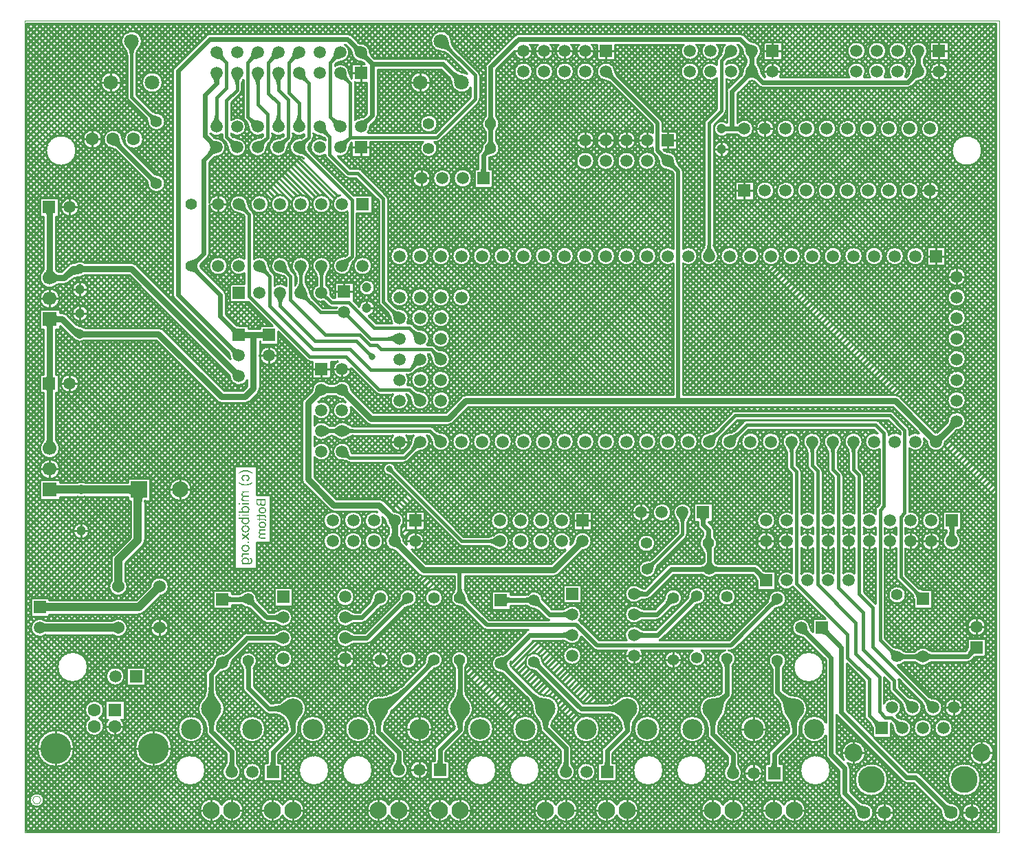
<source format=gbl>
%FSLAX43Y43*%
%MOMM*%
G71*
G01*
G75*
G04 Layer_Physical_Order=2*
G04 Layer_Color=16711680*
%ADD10C,0.600*%
%ADD11C,0.400*%
%ADD12C,0.800*%
%ADD13C,0.230*%
%ADD14C,0.254*%
%ADD15C,0.050*%
%ADD16C,1.500*%
%ADD17R,1.500X1.500*%
%ADD18R,1.500X1.500*%
%ADD19R,1.700X1.700*%
%ADD20C,1.700*%
%ADD21C,1.524*%
%ADD22C,1.800*%
%ADD23C,2.230*%
%ADD24C,3.300*%
%ADD25C,1.620*%
%ADD26C,3.800*%
%ADD27C,1.600*%
%ADD28R,1.600X1.600*%
%ADD29C,1.500*%
%ADD30R,1.500X1.500*%
%ADD31R,1.500X1.500*%
%ADD32C,1.200*%
%ADD33C,2.500*%
%ADD34C,2.100*%
%ADD35R,2.000X2.000*%
%ADD36C,2.000*%
%ADD37C,1.400*%
%ADD38C,0.800*%
%ADD39C,0.500*%
%ADD40C,1.000*%
G36*
X25741Y31447D02*
X25782Y31444D01*
X25819Y31439D01*
X25853Y31430D01*
X25885Y31422D01*
X25916Y31412D01*
X25943Y31400D01*
X25967Y31389D01*
X25987Y31378D01*
X26006Y31367D01*
X26023Y31357D01*
X26035Y31349D01*
X26045Y31340D01*
X26053Y31335D01*
X26057Y31332D01*
X26059Y31330D01*
X26081Y31306D01*
X26099Y31283D01*
X26116Y31255D01*
X26130Y31230D01*
X26142Y31203D01*
X26152Y31177D01*
X26160Y31152D01*
X26167Y31126D01*
X26172Y31104D01*
X26176Y31082D01*
X26179Y31064D01*
X26181Y31047D01*
Y31033D01*
X26182Y31023D01*
Y31016D01*
Y31015D01*
X26181Y30970D01*
X26174Y30930D01*
X26165Y30891D01*
X26154Y30858D01*
X26143Y30831D01*
X26140Y30819D01*
X26135Y30809D01*
X26131Y30802D01*
X26128Y30797D01*
X26126Y30794D01*
Y30792D01*
X26103Y30755D01*
X26079Y30724D01*
X26052Y30697D01*
X26026Y30675D01*
X26004Y30656D01*
X25986Y30645D01*
X25979Y30640D01*
X25974Y30636D01*
X25970Y30634D01*
X25969D01*
X25948Y30624D01*
X25926Y30616D01*
X25880Y30602D01*
X25833Y30594D01*
X25789Y30587D01*
X25767Y30585D01*
X25748Y30584D01*
X25729Y30582D01*
X25714Y30580D01*
X25685D01*
X25645Y30582D01*
X25607Y30585D01*
X25572Y30592D01*
X25538Y30599D01*
X25507Y30609D01*
X25478Y30619D01*
X25453Y30629D01*
X25429Y30641D01*
X25409Y30653D01*
X25390Y30663D01*
X25375Y30673D01*
X25363Y30684D01*
X25353Y30690D01*
X25344Y30697D01*
X25341Y30701D01*
X25339Y30702D01*
X25317Y30726D01*
X25298Y30752D01*
X25281Y30777D01*
X25266Y30802D01*
X25254Y30830D01*
X25244Y30855D01*
X25236Y30880D01*
X25229Y30904D01*
X25224Y30926D01*
X25220Y30948D01*
X25217Y30967D01*
X25215Y30982D01*
X25214Y30996D01*
Y31006D01*
Y31013D01*
Y31015D01*
X25215Y31047D01*
X25219Y31077D01*
X25224Y31106D01*
X25229Y31133D01*
X25237Y31159D01*
X25246Y31182D01*
X25256Y31205D01*
X25264Y31225D01*
X25275Y31244D01*
X25285Y31259D01*
X25293Y31274D01*
X25300Y31284D01*
X25307Y31294D01*
X25312Y31301D01*
X25315Y31305D01*
X25317Y31306D01*
X25342Y31332D01*
X25370Y31354D01*
X25398Y31373D01*
X25429Y31389D01*
X25461Y31403D01*
X25492Y31413D01*
X25524Y31423D01*
X25555Y31430D01*
X25583Y31437D01*
X25611Y31442D01*
X25634Y31444D01*
X25656Y31447D01*
X25673D01*
X25687Y31449D01*
X25699D01*
X25741Y31447D01*
D02*
G37*
G36*
X26162Y30241D02*
X25677D01*
X25641Y30239D01*
X25607Y30237D01*
X25575Y30232D01*
X25548Y30227D01*
X25526Y30224D01*
X25509Y30219D01*
X25502Y30217D01*
X25497D01*
X25495Y30215D01*
X25493D01*
X25475Y30209D01*
X25458Y30198D01*
X25443Y30190D01*
X25431Y30180D01*
X25421Y30171D01*
X25414Y30164D01*
X25410Y30159D01*
X25409Y30158D01*
X25398Y30142D01*
X25390Y30125D01*
X25385Y30110D01*
X25380Y30095D01*
X25378Y30083D01*
X25376Y30073D01*
Y30066D01*
Y30064D01*
X25378Y30042D01*
X25382Y30022D01*
X25387Y30003D01*
X25393Y29985D01*
X25400Y29971D01*
X25405Y29959D01*
X25409Y29951D01*
X25410Y29949D01*
X25264Y29895D01*
X25247Y29925D01*
X25236Y29954D01*
X25225Y29983D01*
X25220Y30007D01*
X25217Y30027D01*
X25214Y30042D01*
Y30052D01*
Y30054D01*
Y30056D01*
X25215Y30076D01*
X25219Y30095D01*
X25224Y30112D01*
X25229Y30127D01*
X25236Y30141D01*
X25241Y30149D01*
X25244Y30156D01*
X25246Y30158D01*
X25261Y30175D01*
X25280Y30192D01*
X25302Y30209D01*
X25324Y30224D01*
X25344Y30237D01*
X25361Y30248D01*
X25366Y30251D01*
X25371Y30254D01*
X25375Y30256D01*
X25234D01*
Y30399D01*
X26162D01*
Y30241D01*
D02*
G37*
G36*
X25729Y29861D02*
X25763Y29857D01*
X25796Y29852D01*
X25828Y29845D01*
X25857Y29839D01*
X25884Y29829D01*
X25909Y29820D01*
X25931Y29810D01*
X25952Y29800D01*
X25970Y29791D01*
X25987Y29781D01*
X26001Y29774D01*
X26011Y29767D01*
X26018Y29762D01*
X26023Y29759D01*
X26025Y29757D01*
X26048Y29737D01*
X26070Y29715D01*
X26089Y29691D01*
X26104Y29666D01*
X26118Y29642D01*
X26128Y29616D01*
X26138Y29593D01*
X26145Y29569D01*
X26150Y29547D01*
X26155Y29526D01*
X26157Y29508D01*
X26160Y29493D01*
Y29479D01*
X26162Y29469D01*
Y29462D01*
Y29460D01*
X26160Y29431D01*
X26157Y29406D01*
X26150Y29381D01*
X26143Y29355D01*
X26123Y29313D01*
X26113Y29292D01*
X26101Y29275D01*
X26089Y29258D01*
X26079Y29245D01*
X26069Y29233D01*
X26059Y29223D01*
X26052Y29214D01*
X26045Y29209D01*
X26042Y29206D01*
X26040Y29204D01*
X26114D01*
X26135Y29206D01*
X26154D01*
X26170Y29208D01*
X26184D01*
X26198Y29209D01*
X26208Y29211D01*
X26216D01*
X26230Y29214D01*
X26238Y29216D01*
X26240D01*
X26267Y29224D01*
X26293Y29236D01*
X26313Y29250D01*
X26330Y29263D01*
X26344Y29275D01*
X26354Y29286D01*
X26361Y29292D01*
X26362Y29296D01*
X26377Y29319D01*
X26388Y29347D01*
X26396Y29375D01*
X26401Y29403D01*
X26405Y29426D01*
X26406Y29445D01*
Y29454D01*
Y29459D01*
Y29462D01*
Y29464D01*
X26405Y29499D01*
X26400Y29532D01*
X26391Y29559D01*
X26383Y29582D01*
X26376Y29601D01*
X26367Y29615D01*
X26362Y29622D01*
X26361Y29625D01*
X26347Y29638D01*
X26330Y29650D01*
X26313Y29661D01*
X26296Y29667D01*
X26281Y29672D01*
X26269Y29676D01*
X26260Y29677D01*
X26257D01*
X26237Y29830D01*
X26264D01*
X26289Y29827D01*
X26313Y29822D01*
X26335Y29817D01*
X26355Y29808D01*
X26372Y29800D01*
X26389Y29791D01*
X26405Y29783D01*
X26418Y29773D01*
X26428Y29764D01*
X26439Y29756D01*
X26447Y29747D01*
X26452Y29740D01*
X26457Y29737D01*
X26459Y29733D01*
X26461Y29732D01*
X26474Y29711D01*
X26486Y29691D01*
X26505Y29647D01*
X26518Y29603D01*
X26527Y29559D01*
X26530Y29540D01*
X26534Y29521D01*
X26535Y29506D01*
Y29491D01*
X26537Y29479D01*
Y29470D01*
Y29465D01*
Y29464D01*
X26535Y29413D01*
X26528Y29369D01*
X26520Y29328D01*
X26510Y29294D01*
X26506Y29280D01*
X26501Y29267D01*
X26496Y29255D01*
X26493Y29247D01*
X26489Y29240D01*
X26486Y29235D01*
X26484Y29231D01*
Y29230D01*
X26462Y29196D01*
X26440Y29167D01*
X26415Y29143D01*
X26393Y29123D01*
X26372Y29107D01*
X26355Y29097D01*
X26349Y29094D01*
X26344Y29090D01*
X26342Y29089D01*
X26340D01*
X26321Y29080D01*
X26301Y29073D01*
X26279Y29068D01*
X26255Y29063D01*
X26204Y29055D01*
X26155Y29050D01*
X26131Y29048D01*
X26109Y29046D01*
X26089D01*
X26070Y29045D01*
X25234D01*
Y29189D01*
X25348D01*
X25324Y29209D01*
X25303Y29231D01*
X25285Y29253D01*
X25270Y29277D01*
X25258Y29299D01*
X25246Y29321D01*
X25237Y29343D01*
X25230Y29365D01*
X25225Y29384D01*
X25220Y29403D01*
X25217Y29420D01*
X25215Y29433D01*
X25214Y29445D01*
Y29454D01*
Y29459D01*
Y29460D01*
X25217Y29504D01*
X25224Y29547D01*
X25234Y29582D01*
X25244Y29615D01*
X25256Y29640D01*
X25261Y29650D01*
X25266Y29659D01*
X25271Y29667D01*
X25273Y29672D01*
X25276Y29674D01*
Y29676D01*
X25302Y29708D01*
X25329Y29735D01*
X25358Y29759D01*
X25385Y29779D01*
X25410Y29795D01*
X25431Y29806D01*
X25439Y29810D01*
X25444Y29813D01*
X25448Y29815D01*
X25449D01*
X25492Y29830D01*
X25534Y29842D01*
X25577Y29851D01*
X25614Y29856D01*
X25631Y29859D01*
X25646D01*
X25660Y29861D01*
X25672Y29862D01*
X25694D01*
X25729Y29861D01*
D02*
G37*
G36*
X25741Y33833D02*
X25782Y33829D01*
X25819Y33824D01*
X25853Y33816D01*
X25885Y33807D01*
X25916Y33797D01*
X25943Y33785D01*
X25967Y33775D01*
X25987Y33763D01*
X26006Y33753D01*
X26023Y33743D01*
X26035Y33734D01*
X26045Y33726D01*
X26053Y33721D01*
X26057Y33717D01*
X26059Y33716D01*
X26081Y33692D01*
X26099Y33668D01*
X26116Y33641D01*
X26130Y33616D01*
X26142Y33588D01*
X26152Y33563D01*
X26160Y33538D01*
X26167Y33512D01*
X26172Y33490D01*
X26176Y33468D01*
X26179Y33449D01*
X26181Y33432D01*
Y33419D01*
X26182Y33409D01*
Y33402D01*
Y33400D01*
X26181Y33356D01*
X26174Y33315D01*
X26165Y33276D01*
X26154Y33244D01*
X26143Y33217D01*
X26140Y33205D01*
X26135Y33195D01*
X26131Y33188D01*
X26128Y33183D01*
X26126Y33180D01*
Y33178D01*
X26103Y33140D01*
X26079Y33110D01*
X26052Y33083D01*
X26026Y33061D01*
X26004Y33042D01*
X25986Y33030D01*
X25979Y33025D01*
X25974Y33022D01*
X25970Y33020D01*
X25969D01*
X25948Y33010D01*
X25926Y33001D01*
X25880Y32988D01*
X25833Y32979D01*
X25789Y32973D01*
X25767Y32971D01*
X25748Y32969D01*
X25729Y32967D01*
X25714Y32966D01*
X25685D01*
X25645Y32967D01*
X25607Y32971D01*
X25572Y32978D01*
X25538Y32984D01*
X25507Y32995D01*
X25478Y33005D01*
X25453Y33015D01*
X25429Y33027D01*
X25409Y33039D01*
X25390Y33049D01*
X25375Y33059D01*
X25363Y33069D01*
X25353Y33076D01*
X25344Y33083D01*
X25341Y33086D01*
X25339Y33088D01*
X25317Y33112D01*
X25298Y33137D01*
X25281Y33163D01*
X25266Y33188D01*
X25254Y33215D01*
X25244Y33241D01*
X25236Y33266D01*
X25229Y33290D01*
X25224Y33312D01*
X25220Y33334D01*
X25217Y33353D01*
X25215Y33368D01*
X25214Y33381D01*
Y33392D01*
Y33398D01*
Y33400D01*
X25215Y33432D01*
X25219Y33463D01*
X25224Y33492D01*
X25229Y33519D01*
X25237Y33544D01*
X25246Y33568D01*
X25256Y33590D01*
X25264Y33610D01*
X25275Y33629D01*
X25285Y33644D01*
X25293Y33660D01*
X25300Y33670D01*
X25307Y33680D01*
X25312Y33687D01*
X25315Y33690D01*
X25317Y33692D01*
X25342Y33717D01*
X25370Y33739D01*
X25398Y33758D01*
X25429Y33775D01*
X25461Y33789D01*
X25492Y33799D01*
X25524Y33809D01*
X25555Y33816D01*
X25583Y33823D01*
X25611Y33828D01*
X25634Y33829D01*
X25656Y33833D01*
X25673D01*
X25687Y33834D01*
X25699D01*
X25741Y33833D01*
D02*
G37*
G36*
X26162Y32696D02*
X25806Y32448D01*
X25875Y32404D01*
X26162Y32214D01*
Y32021D01*
X25682Y32357D01*
X25234Y32043D01*
Y32233D01*
X25454Y32389D01*
X25488Y32413D01*
X25505Y32424D01*
X25522Y32436D01*
X25536Y32445D01*
X25546Y32453D01*
X25553Y32458D01*
X25556Y32460D01*
X25539Y32470D01*
X25522Y32480D01*
X25505Y32491D01*
X25488Y32501D01*
X25475Y32509D01*
X25463Y32516D01*
X25456Y32521D01*
X25453Y32523D01*
X25234Y32669D01*
Y32862D01*
X25682Y32550D01*
X26162Y32888D01*
Y32696D01*
D02*
G37*
G36*
Y31663D02*
X25982D01*
Y31843D01*
X26162D01*
Y31663D01*
D02*
G37*
G36*
X27469Y34657D02*
X27973D01*
X27994Y34655D01*
X28012D01*
X28031Y34654D01*
X28046Y34652D01*
X28060Y34651D01*
X28072Y34649D01*
X28081Y34648D01*
X28098Y34645D01*
X28110Y34643D01*
X28116Y34640D01*
X28118D01*
X28131Y34632D01*
X28144Y34623D01*
X28156Y34614D01*
X28165Y34603D01*
X28173Y34594D01*
X28177Y34588D01*
X28180Y34582D01*
X28182Y34580D01*
X28189Y34564D01*
X28196Y34544D01*
X28199Y34524D01*
X28202Y34504D01*
X28203Y34487D01*
X28205Y34474D01*
Y34464D01*
Y34463D01*
Y34461D01*
X28203Y34425D01*
X28200Y34406D01*
X28199Y34390D01*
X28196Y34374D01*
X28194Y34364D01*
X28192Y34356D01*
Y34353D01*
X28067Y34371D01*
X28069Y34385D01*
X28070Y34397D01*
X28072Y34410D01*
Y34419D01*
X28073Y34426D01*
Y34431D01*
Y34434D01*
Y34435D01*
X28072Y34455D01*
X28069Y34471D01*
X28067Y34477D01*
X28066Y34481D01*
X28064Y34483D01*
Y34484D01*
X28055Y34495D01*
X28046Y34503D01*
X28040Y34507D01*
X28037Y34509D01*
X28028Y34510D01*
X28017Y34512D01*
X27991Y34513D01*
X27979Y34515D01*
X27469D01*
Y34371D01*
X27359D01*
Y34515D01*
X27069D01*
X27153Y34657D01*
X27359D01*
Y34761D01*
X27469D01*
Y34657D01*
D02*
G37*
G36*
X27815Y34284D02*
X27852Y34281D01*
X27886Y34277D01*
X27916Y34269D01*
X27945Y34261D01*
X27973Y34252D01*
X27997Y34242D01*
X28018Y34232D01*
X28037Y34222D01*
X28054Y34213D01*
X28069Y34203D01*
X28080Y34196D01*
X28089Y34188D01*
X28096Y34184D01*
X28099Y34181D01*
X28101Y34179D01*
X28121Y34158D01*
X28138Y34136D01*
X28153Y34112D01*
X28165Y34089D01*
X28176Y34064D01*
X28185Y34042D01*
X28192Y34019D01*
X28199Y33996D01*
X28203Y33976D01*
X28206Y33956D01*
X28209Y33939D01*
X28211Y33924D01*
Y33912D01*
X28212Y33903D01*
Y33897D01*
Y33895D01*
X28211Y33855D01*
X28205Y33819D01*
X28197Y33784D01*
X28186Y33755D01*
X28177Y33730D01*
X28174Y33720D01*
X28170Y33710D01*
X28167Y33704D01*
X28163Y33700D01*
X28162Y33697D01*
Y33695D01*
X28141Y33661D01*
X28119Y33634D01*
X28095Y33610D01*
X28072Y33590D01*
X28052Y33573D01*
X28035Y33562D01*
X28029Y33558D01*
X28025Y33555D01*
X28021Y33553D01*
X28020D01*
X28002Y33544D01*
X27982Y33536D01*
X27941Y33524D01*
X27898Y33516D01*
X27858Y33510D01*
X27838Y33509D01*
X27822Y33507D01*
X27805Y33506D01*
X27791Y33504D01*
X27765D01*
X27728Y33506D01*
X27695Y33509D01*
X27663Y33515D01*
X27632Y33521D01*
X27605Y33530D01*
X27579Y33539D01*
X27556Y33549D01*
X27535Y33559D01*
X27516Y33570D01*
X27499Y33579D01*
X27486Y33588D01*
X27475Y33597D01*
X27466Y33603D01*
X27458Y33610D01*
X27455Y33613D01*
X27454Y33614D01*
X27434Y33636D01*
X27417Y33658D01*
X27402Y33681D01*
X27388Y33704D01*
X27377Y33729D01*
X27368Y33752D01*
X27361Y33774D01*
X27354Y33796D01*
X27350Y33816D01*
X27347Y33836D01*
X27344Y33852D01*
X27342Y33866D01*
X27341Y33878D01*
Y33887D01*
Y33894D01*
Y33895D01*
X27342Y33924D01*
X27345Y33952D01*
X27350Y33977D01*
X27354Y34002D01*
X27362Y34025D01*
X27370Y34046D01*
X27379Y34066D01*
X27386Y34084D01*
X27396Y34101D01*
X27405Y34115D01*
X27412Y34129D01*
X27419Y34138D01*
X27425Y34147D01*
X27429Y34153D01*
X27432Y34156D01*
X27434Y34158D01*
X27457Y34181D01*
X27481Y34200D01*
X27507Y34217D01*
X27535Y34232D01*
X27564Y34245D01*
X27591Y34254D01*
X27620Y34263D01*
X27647Y34269D01*
X27673Y34275D01*
X27698Y34280D01*
X27719Y34281D01*
X27739Y34284D01*
X27754D01*
X27767Y34286D01*
X27777D01*
X27815Y34284D01*
D02*
G37*
G36*
X28194Y33197D02*
X27762D01*
X27722Y33196D01*
X27687Y33194D01*
X27657Y33190D01*
X27632Y33185D01*
X27612Y33182D01*
X27599Y33178D01*
X27591Y33176D01*
X27588Y33175D01*
X27567Y33165D01*
X27548Y33153D01*
X27531Y33141D01*
X27518Y33129D01*
X27509Y33118D01*
X27501Y33109D01*
X27496Y33103D01*
X27495Y33101D01*
X27484Y33081D01*
X27477Y33063D01*
X27470Y33045D01*
X27467Y33028D01*
X27464Y33013D01*
X27463Y33002D01*
Y32994D01*
Y32991D01*
X27464Y32964D01*
X27470Y32939D01*
X27478Y32921D01*
X27486Y32904D01*
X27495Y32894D01*
X27502Y32884D01*
X27509Y32880D01*
X27510Y32878D01*
X27530Y32866D01*
X27553Y32859D01*
X27576Y32852D01*
X27599Y32848D01*
X27620Y32845D01*
X27637Y32843D01*
X28194D01*
Y32701D01*
X27687D01*
X27664Y32698D01*
X27644Y32695D01*
X27626Y32692D01*
X27609Y32688D01*
X27594Y32683D01*
X27580Y32678D01*
X27568Y32672D01*
X27547Y32662D01*
X27533Y32652D01*
X27525Y32646D01*
X27522Y32643D01*
X27502Y32620D01*
X27487Y32596D01*
X27477Y32572D01*
X27470Y32549D01*
X27466Y32527D01*
X27464Y32512D01*
X27463Y32506D01*
Y32501D01*
Y32498D01*
Y32497D01*
X27464Y32478D01*
X27466Y32463D01*
X27470Y32448D01*
X27473Y32436D01*
X27478Y32425D01*
X27483Y32417D01*
X27484Y32413D01*
X27486Y32411D01*
X27495Y32399D01*
X27506Y32388D01*
X27515Y32379D01*
X27525Y32372D01*
X27533Y32367D01*
X27541Y32364D01*
X27545Y32361D01*
X27547D01*
X27562Y32356D01*
X27582Y32353D01*
X27602Y32350D01*
X27622Y32349D01*
X27640Y32347D01*
X28194D01*
Y32205D01*
X27596D01*
X27571Y32208D01*
X27550Y32211D01*
X27528Y32216D01*
X27510Y32220D01*
X27492Y32227D01*
X27477Y32233D01*
X27463Y32239D01*
X27451Y32245D01*
X27440Y32251D01*
X27431Y32257D01*
X27423Y32262D01*
X27419Y32266D01*
X27414Y32269D01*
X27411Y32271D01*
Y32272D01*
X27399Y32286D01*
X27388Y32300D01*
X27370Y32330D01*
X27357Y32362D01*
X27350Y32393D01*
X27344Y32422D01*
X27342Y32434D01*
Y32443D01*
X27341Y32452D01*
Y32459D01*
Y32463D01*
Y32465D01*
X27342Y32494D01*
X27347Y32521D01*
X27354Y32547D01*
X27364Y32572D01*
X27374Y32594D01*
X27386Y32616D01*
X27400Y32636D01*
X27414Y32652D01*
X27428Y32669D01*
X27441Y32683D01*
X27454Y32695D01*
X27464Y32704D01*
X27473Y32712D01*
X27481Y32718D01*
X27486Y32721D01*
X27487Y32723D01*
X27463Y32733D01*
X27441Y32746D01*
X27423Y32759D01*
X27408Y32773D01*
X27396Y32787D01*
X27388Y32797D01*
X27382Y32804D01*
X27380Y32807D01*
X27367Y32830D01*
X27357Y32855D01*
X27350Y32881D01*
X27345Y32906D01*
X27342Y32927D01*
X27341Y32944D01*
Y32950D01*
Y32955D01*
Y32958D01*
Y32959D01*
X27342Y32990D01*
X27347Y33017D01*
X27353Y33043D01*
X27359Y33066D01*
X27367Y33083D01*
X27373Y33097D01*
X27377Y33106D01*
X27379Y33107D01*
Y33109D01*
X27394Y33132D01*
X27409Y33152D01*
X27426Y33170D01*
X27441Y33185D01*
X27455Y33197D01*
X27466Y33205D01*
X27473Y33211D01*
X27477Y33213D01*
X27359D01*
Y33339D01*
X28194D01*
Y33197D01*
D02*
G37*
G36*
Y36646D02*
X28192Y36606D01*
X28191Y36571D01*
X28188Y36539D01*
X28185Y36512D01*
X28182Y36490D01*
X28180Y36481D01*
X28179Y36473D01*
X28177Y36467D01*
X28176Y36463D01*
Y36461D01*
Y36460D01*
X28168Y36432D01*
X28159Y36408D01*
X28150Y36386D01*
X28141Y36368D01*
X28131Y36353D01*
X28125Y36342D01*
X28121Y36334D01*
X28119Y36333D01*
X28104Y36315D01*
X28086Y36298D01*
X28069Y36284D01*
X28052Y36272D01*
X28037Y36263D01*
X28023Y36255D01*
X28015Y36251D01*
X28012Y36249D01*
X27985Y36237D01*
X27959Y36229D01*
X27933Y36223D01*
X27910Y36218D01*
X27889Y36215D01*
X27873Y36214D01*
X27860D01*
X27823Y36217D01*
X27789Y36223D01*
X27760Y36232D01*
X27735Y36241D01*
X27715Y36252D01*
X27698Y36261D01*
X27693Y36266D01*
X27689Y36267D01*
X27687Y36270D01*
X27686D01*
X27660Y36293D01*
X27638Y36319D01*
X27620Y36347D01*
X27605Y36373D01*
X27594Y36396D01*
X27589Y36406D01*
X27586Y36415D01*
X27583Y36421D01*
X27582Y36428D01*
X27580Y36431D01*
Y36432D01*
X27565Y36403D01*
X27547Y36379D01*
X27530Y36359D01*
X27513Y36342D01*
X27499Y36328D01*
X27487Y36319D01*
X27480Y36313D01*
X27477Y36312D01*
X27452Y36298D01*
X27426Y36287D01*
X27403Y36281D01*
X27382Y36275D01*
X27364Y36272D01*
X27348Y36270D01*
X27336D01*
X27307Y36272D01*
X27280Y36278D01*
X27254Y36284D01*
X27231Y36293D01*
X27212Y36301D01*
X27197Y36309D01*
X27188Y36315D01*
X27186Y36316D01*
X27185D01*
X27159Y36334D01*
X27138Y36354D01*
X27118Y36376D01*
X27103Y36396D01*
X27092Y36414D01*
X27083Y36428D01*
X27080Y36434D01*
X27078Y36438D01*
X27077Y36440D01*
Y36441D01*
X27064Y36473D01*
X27057Y36508D01*
X27051Y36544D01*
X27046Y36577D01*
X27043Y36608D01*
Y36620D01*
X27041Y36632D01*
Y36641D01*
Y36647D01*
Y36652D01*
Y36654D01*
Y37084D01*
X28194D01*
Y36646D01*
D02*
G37*
G36*
X27815Y36073D02*
X27852Y36070D01*
X27886Y36066D01*
X27916Y36058D01*
X27945Y36051D01*
X27973Y36041D01*
X27997Y36031D01*
X28018Y36022D01*
X28037Y36011D01*
X28054Y36002D01*
X28069Y35993D01*
X28080Y35985D01*
X28089Y35977D01*
X28096Y35973D01*
X28099Y35970D01*
X28101Y35968D01*
X28121Y35947D01*
X28138Y35925D01*
X28153Y35901D01*
X28165Y35878D01*
X28176Y35854D01*
X28185Y35831D01*
X28192Y35808D01*
X28199Y35785D01*
X28203Y35765D01*
X28206Y35745D01*
X28209Y35728D01*
X28211Y35713D01*
Y35701D01*
X28212Y35692D01*
Y35686D01*
Y35684D01*
X28211Y35644D01*
X28205Y35608D01*
X28197Y35573D01*
X28186Y35544D01*
X28177Y35519D01*
X28174Y35509D01*
X28170Y35499D01*
X28167Y35493D01*
X28163Y35489D01*
X28162Y35486D01*
Y35484D01*
X28141Y35451D01*
X28119Y35423D01*
X28095Y35399D01*
X28072Y35379D01*
X28052Y35362D01*
X28035Y35351D01*
X28029Y35347D01*
X28025Y35344D01*
X28021Y35342D01*
X28020D01*
X28002Y35333D01*
X27982Y35325D01*
X27941Y35313D01*
X27898Y35306D01*
X27858Y35299D01*
X27838Y35298D01*
X27822Y35296D01*
X27805Y35295D01*
X27791Y35293D01*
X27765D01*
X27728Y35295D01*
X27695Y35298D01*
X27663Y35304D01*
X27632Y35310D01*
X27605Y35319D01*
X27579Y35328D01*
X27556Y35338D01*
X27535Y35348D01*
X27516Y35359D01*
X27499Y35368D01*
X27486Y35377D01*
X27475Y35386D01*
X27466Y35393D01*
X27458Y35399D01*
X27455Y35402D01*
X27454Y35403D01*
X27434Y35425D01*
X27417Y35448D01*
X27402Y35470D01*
X27388Y35493D01*
X27377Y35518D01*
X27368Y35541D01*
X27361Y35564D01*
X27354Y35585D01*
X27350Y35605D01*
X27347Y35625D01*
X27344Y35641D01*
X27342Y35655D01*
X27341Y35667D01*
Y35677D01*
Y35683D01*
Y35684D01*
X27342Y35713D01*
X27345Y35741D01*
X27350Y35767D01*
X27354Y35791D01*
X27362Y35814D01*
X27370Y35835D01*
X27379Y35855D01*
X27386Y35873D01*
X27396Y35890D01*
X27405Y35904D01*
X27412Y35918D01*
X27419Y35927D01*
X27425Y35936D01*
X27429Y35942D01*
X27432Y35945D01*
X27434Y35947D01*
X27457Y35970D01*
X27481Y35989D01*
X27507Y36006D01*
X27535Y36022D01*
X27564Y36034D01*
X27591Y36043D01*
X27620Y36052D01*
X27647Y36058D01*
X27673Y36064D01*
X27698Y36069D01*
X27719Y36070D01*
X27739Y36073D01*
X27754D01*
X27767Y36075D01*
X27777D01*
X27815Y36073D01*
D02*
G37*
G36*
X27469Y35104D02*
X27973D01*
X27994Y35103D01*
X28012D01*
X28031Y35101D01*
X28046Y35099D01*
X28060Y35098D01*
X28072Y35096D01*
X28081Y35095D01*
X28098Y35092D01*
X28110Y35090D01*
X28116Y35087D01*
X28118D01*
X28131Y35080D01*
X28144Y35070D01*
X28156Y35061D01*
X28165Y35051D01*
X28173Y35041D01*
X28177Y35035D01*
X28180Y35029D01*
X28182Y35028D01*
X28189Y35011D01*
X28196Y34991D01*
X28199Y34971D01*
X28202Y34951D01*
X28203Y34935D01*
X28205Y34921D01*
Y34912D01*
Y34910D01*
Y34909D01*
X28203Y34872D01*
X28200Y34854D01*
X28199Y34837D01*
X28196Y34822D01*
X28194Y34811D01*
X28192Y34803D01*
Y34800D01*
X28067Y34819D01*
X28069Y34832D01*
X28070Y34845D01*
X28072Y34857D01*
Y34866D01*
X28073Y34874D01*
Y34878D01*
Y34881D01*
Y34883D01*
X28072Y34903D01*
X28069Y34918D01*
X28067Y34924D01*
X28066Y34929D01*
X28064Y34930D01*
Y34932D01*
X28055Y34942D01*
X28046Y34950D01*
X28040Y34954D01*
X28037Y34956D01*
X28028Y34958D01*
X28017Y34959D01*
X27991Y34961D01*
X27979Y34962D01*
X27469D01*
Y34819D01*
X27359D01*
Y34962D01*
X27069D01*
X27153Y35104D01*
X27359D01*
Y35208D01*
X27469D01*
Y35104D01*
D02*
G37*
G36*
X26539Y39038D02*
X26474Y38992D01*
X26410Y38950D01*
X26345Y38913D01*
X26315Y38896D01*
X26286Y38881D01*
X26259Y38867D01*
X26233Y38855D01*
X26211Y38845D01*
X26193Y38835D01*
X26177Y38828D01*
X26165Y38823D01*
X26157Y38821D01*
X26155Y38819D01*
X26114Y38802D01*
X26072Y38789D01*
X26031Y38777D01*
X25991Y38767D01*
X25952Y38758D01*
X25914Y38750D01*
X25879Y38745D01*
X25845Y38740D01*
X25812Y38735D01*
X25785Y38733D01*
X25760Y38731D01*
X25740Y38729D01*
X25723Y38728D01*
X25699D01*
X25622Y38731D01*
X25549Y38738D01*
X25516Y38743D01*
X25482Y38750D01*
X25451Y38755D01*
X25422Y38762D01*
X25397Y38769D01*
X25373Y38774D01*
X25353Y38780D01*
X25334Y38785D01*
X25320Y38789D01*
X25310Y38792D01*
X25303Y38796D01*
X25302D01*
X25261Y38811D01*
X25219Y38830D01*
X25139Y38867D01*
X25102Y38887D01*
X25066Y38908D01*
X25030Y38928D01*
X24998Y38947D01*
X24969Y38965D01*
X24942Y38982D01*
X24918Y38998D01*
X24898Y39011D01*
X24883Y39023D01*
X24871Y39032D01*
X24862Y39037D01*
X24861Y39038D01*
Y39150D01*
X24895Y39132D01*
X24925Y39115D01*
X24954Y39098D01*
X24979Y39084D01*
X25003Y39071D01*
X25025Y39060D01*
X25044Y39050D01*
X25061Y39042D01*
X25076Y39033D01*
X25090Y39028D01*
X25100Y39021D01*
X25108Y39018D01*
X25115Y39015D01*
X25120Y39013D01*
X25122Y39011D01*
X25124D01*
X25169Y38992D01*
X25214Y38976D01*
X25256Y38960D01*
X25295Y38948D01*
X25312Y38945D01*
X25327Y38940D01*
X25341Y38936D01*
X25353Y38933D01*
X25361Y38931D01*
X25370Y38930D01*
X25373Y38928D01*
X25375D01*
X25434Y38914D01*
X25493Y38906D01*
X25548Y38899D01*
X25575Y38896D01*
X25599Y38894D01*
X25621Y38892D01*
X25639Y38891D01*
X25658D01*
X25672Y38889D01*
X25700D01*
X25779Y38892D01*
X25857Y38901D01*
X25933Y38913D01*
X26008Y38930D01*
X26081Y38950D01*
X26150Y38972D01*
X26215Y38996D01*
X26277Y39020D01*
X26333Y39043D01*
X26384Y39067D01*
X26428Y39089D01*
X26449Y39099D01*
X26467Y39110D01*
X26483Y39118D01*
X26498Y39127D01*
X26510Y39133D01*
X26520Y39138D01*
X26528Y39143D01*
X26534Y39147D01*
X26537Y39150D01*
X26539D01*
Y39038D01*
D02*
G37*
G36*
X25751Y36218D02*
X25799Y36212D01*
X25841Y36203D01*
X25879Y36195D01*
X25896Y36189D01*
X25909Y36184D01*
X25921Y36181D01*
X25933Y36178D01*
X25940Y36174D01*
X25947Y36171D01*
X25950Y36169D01*
X25952D01*
X25991Y36149D01*
X26025Y36125D01*
X26053Y36101D01*
X26077Y36079D01*
X26096Y36059D01*
X26109Y36042D01*
X26114Y36035D01*
X26118Y36030D01*
X26121Y36028D01*
Y36027D01*
X26142Y35991D01*
X26157Y35955D01*
X26167Y35921D01*
X26174Y35889D01*
X26179Y35862D01*
X26181Y35850D01*
Y35840D01*
X26182Y35832D01*
Y35826D01*
Y35823D01*
Y35821D01*
X26181Y35791D01*
X26176Y35760D01*
X26169Y35733D01*
X26160Y35708D01*
X26150Y35686D01*
X26138Y35664D01*
X26126Y35645D01*
X26113Y35628D01*
X26101Y35613D01*
X26089Y35599D01*
X26077Y35587D01*
X26067Y35579D01*
X26057Y35570D01*
X26050Y35565D01*
X26047Y35563D01*
X26045Y35562D01*
X26162D01*
Y35416D01*
X24881D01*
Y35574D01*
X25342D01*
X25322Y35591D01*
X25303Y35609D01*
X25288Y35626D01*
X25275Y35643D01*
X25263Y35658D01*
X25256Y35670D01*
X25251Y35679D01*
X25249Y35682D01*
X25237Y35708D01*
X25229Y35733D01*
X25222Y35757D01*
X25219Y35781D01*
X25215Y35799D01*
X25214Y35816D01*
Y35826D01*
Y35828D01*
Y35830D01*
X25217Y35871D01*
X25224Y35910D01*
X25232Y35945D01*
X25244Y35976D01*
X25256Y36001D01*
X25261Y36011D01*
X25264Y36020D01*
X25270Y36027D01*
X25271Y36032D01*
X25275Y36035D01*
Y36037D01*
X25298Y36069D01*
X25327Y36096D01*
X25356Y36120D01*
X25383Y36140D01*
X25409Y36156D01*
X25429Y36166D01*
X25438Y36169D01*
X25443Y36173D01*
X25446Y36174D01*
X25448D01*
X25492Y36189D01*
X25536Y36201D01*
X25578Y36208D01*
X25617Y36215D01*
X25634Y36217D01*
X25650Y36218D01*
X25665D01*
X25677Y36220D01*
X25700D01*
X25751Y36218D01*
D02*
G37*
G36*
X26162Y37891D02*
X25682D01*
X25638Y37890D01*
X25599Y37888D01*
X25565Y37883D01*
X25538Y37878D01*
X25516Y37874D01*
X25500Y37869D01*
X25492Y37868D01*
X25488Y37866D01*
X25465Y37856D01*
X25444Y37842D01*
X25426Y37829D01*
X25410Y37815D01*
X25400Y37803D01*
X25392Y37793D01*
X25387Y37786D01*
X25385Y37784D01*
X25373Y37762D01*
X25365Y37742D01*
X25358Y37722D01*
X25354Y37703D01*
X25351Y37686D01*
X25349Y37674D01*
Y37666D01*
Y37662D01*
X25351Y37632D01*
X25358Y37605D01*
X25366Y37584D01*
X25375Y37566D01*
X25385Y37554D01*
X25393Y37543D01*
X25400Y37538D01*
X25402Y37537D01*
X25424Y37523D01*
X25449Y37515D01*
X25475Y37508D01*
X25500Y37503D01*
X25524Y37499D01*
X25543Y37498D01*
X26162D01*
Y37340D01*
X25599D01*
X25573Y37336D01*
X25551Y37333D01*
X25531Y37330D01*
X25512Y37325D01*
X25495Y37320D01*
X25480Y37314D01*
X25466Y37308D01*
X25443Y37296D01*
X25427Y37286D01*
X25419Y37279D01*
X25415Y37275D01*
X25393Y37250D01*
X25376Y37223D01*
X25365Y37196D01*
X25358Y37170D01*
X25353Y37146D01*
X25351Y37129D01*
X25349Y37123D01*
Y37118D01*
Y37114D01*
Y37113D01*
X25351Y37092D01*
X25353Y37075D01*
X25358Y37058D01*
X25361Y37045D01*
X25366Y37033D01*
X25371Y37024D01*
X25373Y37019D01*
X25375Y37018D01*
X25385Y37004D01*
X25397Y36992D01*
X25407Y36982D01*
X25419Y36973D01*
X25427Y36968D01*
X25436Y36965D01*
X25441Y36962D01*
X25443D01*
X25460Y36956D01*
X25482Y36953D01*
X25504Y36950D01*
X25526Y36948D01*
X25546Y36946D01*
X26162D01*
Y36788D01*
X25497D01*
X25470Y36792D01*
X25446Y36795D01*
X25422Y36800D01*
X25402Y36805D01*
X25382Y36812D01*
X25365Y36819D01*
X25349Y36826D01*
X25336Y36833D01*
X25324Y36839D01*
X25314Y36846D01*
X25305Y36851D01*
X25300Y36856D01*
X25295Y36860D01*
X25292Y36861D01*
Y36863D01*
X25278Y36878D01*
X25266Y36894D01*
X25246Y36928D01*
X25232Y36963D01*
X25224Y36997D01*
X25217Y37029D01*
X25215Y37043D01*
Y37053D01*
X25214Y37063D01*
Y37070D01*
Y37075D01*
Y37077D01*
X25215Y37109D01*
X25220Y37140D01*
X25229Y37169D01*
X25239Y37196D01*
X25251Y37221D01*
X25264Y37245D01*
X25280Y37267D01*
X25295Y37286D01*
X25310Y37304D01*
X25326Y37320D01*
X25339Y37333D01*
X25351Y37343D01*
X25361Y37352D01*
X25370Y37359D01*
X25375Y37362D01*
X25376Y37364D01*
X25349Y37376D01*
X25326Y37389D01*
X25305Y37404D01*
X25288Y37420D01*
X25275Y37435D01*
X25266Y37447D01*
X25259Y37454D01*
X25258Y37457D01*
X25242Y37482D01*
X25232Y37511D01*
X25224Y37540D01*
X25219Y37567D01*
X25215Y37591D01*
X25214Y37610D01*
Y37616D01*
Y37622D01*
Y37625D01*
Y37627D01*
X25215Y37661D01*
X25220Y37691D01*
X25227Y37720D01*
X25234Y37745D01*
X25242Y37764D01*
X25249Y37779D01*
X25254Y37790D01*
X25256Y37791D01*
Y37793D01*
X25273Y37818D01*
X25290Y37840D01*
X25309Y37861D01*
X25326Y37878D01*
X25341Y37891D01*
X25353Y37900D01*
X25361Y37907D01*
X25365Y37908D01*
X25234D01*
Y38049D01*
X26162D01*
Y37891D01*
D02*
G37*
G36*
X25061Y36400D02*
X24881D01*
Y36558D01*
X25061D01*
Y36400D01*
D02*
G37*
G36*
X26162D02*
X25234D01*
Y36558D01*
X26162D01*
Y36400D01*
D02*
G37*
G36*
Y35009D02*
X25234D01*
Y35166D01*
X26162D01*
Y35009D01*
D02*
G37*
G36*
Y34627D02*
X26047D01*
X26070Y34608D01*
X26091Y34590D01*
X26109Y34569D01*
X26125Y34547D01*
X26138Y34527D01*
X26148Y34505D01*
X26159Y34484D01*
X26165Y34464D01*
X26170Y34445D01*
X26176Y34427D01*
X26179Y34411D01*
X26181Y34398D01*
Y34386D01*
X26182Y34377D01*
Y34372D01*
Y34371D01*
X26181Y34340D01*
X26177Y34311D01*
X26170Y34282D01*
X26162Y34257D01*
X26152Y34231D01*
X26142Y34208D01*
X26130Y34186D01*
X26118Y34167D01*
X26106Y34148D01*
X26094Y34133D01*
X26084Y34120D01*
X26074Y34108D01*
X26065Y34099D01*
X26059Y34092D01*
X26055Y34089D01*
X26053Y34087D01*
X26028Y34067D01*
X26001Y34048D01*
X25970Y34033D01*
X25941Y34018D01*
X25911Y34008D01*
X25879Y33997D01*
X25850Y33989D01*
X25821Y33984D01*
X25792Y33979D01*
X25767Y33975D01*
X25745Y33972D01*
X25724Y33970D01*
X25707Y33968D01*
X25685D01*
X25648Y33970D01*
X25614Y33974D01*
X25582Y33977D01*
X25553Y33982D01*
X25531Y33989D01*
X25512Y33992D01*
X25505Y33994D01*
X25500Y33996D01*
X25499Y33997D01*
X25497D01*
X25465Y34009D01*
X25436Y34021D01*
X25410Y34035D01*
X25388Y34047D01*
X25370Y34058D01*
X25358Y34067D01*
X25349Y34074D01*
X25346Y34075D01*
X25324Y34094D01*
X25303Y34116D01*
X25288Y34136D01*
X25275Y34157D01*
X25263Y34174D01*
X25256Y34187D01*
X25251Y34198D01*
X25249Y34199D01*
Y34201D01*
X25237Y34230D01*
X25229Y34257D01*
X25222Y34284D01*
X25219Y34310D01*
X25215Y34332D01*
X25214Y34347D01*
Y34354D01*
Y34359D01*
Y34360D01*
Y34362D01*
X25215Y34391D01*
X25219Y34416D01*
X25225Y34444D01*
X25234Y34467D01*
X25253Y34510D01*
X25264Y34528D01*
X25276Y34547D01*
X25288Y34562D01*
X25300Y34576D01*
X25310Y34588D01*
X25319Y34596D01*
X25327Y34605D01*
X25334Y34610D01*
X25337Y34613D01*
X25339Y34615D01*
X24881D01*
Y34773D01*
X26162D01*
Y34627D01*
D02*
G37*
G36*
X25743Y40638D02*
X25785Y40637D01*
X25870Y40626D01*
X25909Y40620D01*
X25947Y40613D01*
X25982Y40604D01*
X26016Y40596D01*
X26045Y40587D01*
X26074Y40579D01*
X26098Y40572D01*
X26116Y40565D01*
X26133Y40560D01*
X26145Y40555D01*
X26152Y40553D01*
X26155Y40552D01*
X26235Y40516D01*
X26272Y40497D01*
X26308Y40479D01*
X26342Y40460D01*
X26372Y40443D01*
X26401Y40425D01*
X26428Y40408D01*
X26454Y40392D01*
X26474Y40377D01*
X26495Y40363D01*
X26510Y40353D01*
X26522Y40343D01*
X26532Y40336D01*
X26537Y40333D01*
X26539Y40331D01*
Y40219D01*
X26461Y40265D01*
X26383Y40304D01*
X26306Y40340D01*
X26232Y40369D01*
X26159Y40394D01*
X26089Y40416D01*
X26023Y40433D01*
X25962Y40447D01*
X25906Y40457D01*
X25855Y40465D01*
X25811Y40470D01*
X25790Y40474D01*
X25772Y40475D01*
X25756D01*
X25741Y40477D01*
X25729D01*
X25719Y40479D01*
X25700D01*
X25639Y40477D01*
X25580Y40474D01*
X25524Y40467D01*
X25499Y40464D01*
X25475Y40460D01*
X25453Y40457D01*
X25432Y40453D01*
X25415Y40450D01*
X25400Y40447D01*
X25388Y40445D01*
X25380Y40443D01*
X25375Y40441D01*
X25373D01*
X25324Y40430D01*
X25278Y40416D01*
X25236Y40402D01*
X25197Y40389D01*
X25180Y40382D01*
X25166Y40377D01*
X25152Y40372D01*
X25141Y40367D01*
X25132Y40363D01*
X25125Y40360D01*
X25122Y40358D01*
X25120D01*
X25105Y40352D01*
X25086Y40343D01*
X25047Y40323D01*
X25005Y40299D01*
X24962Y40275D01*
X24942Y40265D01*
X24923Y40255D01*
X24905Y40245D01*
X24891Y40236D01*
X24878Y40229D01*
X24869Y40224D01*
X24862Y40221D01*
X24861Y40219D01*
Y40331D01*
X24901Y40362D01*
X24942Y40389D01*
X24983Y40414D01*
X25022Y40438D01*
X25061Y40460D01*
X25096Y40481D01*
X25132Y40497D01*
X25164Y40514D01*
X25193Y40528D01*
X25220Y40540D01*
X25244Y40550D01*
X25264Y40559D01*
X25280Y40565D01*
X25292Y40570D01*
X25298Y40572D01*
X25302Y40574D01*
X25373Y40596D01*
X25444Y40613D01*
X25510Y40623D01*
X25543Y40628D01*
X25572Y40632D01*
X25599Y40635D01*
X25622Y40637D01*
X25645Y40638D01*
X25663D01*
X25678Y40640D01*
X25699D01*
X25743Y40638D01*
D02*
G37*
G36*
X25745Y40080D02*
X25784Y40077D01*
X25821Y40072D01*
X25857Y40063D01*
X25887Y40055D01*
X25918Y40044D01*
X25943Y40034D01*
X25967Y40024D01*
X25989Y40014D01*
X26008Y40002D01*
X26023Y39994D01*
X26035Y39985D01*
X26045Y39977D01*
X26053Y39971D01*
X26057Y39968D01*
X26059Y39966D01*
X26081Y39944D01*
X26099Y39921D01*
X26116Y39895D01*
X26130Y39870D01*
X26142Y39844D01*
X26152Y39819D01*
X26160Y39795D01*
X26167Y39770D01*
X26172Y39748D01*
X26176Y39727D01*
X26179Y39708D01*
X26181Y39693D01*
Y39680D01*
X26182Y39669D01*
Y39663D01*
Y39661D01*
X26181Y39634D01*
X26179Y39607D01*
X26169Y39557D01*
X26154Y39513D01*
X26145Y39495D01*
X26137Y39478D01*
X26130Y39461D01*
X26121Y39447D01*
X26113Y39435D01*
X26106Y39425D01*
X26101Y39417D01*
X26096Y39412D01*
X26094Y39408D01*
X26092Y39406D01*
X26075Y39388D01*
X26055Y39371D01*
X26036Y39356D01*
X26016Y39342D01*
X25974Y39318D01*
X25935Y39301D01*
X25916Y39294D01*
X25899Y39289D01*
X25882Y39284D01*
X25868Y39281D01*
X25858Y39279D01*
X25850Y39278D01*
X25845Y39276D01*
X25843D01*
X25823Y39430D01*
X25863Y39439D01*
X25901Y39451D01*
X25930Y39462D01*
X25955Y39476D01*
X25974Y39490D01*
X25987Y39500D01*
X25994Y39507D01*
X25997Y39510D01*
X26016Y39534D01*
X26030Y39559D01*
X26040Y39586D01*
X26047Y39610D01*
X26050Y39632D01*
X26052Y39649D01*
X26053Y39656D01*
Y39661D01*
Y39663D01*
Y39664D01*
X26052Y39685D01*
X26050Y39705D01*
X26040Y39741D01*
X26026Y39773D01*
X26011Y39800D01*
X25996Y39820D01*
X25984Y39836D01*
X25974Y39846D01*
X25972Y39848D01*
X25970Y39849D01*
X25953Y39861D01*
X25935Y39873D01*
X25892Y39890D01*
X25846Y39904D01*
X25802Y39912D01*
X25780Y39914D01*
X25762Y39917D01*
X25743Y39919D01*
X25728D01*
X25716Y39921D01*
X25697D01*
X25663Y39919D01*
X25633Y39917D01*
X25604Y39914D01*
X25578Y39909D01*
X25553Y39904D01*
X25533Y39897D01*
X25512Y39890D01*
X25493Y39883D01*
X25478Y39876D01*
X25465Y39871D01*
X25454Y39865D01*
X25444Y39860D01*
X25438Y39854D01*
X25432Y39851D01*
X25431Y39848D01*
X25429D01*
X25414Y39832D01*
X25400Y39817D01*
X25388Y39802D01*
X25378Y39787D01*
X25363Y39754D01*
X25353Y39724D01*
X25348Y39697D01*
X25346Y39685D01*
X25344Y39675D01*
X25342Y39668D01*
Y39661D01*
Y39658D01*
Y39656D01*
X25344Y39627D01*
X25349Y39602D01*
X25358Y39578D01*
X25366Y39559D01*
X25375Y39544D01*
X25383Y39532D01*
X25388Y39524D01*
X25390Y39522D01*
X25410Y39503D01*
X25432Y39486D01*
X25456Y39473D01*
X25478Y39462D01*
X25499Y39454D01*
X25516Y39449D01*
X25522Y39446D01*
X25527D01*
X25529Y39444D01*
X25531D01*
X25507Y39291D01*
X25458Y39305D01*
X25415Y39322D01*
X25378Y39342D01*
X25348Y39362D01*
X25324Y39383D01*
X25314Y39391D01*
X25305Y39400D01*
X25300Y39406D01*
X25295Y39410D01*
X25292Y39413D01*
Y39415D01*
X25278Y39434D01*
X25266Y39452D01*
X25246Y39493D01*
X25232Y39534D01*
X25224Y39573D01*
X25220Y39591D01*
X25217Y39608D01*
X25215Y39624D01*
Y39636D01*
X25214Y39646D01*
Y39654D01*
Y39659D01*
Y39661D01*
X25215Y39705D01*
X25222Y39746D01*
X25232Y39783D01*
X25242Y39815D01*
X25253Y39843D01*
X25258Y39854D01*
X25263Y39863D01*
X25266Y39871D01*
X25270Y39876D01*
X25271Y39880D01*
Y39882D01*
X25295Y39917D01*
X25322Y39948D01*
X25349Y39973D01*
X25376Y39995D01*
X25402Y40012D01*
X25422Y40022D01*
X25431Y40027D01*
X25436Y40031D01*
X25439Y40033D01*
X25441D01*
X25485Y40050D01*
X25529Y40061D01*
X25573Y40070D01*
X25614Y40075D01*
X25633Y40078D01*
X25650D01*
X25665Y40080D01*
X25677Y40082D01*
X25702D01*
X25745Y40080D01*
D02*
G37*
G36*
X25061Y35009D02*
X24881D01*
Y35166D01*
X25061D01*
Y35009D01*
D02*
G37*
%LPC*%
G36*
X27793Y34141D02*
X27777D01*
X27748Y34139D01*
X27721Y34138D01*
X27695Y34135D01*
X27672Y34130D01*
X27651Y34126D01*
X27631Y34119D01*
X27614Y34113D01*
X27597Y34106D01*
X27583Y34100D01*
X27571Y34094D01*
X27560Y34087D01*
X27553Y34083D01*
X27545Y34078D01*
X27541Y34075D01*
X27539Y34072D01*
X27538D01*
X27524Y34058D01*
X27512Y34045D01*
X27501Y34029D01*
X27492Y34014D01*
X27478Y33985D01*
X27467Y33958D01*
X27463Y33933D01*
X27461Y33923D01*
X27460Y33913D01*
X27458Y33906D01*
Y33900D01*
Y33897D01*
Y33895D01*
X27460Y33875D01*
X27461Y33858D01*
X27470Y33823D01*
X27484Y33794D01*
X27498Y33768D01*
X27513Y33749D01*
X27527Y33733D01*
X27531Y33729D01*
X27536Y33724D01*
X27538Y33723D01*
X27539Y33721D01*
X27554Y33709D01*
X27571Y33697D01*
X27609Y33680D01*
X27647Y33666D01*
X27686Y33658D01*
X27704Y33655D01*
X27719Y33652D01*
X27735Y33651D01*
X27747D01*
X27757Y33649D01*
X27803D01*
X27831Y33652D01*
X27857Y33655D01*
X27881Y33660D01*
X27902Y33666D01*
X27922Y33672D01*
X27941Y33678D01*
X27956Y33684D01*
X27971Y33690D01*
X27983Y33697D01*
X27994Y33703D01*
X28002Y33709D01*
X28008Y33713D01*
X28014Y33716D01*
X28015Y33718D01*
X28017Y33720D01*
X28031Y33733D01*
X28043Y33747D01*
X28054Y33762D01*
X28063Y33776D01*
X28076Y33807D01*
X28086Y33834D01*
X28092Y33858D01*
X28093Y33869D01*
X28095Y33877D01*
X28096Y33884D01*
Y33890D01*
Y33894D01*
Y33895D01*
X28095Y33915D01*
X28093Y33933D01*
X28084Y33968D01*
X28072Y33997D01*
X28057Y34023D01*
X28041Y34045D01*
X28029Y34060D01*
X28025Y34064D01*
X28020Y34069D01*
X28018Y34071D01*
X28017Y34072D01*
X28002Y34084D01*
X27983Y34095D01*
X27945Y34112D01*
X27905Y34124D01*
X27867Y34132D01*
X27849Y34135D01*
X27832Y34138D01*
X27817Y34139D01*
X27803D01*
X27793Y34141D01*
D02*
G37*
G36*
Y35930D02*
X27777D01*
X27748Y35928D01*
X27721Y35927D01*
X27695Y35924D01*
X27672Y35919D01*
X27651Y35915D01*
X27631Y35909D01*
X27614Y35902D01*
X27597Y35895D01*
X27583Y35889D01*
X27571Y35883D01*
X27560Y35877D01*
X27553Y35872D01*
X27545Y35867D01*
X27541Y35864D01*
X27539Y35861D01*
X27538D01*
X27524Y35847D01*
X27512Y35834D01*
X27501Y35819D01*
X27492Y35803D01*
X27478Y35774D01*
X27467Y35747D01*
X27463Y35722D01*
X27461Y35712D01*
X27460Y35702D01*
X27458Y35695D01*
Y35689D01*
Y35686D01*
Y35684D01*
X27460Y35664D01*
X27461Y35648D01*
X27470Y35612D01*
X27484Y35583D01*
X27498Y35557D01*
X27513Y35538D01*
X27527Y35522D01*
X27531Y35518D01*
X27536Y35513D01*
X27538Y35512D01*
X27539Y35510D01*
X27554Y35498D01*
X27571Y35486D01*
X27609Y35469D01*
X27647Y35455D01*
X27686Y35448D01*
X27704Y35444D01*
X27719Y35441D01*
X27735Y35440D01*
X27747D01*
X27757Y35438D01*
X27803D01*
X27831Y35441D01*
X27857Y35444D01*
X27881Y35449D01*
X27902Y35455D01*
X27922Y35461D01*
X27941Y35467D01*
X27956Y35473D01*
X27971Y35480D01*
X27983Y35486D01*
X27994Y35492D01*
X28002Y35498D01*
X28008Y35502D01*
X28014Y35506D01*
X28015Y35507D01*
X28017Y35509D01*
X28031Y35522D01*
X28043Y35536D01*
X28054Y35551D01*
X28063Y35565D01*
X28076Y35596D01*
X28086Y35623D01*
X28092Y35648D01*
X28093Y35658D01*
X28095Y35666D01*
X28096Y35673D01*
Y35680D01*
Y35683D01*
Y35684D01*
X28095Y35704D01*
X28093Y35722D01*
X28084Y35757D01*
X28072Y35786D01*
X28057Y35812D01*
X28041Y35834D01*
X28029Y35849D01*
X28025Y35854D01*
X28020Y35858D01*
X28018Y35860D01*
X28017Y35861D01*
X28002Y35873D01*
X27983Y35884D01*
X27945Y35901D01*
X27905Y35913D01*
X27867Y35921D01*
X27849Y35924D01*
X27832Y35927D01*
X27817Y35928D01*
X27803D01*
X27793Y35930D01*
D02*
G37*
G36*
X25716Y31288D02*
X25699D01*
X25667Y31286D01*
X25636Y31284D01*
X25607Y31281D01*
X25582Y31276D01*
X25558Y31271D01*
X25536Y31264D01*
X25517Y31257D01*
X25499Y31249D01*
X25483Y31242D01*
X25470Y31235D01*
X25458Y31228D01*
X25449Y31223D01*
X25441Y31218D01*
X25436Y31215D01*
X25434Y31211D01*
X25432D01*
X25417Y31196D01*
X25404Y31181D01*
X25392Y31164D01*
X25382Y31147D01*
X25366Y31115D01*
X25354Y31084D01*
X25349Y31057D01*
X25348Y31045D01*
X25346Y31035D01*
X25344Y31026D01*
Y31020D01*
Y31016D01*
Y31015D01*
X25346Y30992D01*
X25348Y30974D01*
X25358Y30935D01*
X25373Y30903D01*
X25388Y30874D01*
X25405Y30852D01*
X25421Y30835D01*
X25426Y30830D01*
X25431Y30824D01*
X25432Y30823D01*
X25434Y30821D01*
X25451Y30808D01*
X25470Y30794D01*
X25512Y30775D01*
X25555Y30760D01*
X25597Y30752D01*
X25617Y30748D01*
X25634Y30745D01*
X25651Y30743D01*
X25665D01*
X25677Y30741D01*
X25728D01*
X25758Y30745D01*
X25787Y30748D01*
X25814Y30753D01*
X25838Y30760D01*
X25860Y30767D01*
X25880Y30774D01*
X25897Y30780D01*
X25914Y30787D01*
X25928Y30794D01*
X25940Y30801D01*
X25948Y30808D01*
X25955Y30813D01*
X25962Y30816D01*
X25963Y30818D01*
X25965Y30819D01*
X25980Y30835D01*
X25994Y30850D01*
X26006Y30867D01*
X26016Y30882D01*
X26031Y30916D01*
X26042Y30947D01*
X26048Y30974D01*
X26050Y30986D01*
X26052Y30994D01*
X26053Y31003D01*
Y31009D01*
Y31013D01*
Y31015D01*
X26052Y31037D01*
X26050Y31057D01*
X26040Y31096D01*
X26026Y31128D01*
X26009Y31157D01*
X25992Y31181D01*
X25979Y31198D01*
X25974Y31203D01*
X25969Y31208D01*
X25967Y31210D01*
X25965Y31211D01*
X25948Y31225D01*
X25928Y31237D01*
X25885Y31255D01*
X25841Y31269D01*
X25799Y31278D01*
X25779Y31281D01*
X25760Y31284D01*
X25743Y31286D01*
X25728D01*
X25716Y31288D01*
D02*
G37*
G36*
X25719Y34629D02*
X25692D01*
X25661Y34627D01*
X25633Y34625D01*
X25605Y34622D01*
X25580Y34617D01*
X25556Y34612D01*
X25536Y34605D01*
X25516Y34598D01*
X25499Y34591D01*
X25483Y34584D01*
X25470Y34578D01*
X25458Y34571D01*
X25449Y34566D01*
X25443Y34561D01*
X25436Y34557D01*
X25434Y34554D01*
X25432D01*
X25417Y34540D01*
X25402Y34525D01*
X25390Y34510D01*
X25380Y34494D01*
X25365Y34464D01*
X25354Y34437D01*
X25348Y34413D01*
X25344Y34393D01*
X25342Y34386D01*
Y34381D01*
Y34377D01*
Y34376D01*
X25344Y34357D01*
X25346Y34338D01*
X25356Y34306D01*
X25370Y34276D01*
X25385Y34250D01*
X25402Y34230D01*
X25415Y34215D01*
X25426Y34206D01*
X25427Y34203D01*
X25429D01*
X25446Y34189D01*
X25465Y34179D01*
X25507Y34160D01*
X25551Y34147D01*
X25595Y34138D01*
X25616Y34136D01*
X25634Y34133D01*
X25653Y34131D01*
X25667D01*
X25680Y34130D01*
X25729D01*
X25760Y34133D01*
X25789Y34136D01*
X25814Y34142D01*
X25838Y34147D01*
X25860Y34153D01*
X25880Y34160D01*
X25897Y34167D01*
X25914Y34175D01*
X25928Y34182D01*
X25938Y34189D01*
X25948Y34194D01*
X25955Y34199D01*
X25960Y34203D01*
X25963Y34204D01*
X25965Y34206D01*
X25980Y34220D01*
X25994Y34235D01*
X26006Y34250D01*
X26016Y34265D01*
X26031Y34296D01*
X26042Y34323D01*
X26048Y34347D01*
X26052Y34367D01*
X26053Y34374D01*
Y34379D01*
Y34382D01*
Y34384D01*
X26052Y34406D01*
X26048Y34428D01*
X26042Y34449D01*
X26035Y34469D01*
X26016Y34503D01*
X25992Y34532D01*
X25970Y34554D01*
X25952Y34571D01*
X25945Y34576D01*
X25938Y34581D01*
X25935Y34583D01*
X25933Y34584D01*
X25918Y34593D01*
X25901Y34600D01*
X25863Y34610D01*
X25824Y34618D01*
X25784Y34623D01*
X25748Y34627D01*
X25733D01*
X25719Y34629D01*
D02*
G37*
G36*
X25716Y33673D02*
X25699D01*
X25667Y33672D01*
X25636Y33670D01*
X25607Y33666D01*
X25582Y33661D01*
X25558Y33656D01*
X25536Y33650D01*
X25517Y33643D01*
X25499Y33634D01*
X25483Y33627D01*
X25470Y33621D01*
X25458Y33614D01*
X25449Y33609D01*
X25441Y33604D01*
X25436Y33600D01*
X25434Y33597D01*
X25432D01*
X25417Y33582D01*
X25404Y33566D01*
X25392Y33549D01*
X25382Y33532D01*
X25366Y33500D01*
X25354Y33470D01*
X25349Y33443D01*
X25348Y33431D01*
X25346Y33420D01*
X25344Y33412D01*
Y33405D01*
Y33402D01*
Y33400D01*
X25346Y33378D01*
X25348Y33359D01*
X25358Y33320D01*
X25373Y33288D01*
X25388Y33259D01*
X25405Y33237D01*
X25421Y33220D01*
X25426Y33215D01*
X25431Y33210D01*
X25432Y33208D01*
X25434Y33207D01*
X25451Y33193D01*
X25470Y33180D01*
X25512Y33161D01*
X25555Y33146D01*
X25597Y33137D01*
X25617Y33134D01*
X25634Y33130D01*
X25651Y33129D01*
X25665D01*
X25677Y33127D01*
X25728D01*
X25758Y33130D01*
X25787Y33134D01*
X25814Y33139D01*
X25838Y33146D01*
X25860Y33152D01*
X25880Y33159D01*
X25897Y33166D01*
X25914Y33173D01*
X25928Y33180D01*
X25940Y33186D01*
X25948Y33193D01*
X25955Y33198D01*
X25962Y33202D01*
X25963Y33203D01*
X25965Y33205D01*
X25980Y33220D01*
X25994Y33236D01*
X26006Y33252D01*
X26016Y33268D01*
X26031Y33302D01*
X26042Y33332D01*
X26048Y33359D01*
X26050Y33371D01*
X26052Y33380D01*
X26053Y33388D01*
Y33395D01*
Y33398D01*
Y33400D01*
X26052Y33422D01*
X26050Y33443D01*
X26040Y33482D01*
X26026Y33514D01*
X26009Y33543D01*
X25992Y33566D01*
X25979Y33583D01*
X25974Y33588D01*
X25969Y33594D01*
X25967Y33595D01*
X25965Y33597D01*
X25948Y33610D01*
X25928Y33622D01*
X25885Y33641D01*
X25841Y33655D01*
X25799Y33663D01*
X25779Y33666D01*
X25760Y33670D01*
X25743Y33672D01*
X25728D01*
X25716Y33673D01*
D02*
G37*
G36*
X25699Y29701D02*
X25682D01*
X25651Y29700D01*
X25622Y29698D01*
X25597Y29694D01*
X25572Y29689D01*
X25549Y29684D01*
X25529Y29677D01*
X25510Y29671D01*
X25493Y29664D01*
X25480Y29657D01*
X25466Y29652D01*
X25456Y29645D01*
X25446Y29640D01*
X25439Y29635D01*
X25434Y29632D01*
X25432Y29628D01*
X25431D01*
X25415Y29615D01*
X25402Y29599D01*
X25390Y29584D01*
X25380Y29569D01*
X25365Y29538D01*
X25354Y29510D01*
X25349Y29486D01*
X25346Y29465D01*
X25344Y29459D01*
Y29454D01*
Y29450D01*
Y29448D01*
X25346Y29428D01*
X25348Y29409D01*
X25358Y29375D01*
X25371Y29343D01*
X25387Y29318D01*
X25404Y29296D01*
X25417Y29280D01*
X25427Y29270D01*
X25429Y29267D01*
X25431D01*
X25448Y29253D01*
X25466Y29241D01*
X25507Y29223D01*
X25549Y29209D01*
X25592Y29201D01*
X25611Y29197D01*
X25629Y29194D01*
X25645Y29192D01*
X25660D01*
X25670Y29191D01*
X25719D01*
X25750Y29194D01*
X25777Y29197D01*
X25802Y29202D01*
X25826Y29208D01*
X25848Y29214D01*
X25867Y29221D01*
X25884Y29228D01*
X25899Y29235D01*
X25913Y29241D01*
X25923Y29248D01*
X25933Y29253D01*
X25940Y29258D01*
X25945Y29262D01*
X25947Y29263D01*
X25948Y29265D01*
X25963Y29279D01*
X25975Y29294D01*
X25987Y29309D01*
X25996Y29325D01*
X26011Y29355D01*
X26021Y29384D01*
X26026Y29408D01*
X26028Y29420D01*
X26030Y29428D01*
X26031Y29437D01*
Y29442D01*
Y29445D01*
Y29447D01*
X26030Y29467D01*
X26028Y29486D01*
X26018Y29521D01*
X26004Y29552D01*
X25989Y29577D01*
X25974Y29599D01*
X25962Y29615D01*
X25952Y29625D01*
X25950Y29627D01*
X25948Y29628D01*
X25931Y29642D01*
X25913Y29652D01*
X25872Y29671D01*
X25828Y29683D01*
X25784Y29693D01*
X25763Y29694D01*
X25745Y29698D01*
X25728Y29700D01*
X25712D01*
X25699Y29701D01*
D02*
G37*
G36*
X28058Y36931D02*
X27661D01*
Y36666D01*
X27663Y36628D01*
X27664Y36592D01*
X27667Y36565D01*
X27670Y36541D01*
X27675Y36522D01*
X27678Y36508D01*
X27680Y36501D01*
X27681Y36498D01*
X27690Y36476D01*
X27699Y36458D01*
X27712Y36443D01*
X27722Y36429D01*
X27731Y36418D01*
X27741Y36411D01*
X27747Y36406D01*
X27748Y36405D01*
X27767Y36394D01*
X27785Y36385D01*
X27805Y36379D01*
X27822Y36376D01*
X27837Y36373D01*
X27849Y36371D01*
X27860D01*
X27880Y36373D01*
X27899Y36374D01*
X27916Y36379D01*
X27930Y36382D01*
X27942Y36386D01*
X27951Y36391D01*
X27957Y36392D01*
X27959Y36394D01*
X27974Y36403D01*
X27986Y36412D01*
X27997Y36423D01*
X28006Y36432D01*
X28014Y36441D01*
X28018Y36447D01*
X28021Y36452D01*
X28023Y36454D01*
X28031Y36467D01*
X28037Y36483D01*
X28041Y36496D01*
X28046Y36510D01*
X28049Y36522D01*
X28052Y36531D01*
X28054Y36537D01*
Y36541D01*
X28055Y36554D01*
X28057Y36570D01*
X28058Y36603D01*
Y36620D01*
Y36632D01*
Y36641D01*
Y36643D01*
Y36644D01*
Y36931D01*
D02*
G37*
G36*
X27525D02*
X27177D01*
Y36702D01*
Y36679D01*
Y36658D01*
X27179Y36640D01*
X27180Y36621D01*
X27182Y36606D01*
Y36592D01*
X27183Y36579D01*
X27185Y36568D01*
X27188Y36550D01*
X27191Y36536D01*
X27193Y36530D01*
X27194Y36527D01*
X27202Y36508D01*
X27211Y36493D01*
X27220Y36479D01*
X27231Y36469D01*
X27240Y36460D01*
X27248Y36454D01*
X27254Y36450D01*
X27255Y36449D01*
X27272Y36440D01*
X27289Y36432D01*
X27306Y36428D01*
X27321Y36423D01*
X27335Y36421D01*
X27345Y36420D01*
X27354D01*
X27376Y36421D01*
X27396Y36425D01*
X27412Y36429D01*
X27428Y36435D01*
X27440Y36441D01*
X27448Y36446D01*
X27454Y36449D01*
X27455Y36450D01*
X27469Y36463D01*
X27481Y36476D01*
X27490Y36490D01*
X27499Y36505D01*
X27506Y36518D01*
X27510Y36528D01*
X27512Y36534D01*
X27513Y36537D01*
X27518Y36556D01*
X27521Y36579D01*
X27522Y36603D01*
X27524Y36626D01*
X27525Y36649D01*
Y36666D01*
Y36673D01*
Y36678D01*
Y36681D01*
Y36683D01*
Y36931D01*
D02*
G37*
G36*
X25717Y36059D02*
X25667D01*
X25636Y36055D01*
X25607Y36052D01*
X25580Y36049D01*
X25556Y36042D01*
X25534Y36037D01*
X25514Y36030D01*
X25497Y36023D01*
X25480Y36018D01*
X25468Y36011D01*
X25456Y36005D01*
X25446Y35999D01*
X25439Y35996D01*
X25434Y35993D01*
X25432Y35989D01*
X25431D01*
X25415Y35976D01*
X25402Y35960D01*
X25390Y35947D01*
X25380Y35932D01*
X25365Y35903D01*
X25354Y35874D01*
X25349Y35850D01*
X25346Y35830D01*
X25344Y35823D01*
Y35818D01*
Y35815D01*
Y35813D01*
X25346Y35792D01*
X25348Y35774D01*
X25358Y35738D01*
X25373Y35708D01*
X25388Y35680D01*
X25405Y35660D01*
X25421Y35645D01*
X25431Y35635D01*
X25432Y35631D01*
X25434D01*
X25451Y35618D01*
X25471Y35606D01*
X25516Y35589D01*
X25561Y35575D01*
X25605Y35565D01*
X25628Y35563D01*
X25648Y35560D01*
X25665Y35558D01*
X25682D01*
X25694Y35557D01*
X25743D01*
X25773Y35560D01*
X25801Y35563D01*
X25826Y35569D01*
X25848Y35574D01*
X25870Y35580D01*
X25889Y35585D01*
X25906Y35592D01*
X25921Y35599D01*
X25935Y35606D01*
X25945Y35613D01*
X25955Y35618D01*
X25962Y35623D01*
X25967Y35626D01*
X25969Y35628D01*
X25970Y35630D01*
X25986Y35643D01*
X25997Y35658D01*
X26009Y35674D01*
X26018Y35687D01*
X26033Y35718D01*
X26043Y35745D01*
X26048Y35769D01*
X26052Y35789D01*
X26053Y35796D01*
Y35801D01*
Y35804D01*
Y35806D01*
X26052Y35825D01*
X26050Y35843D01*
X26040Y35877D01*
X26026Y35908D01*
X26009Y35933D01*
X25994Y35955D01*
X25980Y35971D01*
X25970Y35981D01*
X25969Y35982D01*
X25967Y35984D01*
X25950Y35998D01*
X25930Y36008D01*
X25887Y36027D01*
X25843Y36040D01*
X25801Y36049D01*
X25780Y36052D01*
X25762Y36055D01*
X25745Y36057D01*
X25729D01*
X25717Y36059D01*
D02*
G37*
%LPD*%
D10*
X94557Y21209D02*
G03*
X94875Y20441I1086J0D01*
G01*
X94875Y20441D02*
G03*
X94107Y20759I-768J-768D01*
G01*
X97097Y21209D02*
G03*
X97415Y20441I1086J0D01*
G01*
X97415Y20441D02*
G03*
X96647Y20759I-768J-768D01*
G01*
X112030Y-1560D02*
G03*
X111669Y-689I-1231J0D01*
G01*
D02*
G03*
X112540Y-1050I871J871D01*
G01*
X101320Y-1560D02*
G03*
X100959Y-689I-1231J0D01*
G01*
D02*
G03*
X101830Y-1050I871J871D01*
G01*
X24442Y57277D02*
G03*
X24124Y58045I-1086J0D01*
G01*
X24124Y58045D02*
G03*
X24892Y57727I768J768D01*
G01*
X9898Y81407D02*
G03*
X10334Y80353I1490J0D01*
G01*
X10052Y80636D02*
G03*
X9398Y80907I-654J-654D01*
G01*
X14332Y75946D02*
G03*
X14042Y76646I-989J0D01*
G01*
X14066Y76622D02*
G03*
X14732Y76346I666J666D01*
G01*
X55597Y83595D02*
G03*
X55880Y84278I-683J683D01*
G01*
D02*
G03*
X56163Y83595I966J0D01*
G01*
Y83029D02*
G03*
X55880Y82346I683J-683D01*
G01*
D02*
G03*
X55597Y83029I-966J0D01*
G01*
X55197Y79581D02*
G03*
X55480Y80264I-683J683D01*
G01*
X55880Y79864D02*
G03*
X55197Y79581I0J-966D01*
G01*
X55880Y81230D02*
G03*
X56163Y80547I966J0D01*
G01*
X55597D02*
G03*
X55880Y81230I-683J683D01*
G01*
X29267Y22479D02*
G03*
X30035Y22797I0J1086D01*
G01*
Y22161D02*
G03*
X29267Y22479I-768J-768D01*
G01*
Y19939D02*
G03*
X30035Y20257I0J1086D01*
G01*
Y19621D02*
G03*
X29267Y19939I-768J-768D01*
G01*
X39059Y22479D02*
G03*
X38291Y22161I0J-1086D01*
G01*
Y22797D02*
G03*
X39059Y22479I768J768D01*
G01*
Y19939D02*
G03*
X38291Y19621I0J-1086D01*
G01*
Y20257D02*
G03*
X39059Y19939I768J768D01*
G01*
X74619Y20320D02*
G03*
X73851Y20002I0J-1086D01*
G01*
Y20638D02*
G03*
X74619Y20320I768J768D01*
G01*
Y22860D02*
G03*
X73851Y22542I0J-1086D01*
G01*
Y23178D02*
G03*
X74619Y22860I768J768D01*
G01*
Y25400D02*
G03*
X73851Y25082I0J-1086D01*
G01*
Y25718D02*
G03*
X74619Y25400I768J768D01*
G01*
X64827Y20320D02*
G03*
X65595Y20638I0J1086D01*
G01*
Y20002D02*
G03*
X64827Y20320I-768J-768D01*
G01*
Y22860D02*
G03*
X65595Y23178I0J1086D01*
G01*
Y22542D02*
G03*
X64827Y22860I-768J-768D01*
G01*
X112649Y33331D02*
G03*
X112331Y34099I-1086J0D01*
G01*
X112967D02*
G03*
X112649Y33331I768J-768D01*
G01*
Y32963D02*
G03*
X112967Y32195I1086J0D01*
G01*
X112331D02*
G03*
X112649Y32963I-768J768D01*
G01*
X54991Y77667D02*
G03*
X55309Y76899I1086J0D01*
G01*
X54673D02*
G03*
X54991Y77667I-768J768D01*
G01*
X40658Y91307D02*
G03*
X39890Y91625I-768J-768D01*
G01*
X40340Y92075D02*
G03*
X40658Y91307I1086J0D01*
G01*
X39122Y92843D02*
G03*
X39890Y92525I768J768D01*
G01*
X39440Y92075D02*
G03*
X39122Y92843I-1086J0D01*
G01*
X21342Y81159D02*
G03*
X22110Y80841I768J768D01*
G01*
X21660Y80391D02*
G03*
X21342Y81159I-1086J0D01*
G01*
Y79623D02*
G03*
X21660Y80391I-768J768D01*
G01*
X22110Y79941D02*
G03*
X21342Y79623I0J-1086D01*
G01*
X40658Y83699D02*
G03*
X40340Y82931I768J-768D01*
G01*
X39890Y83381D02*
G03*
X40658Y83699I0J1086D01*
G01*
X88040Y90816D02*
G03*
X88358Y90048I1086J0D01*
G01*
X87722D02*
G03*
X88040Y90816I-768J768D01*
G01*
X88808Y88962D02*
G03*
X88040Y89280I-768J-768D01*
G01*
X88490Y89730D02*
G03*
X88808Y88962I1086J0D01*
G01*
X87272D02*
G03*
X87590Y89730I-768J768D01*
G01*
X88040Y89280D02*
G03*
X87272Y88962I0J-1086D01*
G01*
X88040Y91184D02*
G03*
X87722Y91952I-1086J0D01*
G01*
X88358D02*
G03*
X88040Y91184I768J-768D01*
G01*
X87272Y93038D02*
G03*
X88040Y92720I768J768D01*
G01*
X87590Y92270D02*
G03*
X87272Y93038I-1086J0D01*
G01*
X107772Y88962D02*
G03*
X108090Y89730I-768J768D01*
G01*
X108540Y89280D02*
G03*
X107772Y88962I0J-1086D01*
G01*
X108540Y90816D02*
G03*
X108858Y90048I1086J0D01*
G01*
X108222D02*
G03*
X108540Y90816I-768J768D01*
G01*
Y91184D02*
G03*
X108222Y91952I-1086J0D01*
G01*
X108858D02*
G03*
X108540Y91184I768J-768D01*
G01*
X82042Y34347D02*
G03*
X81724Y35115I-1086J0D01*
G01*
X82360D02*
G03*
X82042Y34347I768J-768D01*
G01*
X82677Y32589D02*
G03*
X82960Y31906I966J0D01*
G01*
X82394D02*
G03*
X82677Y32589I-683J683D01*
G01*
X82804Y30351D02*
G03*
X82394Y31340I-1399J0D01*
G01*
X81838Y28448D02*
G03*
X82521Y28731I0J966D01*
G01*
Y28165D02*
G03*
X81838Y28448I-683J-683D01*
G01*
X82804Y29414D02*
G03*
X83087Y28731I966J0D01*
G01*
X82521D02*
G03*
X82804Y29414I-683J683D01*
G01*
X83770Y28448D02*
G03*
X83087Y28165I0J-966D01*
G01*
Y28731D02*
G03*
X83770Y28448I683J683D01*
G01*
X89002Y27819D02*
G03*
X89770Y27501I768J768D01*
G01*
X89320Y27051D02*
G03*
X89002Y27819I-1086J0D01*
G01*
X90768Y4422D02*
G03*
X91086Y3654I1086J0D01*
G01*
X90450D02*
G03*
X90768Y4422I-768J768D01*
G01*
X85688D02*
G03*
X86006Y3654I1086J0D01*
G01*
X85370D02*
G03*
X85688Y4422I-768J768D01*
G01*
X44540Y4803D02*
G03*
X44858Y4035I1086J0D01*
G01*
X44222D02*
G03*
X44540Y4803I-768J768D01*
G01*
X49620D02*
G03*
X49938Y4035I1086J0D01*
G01*
X49302D02*
G03*
X49620Y4803I-768J768D01*
G01*
X29046Y4549D02*
G03*
X29364Y3781I1086J0D01*
G01*
X28728D02*
G03*
X29046Y4549I-768J768D01*
G01*
X23966D02*
G03*
X24284Y3781I1086J0D01*
G01*
X23648D02*
G03*
X23966Y4549I-768J768D01*
G01*
X65114D02*
G03*
X65432Y3781I1086J0D01*
G01*
X64796D02*
G03*
X65114Y4549I-768J768D01*
G01*
X70194D02*
G03*
X70512Y3781I1086J0D01*
G01*
X69876D02*
G03*
X70194Y4549I-768J768D01*
G01*
X61897Y16335D02*
G03*
X61214Y16618I-683J-683D01*
G01*
X61614Y17018D02*
G03*
X61897Y16335I966J0D01*
G01*
X62114Y23865D02*
G03*
X61214Y24238I-900J-900D01*
G01*
X61614Y24638D02*
G03*
X61807Y24172I659J0D01*
G01*
X60248Y24638D02*
G03*
X60931Y24921I0J966D01*
G01*
Y24355D02*
G03*
X60248Y24638I-683J-683D01*
G01*
X52080Y16282D02*
G03*
X51787Y16989I-1000J0D01*
G01*
X52353D02*
G03*
X52080Y16330I659J-659D01*
G01*
X48122Y16372D02*
G03*
X48495Y17272I-900J900D01*
G01*
X48895Y16872D02*
G03*
X48429Y16679I0J-659D01*
G01*
X80597Y24463D02*
G03*
X80880Y25146I-683J683D01*
G01*
X81280Y24746D02*
G03*
X80597Y24463I0J-966D01*
G01*
X77676Y24209D02*
G03*
X77959Y24892I-683J683D01*
G01*
X78359Y24492D02*
G03*
X77676Y24209I0J-966D01*
G01*
X91186Y16179D02*
G03*
X90903Y16862I-966J0D01*
G01*
X91469D02*
G03*
X91186Y16179I683J-683D01*
G01*
X84963Y16433D02*
G03*
X84680Y17116I-966J0D01*
G01*
X85246D02*
G03*
X84963Y16433I683J-683D01*
G01*
X45127Y24426D02*
G03*
X45320Y24892I-466J466D01*
G01*
X45720Y24492D02*
G03*
X44820Y24119I0J-1272D01*
G01*
X41518Y23992D02*
G03*
X41891Y24892I-900J900D01*
G01*
X42291Y24492D02*
G03*
X41825Y24299I0J-659D01*
G01*
X57892Y17506D02*
G03*
X57600Y16801I705J-705D01*
G01*
X57150Y17251D02*
G03*
X57981Y17595I0J1176D01*
G01*
X57838Y16066D02*
G03*
X57150Y16351I-688J-688D01*
G01*
X57600Y16801D02*
G03*
X57951Y15953I1200J0D01*
G01*
X58326Y24638D02*
G03*
X57468Y24283I0J-1213D01*
G01*
Y24919D02*
G03*
X58147Y24638I679J679D01*
G01*
X26035Y16179D02*
G03*
X25752Y16862I-966J0D01*
G01*
X26318D02*
G03*
X26035Y16179I683J-683D01*
G01*
X24980Y24728D02*
G03*
X25752Y25048I0J1092D01*
G01*
Y24482D02*
G03*
X25159Y24728I-594J-594D01*
G01*
X26718Y24082D02*
G03*
X26035Y24365I-683J-683D01*
G01*
X26435Y24765D02*
G03*
X26718Y24082I966J0D01*
G01*
X23628Y17696D02*
G03*
X23310Y16928I768J-768D01*
G01*
X22860Y17378D02*
G03*
X23628Y17696I0J1086D01*
G01*
X22092Y16160D02*
G03*
X22410Y16928I-768J768D01*
G01*
X22860Y16478D02*
G03*
X22092Y16160I0J-1086D01*
G01*
X23946Y24728D02*
G03*
X23178Y24410I0J-1086D01*
G01*
Y25046D02*
G03*
X23946Y24728I768J768D01*
G01*
X21426Y13737D02*
G03*
X22178Y11922I2567J0D01*
G01*
X20834D02*
G03*
X21426Y13350I-1429J1429D01*
G01*
X21506Y8957D02*
G03*
X20834Y10578I-2293J0D01*
G01*
X22178D02*
G03*
X21506Y8957I1622J-1622D01*
G01*
X31506D02*
G03*
X30834Y10578I-2293J0D01*
G01*
X32178D02*
G03*
X31506Y8957I1622J-1622D01*
G01*
X29212Y11250D02*
G03*
X30834Y11922I0J2293D01*
G01*
Y10578D02*
G03*
X29212Y11250I-1622J-1622D01*
G01*
X72654Y8957D02*
G03*
X71982Y10578I-2293J0D01*
G01*
X73326D02*
G03*
X72654Y8957I1622J-1622D01*
G01*
X70360Y11250D02*
G03*
X71982Y11922I0J2293D01*
G01*
Y10578D02*
G03*
X70360Y11250I-1622J-1622D01*
G01*
X62654Y8957D02*
G03*
X61982Y10578I-2293J0D01*
G01*
X63326D02*
G03*
X62654Y8957I1622J-1622D01*
G01*
X61032Y12872D02*
G03*
X62654Y12200I1622J1622D01*
G01*
X61704Y11250D02*
G03*
X61032Y12872I-2293J0D01*
G01*
X42080Y8957D02*
G03*
X41408Y10578I-2293J0D01*
G01*
X42752D02*
G03*
X42080Y8957I1622J-1622D01*
G01*
Y12200D02*
G03*
X45272Y13522I0J4515D01*
G01*
X42080Y11600D02*
G03*
X44248Y12498I0J3066D01*
G01*
X52080Y13543D02*
G03*
X52752Y11922I2293J0D01*
G01*
X51408D02*
G03*
X52080Y13543I-1622J1622D01*
G01*
Y8957D02*
G03*
X51408Y10578I-2293J0D01*
G01*
X52752D02*
G03*
X52080Y8957I1622J-1622D01*
G01*
X93228D02*
G03*
X92556Y10578I-2293J0D01*
G01*
X93900D02*
G03*
X93228Y8957I1622J-1622D01*
G01*
X91606Y12872D02*
G03*
X93228Y12200I1622J1622D01*
G01*
X92278Y11250D02*
G03*
X91606Y12872I-2293J0D01*
G01*
X83228Y8957D02*
G03*
X82556Y10578I-2293J0D01*
G01*
X83900D02*
G03*
X83228Y8957I1622J-1622D01*
G01*
X84850Y12872D02*
G03*
X84178Y11250I1622J-1622D01*
G01*
X83228Y12200D02*
G03*
X84850Y12872I0J2293D01*
G01*
X51300Y89416D02*
G03*
X52324Y88992I1024J1024D01*
G01*
X51724Y88392D02*
G03*
X51300Y89416I-1449J0D01*
G01*
X114929Y18028D02*
G03*
X115247Y18796I-768J768D01*
G01*
X115697Y18346D02*
G03*
X114929Y18028I0J-1086D01*
G01*
X106884Y17653D02*
G03*
X106201Y17370I0J-966D01*
G01*
Y17936D02*
G03*
X106884Y17653I683J683D01*
G01*
X107992D02*
G03*
X108775Y17977I0J1107D01*
G01*
Y17341D02*
G03*
X108021Y17653I-754J-754D01*
G01*
X110179Y17659D02*
G03*
X109411Y17341I0J-1086D01*
G01*
Y17977D02*
G03*
X110179Y17659I768J768D01*
G01*
X22110Y88449D02*
G03*
X21792Y89217I-1086J0D01*
G01*
X22428D02*
G03*
X22110Y88449I768J-768D01*
G01*
X19733Y65103D02*
G03*
X19050Y65386I-683J-683D01*
G01*
X19450Y65786D02*
G03*
X19733Y65103I966J0D01*
G01*
Y66469D02*
G03*
X19450Y65786I683J-683D01*
G01*
X19050Y66186D02*
G03*
X19733Y66469I0J966D01*
G01*
X24124Y55505D02*
G03*
X24892Y55187I768J768D01*
G01*
X24442Y54737D02*
G03*
X24124Y55505I-1086J0D01*
G01*
X107061Y2794D02*
X108186D01*
X99062Y10793D02*
X107061Y2794D01*
X99062Y10793D02*
Y18794D01*
X108186Y2794D02*
X112540Y-1560D01*
X99441Y829D02*
X101830Y-1560D01*
X99441Y829D02*
Y3937D01*
X97790Y5588D02*
X99441Y3937D01*
X97790Y5588D02*
Y17526D01*
X94107Y21209D02*
X97790Y17526D01*
X96647Y21209D02*
X99062Y18794D01*
X22606Y59563D02*
X24892Y57277D01*
X22606Y59563D02*
Y62230D01*
X59309Y93726D02*
X86584D01*
X55880Y90297D02*
X59309Y93726D01*
X55880Y83312D02*
Y90297D01*
X86584Y93726D02*
X88040Y92270D01*
X9339Y81348D02*
X14732Y75956D01*
Y75946D02*
Y75956D01*
X38239Y93726D02*
X39890Y92075D01*
X21336Y93726D02*
X38239D01*
X17399Y89789D02*
X21336Y93726D01*
X17399Y62230D02*
Y89789D01*
X76454Y20320D02*
X81280Y25146D01*
X88373Y28448D02*
X89770Y27051D01*
X82804Y28448D02*
X88373D01*
X54991Y79375D02*
X55880Y80264D01*
X54991Y76581D02*
Y79375D01*
X82677Y31623D02*
Y33274D01*
X82042Y33909D02*
X82677Y33274D01*
X82042Y33909D02*
Y35433D01*
X112649Y31877D02*
Y34417D01*
X78105Y28448D02*
X82804D01*
X75057Y25400D02*
X78105Y28448D01*
X73533Y25400D02*
X75057D01*
X88040Y89730D02*
X89344Y88426D01*
X107236D01*
X108540Y89730D01*
Y92270D01*
X88040Y89730D02*
Y92270D01*
X85598Y87288D02*
X88040Y89730D01*
X85598Y82810D02*
Y87288D01*
X55880Y80264D02*
Y83312D01*
X82804Y28448D02*
Y31496D01*
X82677Y31623D02*
X82804Y31496D01*
X73533Y25400D02*
Y25527D01*
X91186Y13292D02*
Y17145D01*
Y13292D02*
X93228Y11250D01*
Y8138D02*
Y11250D01*
X90768Y5678D02*
X93228Y8138D01*
X90768Y3336D02*
Y5678D01*
X85688Y3336D02*
Y5625D01*
X83228Y8085D02*
X85688Y5625D01*
X83228Y8085D02*
Y11250D01*
X72654Y8519D02*
Y11250D01*
X70194Y6059D02*
X72654Y8519D01*
X70194Y3463D02*
Y6059D01*
X65114Y3463D02*
Y6387D01*
X62654Y8847D02*
X65114Y6387D01*
X62654Y8847D02*
Y11250D01*
X52080Y8646D02*
Y11250D01*
X49620Y6186D02*
X52080Y8646D01*
X49620Y3717D02*
Y6186D01*
X44540Y3717D02*
Y5879D01*
X42080Y8339D02*
X44540Y5879D01*
X42080Y8339D02*
Y11250D01*
X31506Y8392D02*
Y11250D01*
X29046Y5932D02*
X31506Y8392D01*
X29046Y3463D02*
Y5932D01*
X23966Y3463D02*
Y6006D01*
X21506Y8466D02*
X23966Y6006D01*
X21506Y8466D02*
Y11250D01*
X28591D02*
X31506D01*
X21426Y11330D02*
X21506Y11250D01*
X52080D02*
Y17272D01*
X37973Y19939D02*
X40640D01*
X45720Y25019D01*
X42080Y11250D02*
X43000D01*
X48895Y17145D01*
X37973Y22479D02*
X40005D01*
X42228Y24701D01*
X26035Y13806D02*
X28591Y11250D01*
X26035Y13806D02*
Y17145D01*
X28321Y22479D02*
X30353D01*
X26072Y24728D02*
X28321Y22479D01*
X22860Y24728D02*
X25998D01*
X26035Y24765D01*
X21426Y11330D02*
Y15494D01*
X25871Y19939D01*
X30353D01*
X61214Y17018D02*
X66982Y11250D01*
X72654D01*
X57145Y16759D02*
X62654Y11250D01*
X57168Y16782D02*
X60706Y20320D01*
X65913D01*
X57150Y24638D02*
X61341D01*
X63119Y22860D01*
X65913D01*
X73533D02*
X76327D01*
X78359Y24892D01*
X73533Y20320D02*
X76454D01*
X83228Y11250D02*
X84963Y12985D01*
Y17399D01*
X22110Y88277D02*
Y89535D01*
X19050Y65786D02*
X20574Y67310D01*
X20701Y81800D02*
X22110Y80391D01*
X20701Y81800D02*
Y86868D01*
X22110Y88277D01*
X20574Y78855D02*
X22110Y80391D01*
X20574Y67310D02*
Y78855D01*
X39890Y82931D02*
X41275Y84316D01*
Y90690D01*
X39890Y92075D02*
X41275Y90690D01*
X17399Y62230D02*
X24892Y54737D01*
X50026Y90690D02*
X52324Y88392D01*
X41275Y90690D02*
X50026D01*
X25654Y49657D02*
Y49784D01*
X105918Y17653D02*
X109087D01*
X109093Y17659D01*
X114560D01*
X115697Y18796D01*
X84328Y82677D02*
X87122D01*
X19050Y65786D02*
X22606Y62230D01*
D11*
X12179Y92977D02*
G03*
X11684Y91782I1195J-1195D01*
G01*
D02*
G03*
X11189Y92977I-1690J0D01*
G01*
X14232Y83566D02*
G03*
X13878Y84420I-1207J0D01*
G01*
D02*
G03*
X14732Y84066I854J854D01*
G01*
X50484Y93472D02*
G03*
X50979Y92277I1690J0D01*
G01*
X50979Y92277D02*
G03*
X49784Y92772I-1195J-1195D01*
G01*
X25831Y72467D02*
G03*
X24892Y72856I-939J-939D01*
G01*
X25442Y73406D02*
G03*
X25831Y72467I1328J0D01*
G01*
X38531Y66725D02*
G03*
X38142Y65786I939J-939D01*
G01*
X37592Y66336D02*
G03*
X38531Y66725I0J1328D01*
G01*
X35052Y64458D02*
G03*
X34663Y65397I-1328J0D01*
G01*
X35441D02*
G03*
X35052Y64458I939J-939D01*
G01*
X32512D02*
G03*
X32123Y65397I-1328J0D01*
G01*
X32901D02*
G03*
X32512Y64458I939J-939D01*
G01*
X30911Y64847D02*
G03*
X29972Y65236I-939J-939D01*
G01*
X30522Y65786D02*
G03*
X30911Y64847I1328J0D01*
G01*
X38481Y42164D02*
G03*
X37715Y42384I-581J-581D01*
G01*
X38142Y42920D02*
G03*
X38437Y42208I1007J0D01*
G01*
X38934Y45466D02*
G03*
X37981Y45071I0J-1348D01*
G01*
Y45849D02*
G03*
X38905Y45466I924J924D01*
G01*
X36279D02*
G03*
X37203Y45849I0J1307D01*
G01*
Y45071D02*
G03*
X36250Y45466I-953J-953D01*
G01*
X36394D02*
G03*
X35441Y45071I0J-1348D01*
G01*
Y45849D02*
G03*
X36365Y45466I924J924D01*
G01*
X55695Y31877D02*
G03*
X56634Y32266I0J1328D01*
G01*
Y31488D02*
G03*
X55695Y31877I-939J-939D01*
G01*
X23049Y91136D02*
G03*
X22110Y91525I-939J-939D01*
G01*
X22660Y92075D02*
G03*
X23049Y91136I1328J0D01*
G01*
X24650Y88207D02*
G03*
X24261Y89146I-1328J0D01*
G01*
X25039D02*
G03*
X24650Y88207I939J-939D01*
G01*
X27190D02*
G03*
X26801Y89146I-1328J0D01*
G01*
X27579D02*
G03*
X27190Y88207I939J-939D01*
G01*
X26251Y91136D02*
G03*
X26640Y92075I-939J939D01*
G01*
X27190Y91525D02*
G03*
X26251Y91136I0J-1328D01*
G01*
X29730Y88207D02*
G03*
X29341Y89146I-1328J0D01*
G01*
X30119D02*
G03*
X29730Y88207I939J-939D01*
G01*
X28791Y91136D02*
G03*
X29180Y92075I-939J939D01*
G01*
X29730Y91525D02*
G03*
X28791Y91136I0J-1328D01*
G01*
X33209Y88596D02*
G03*
X32270Y88985I-939J-939D01*
G01*
X32820Y89535D02*
G03*
X33209Y88596I1328J0D01*
G01*
X31331Y91136D02*
G03*
X31720Y92075I-939J939D01*
G01*
X32270Y91525D02*
G03*
X31331Y91136I0J-1328D01*
G01*
X38289Y88596D02*
G03*
X37350Y88985I-939J-939D01*
G01*
X37900Y89535D02*
G03*
X38289Y88596I1328J0D01*
G01*
X36411Y91136D02*
G03*
X36800Y92075I-939J939D01*
G01*
X37350Y91525D02*
G03*
X36411Y91136I0J-1328D01*
G01*
X22110Y84259D02*
G03*
X22499Y83320I1328J0D01*
G01*
X21721D02*
G03*
X22110Y84259I-939J939D01*
G01*
X23711Y81330D02*
G03*
X24650Y80941I939J939D01*
G01*
X24100Y80391D02*
G03*
X23711Y81330I-1328J0D01*
G01*
X28129D02*
G03*
X27740Y80391I939J-939D01*
G01*
X27190Y80941D02*
G03*
X28129Y81330I0J1328D01*
G01*
X26251Y83870D02*
G03*
X27190Y83481I939J939D01*
G01*
X26640Y82931D02*
G03*
X26251Y83870I-1328J0D01*
G01*
X30669Y81330D02*
G03*
X30280Y80391I939J-939D01*
G01*
X29730Y80941D02*
G03*
X30669Y81330I0J1328D01*
G01*
X29730Y84259D02*
G03*
X30119Y83320I1328J0D01*
G01*
X29341D02*
G03*
X29730Y84259I-939J939D01*
G01*
X33209Y81330D02*
G03*
X32820Y80391I939J-939D01*
G01*
X32270Y80941D02*
G03*
X33209Y81330I0J1328D01*
G01*
X33277Y79424D02*
G03*
X32270Y79841I-1007J-1007D01*
G01*
X32820Y80391D02*
G03*
X33181Y79520I1232J0D01*
G01*
X32270Y84259D02*
G03*
X32659Y83320I1328J0D01*
G01*
X31881D02*
G03*
X32270Y84259I-939J939D01*
G01*
X35749Y81992D02*
G03*
X34810Y82381I-939J-939D01*
G01*
X35360Y82931D02*
G03*
X35749Y81992I1328J0D01*
G01*
X38289Y81330D02*
G03*
X37900Y80391I939J-939D01*
G01*
X37350Y80941D02*
G03*
X38289Y81330I0J1328D01*
G01*
X36411Y83870D02*
G03*
X37350Y83481I939J939D01*
G01*
X36800Y82931D02*
G03*
X36411Y83870I-1328J0D01*
G01*
X84561Y91331D02*
G03*
X84950Y92270I-939J939D01*
G01*
X85500Y91720D02*
G03*
X84561Y91331I0J-1328D01*
G01*
X79502Y34105D02*
G03*
X79113Y35044I-1328J0D01*
G01*
X79891D02*
G03*
X79502Y34105I939J-939D01*
G01*
X76038Y29302D02*
G03*
X75684Y28448I854J-854D01*
G01*
X75184Y28948D02*
G03*
X76038Y29302I0J1207D01*
G01*
X32512Y63812D02*
G03*
X32901Y62873I1328J0D01*
G01*
X32123D02*
G03*
X32512Y63812I-939J939D01*
G01*
X33451Y61545D02*
G03*
X32512Y61934I-939J-939D01*
G01*
X33062Y62484D02*
G03*
X33451Y61545I1328J0D01*
G01*
X105611Y9789D02*
G03*
X106550Y9400I939J939D01*
G01*
X106000Y8850D02*
G03*
X105611Y9789I-1328J0D01*
G01*
X109421Y12329D02*
G03*
X110360Y11940I939J939D01*
G01*
X109810Y11390D02*
G03*
X109421Y12329I-1328J0D01*
G01*
X103071Y9789D02*
G03*
X104010Y9400I939J939D01*
G01*
X103460Y8850D02*
G03*
X103071Y9789I-1328J0D01*
G01*
X82767Y68328D02*
G03*
X83156Y67389I1328J0D01*
G01*
X82378D02*
G03*
X82767Y68328I-939J939D01*
G01*
X86246Y45079D02*
G03*
X85857Y44140I939J-939D01*
G01*
X85307Y44690D02*
G03*
X86246Y45079I0J1328D01*
G01*
X83706Y45079D02*
G03*
X83317Y44140I939J-939D01*
G01*
X82767Y44690D02*
G03*
X83706Y45079I0J1328D01*
G01*
X48808D02*
G03*
X49747Y44690I939J939D01*
G01*
X49197Y44140D02*
G03*
X48808Y45079I-1328J0D01*
G01*
X46268Y43201D02*
G03*
X46657Y44140I-939J939D01*
G01*
X47207Y43590D02*
G03*
X46268Y43201I0J-1328D01*
G01*
Y57779D02*
G03*
X47207Y57390I939J939D01*
G01*
X46657Y56840D02*
G03*
X46268Y57779I-1328J0D01*
G01*
X43339Y56840D02*
G03*
X44278Y57229I0J1328D01*
G01*
Y56451D02*
G03*
X43339Y56840I-939J-939D01*
G01*
X48808Y55239D02*
G03*
X49747Y54850I939J939D01*
G01*
X49197Y54300D02*
G03*
X48808Y55239I-1328J0D01*
G01*
X46268Y53361D02*
G03*
X46657Y54300I-939J939D01*
G01*
X47207Y53750D02*
G03*
X46268Y53361I0J-1328D01*
G01*
Y50159D02*
G03*
X47207Y49770I939J939D01*
G01*
X46657Y49220D02*
G03*
X46268Y50159I-1328J0D01*
G01*
X105064Y18507D02*
G03*
X105918Y18153I854J854D01*
G01*
X105418Y17653D02*
G03*
X105064Y18507I-1207J0D01*
G01*
X108154Y25698D02*
G03*
X109093Y25309I939J939D01*
G01*
X108543Y24759D02*
G03*
X108154Y25698I-1328J0D01*
G01*
X43775Y40426D02*
G03*
X43434Y40567I-341J-341D01*
G01*
X43634Y40767D02*
G03*
X43775Y40426I483J0D01*
G01*
X100547Y42812D02*
G03*
X100158Y43751I-1328J0D01*
G01*
X100936D02*
G03*
X100547Y42812I939J-939D01*
G01*
X98007D02*
G03*
X97618Y43751I-1328J0D01*
G01*
X98396D02*
G03*
X98007Y42812I939J-939D01*
G01*
X95467D02*
G03*
X95078Y43751I-1328J0D01*
G01*
X95856D02*
G03*
X95467Y42812I939J-939D01*
G01*
X92927D02*
G03*
X92538Y43751I-1328J0D01*
G01*
X93316D02*
G03*
X92927Y42812I939J-939D01*
G01*
X106881Y12329D02*
G03*
X107820Y11940I939J939D01*
G01*
X107270Y11390D02*
G03*
X106881Y12329I-1328J0D01*
G01*
X28371Y64847D02*
G03*
X27432Y65236I-939J-939D01*
G01*
X27982Y65786D02*
G03*
X28371Y64847I1328J0D01*
G01*
X29972Y61156D02*
G03*
X29583Y62095I-1328J0D01*
G01*
X30361D02*
G03*
X29972Y61156I939J-939D01*
G01*
X40934Y54951D02*
G03*
X41275Y54810I341J341D01*
G01*
X41075Y54610D02*
G03*
X40934Y54951I-483J0D01*
G01*
X43728Y60319D02*
G03*
X44667Y59930I939J939D01*
G01*
X44117Y59380D02*
G03*
X43728Y60319I-1328J0D01*
G01*
X96139Y26543D02*
X100838Y21844D01*
Y18034D02*
Y21844D01*
Y18034D02*
X103722Y15150D01*
X93533Y26665D02*
X99822Y20376D01*
Y17526D02*
Y20376D01*
Y17526D02*
X102452Y14896D01*
X98679Y26162D02*
X101727Y23114D01*
Y18542D02*
Y23114D01*
Y18542D02*
X105535Y14734D01*
X93533Y26665D02*
Y40452D01*
X96139Y26543D02*
Y40513D01*
X101221Y25402D02*
X102889Y23733D01*
Y18861D02*
Y23733D01*
Y18861D02*
X110360Y11390D01*
X98679Y26162D02*
Y40005D01*
X101219Y35137D02*
Y40005D01*
Y35137D02*
X101221Y35134D01*
X102452Y10408D02*
Y14896D01*
X103722Y10922D02*
Y15150D01*
X105535Y13675D02*
X107820Y11390D01*
X105535Y13675D02*
Y14734D01*
X49784Y93472D02*
X53975Y89281D01*
Y86360D02*
Y89281D01*
X49264Y81649D02*
X53975Y86360D01*
X38608Y81649D02*
X49264D01*
X79502Y32766D02*
Y35433D01*
X75184Y28448D02*
X79502Y32766D01*
X45231Y42164D02*
X47207Y44140D01*
X38481Y42164D02*
X45231D01*
X37846Y42799D02*
X38481Y42164D01*
X48421Y45466D02*
X49747Y44140D01*
X35052Y45466D02*
X48421Y45466D01*
X84296Y91066D02*
X85500Y92270D01*
X105214Y10186D02*
X106550Y8850D01*
X102452Y10408D02*
X104010Y8850D01*
X103722Y10922D02*
X104458Y10186D01*
X105214D01*
X45871Y50556D02*
X47207Y49220D01*
X45871Y58176D02*
X47207Y56840D01*
X37592Y65786D02*
X38796Y66990D01*
X45900Y52993D02*
X47207Y54300D01*
X48543Y55504D02*
X49747Y54300D01*
X24892Y73406D02*
X26134Y72164D01*
Y62079D02*
Y72164D01*
X35052Y62484D02*
Y65786D01*
X32512Y62484D02*
Y65786D01*
X29972D02*
X31242Y64516D01*
Y61595D02*
Y64516D01*
X37350Y80391D02*
X38608Y81649D01*
Y88277D01*
X37350Y89535D02*
X38608Y88277D01*
X24650Y87455D02*
Y89535D01*
X22110Y92075D02*
X23314Y90871D01*
X23368Y81673D02*
X24650Y80391D01*
X23368Y81673D02*
Y86173D01*
X24650Y87455D01*
X22110Y82931D02*
Y86499D01*
X23314Y87703D01*
Y90871D01*
X24638Y82943D02*
X24650Y82931D01*
X25986Y90871D02*
X27190Y92075D01*
X25986Y84135D02*
Y90871D01*
Y84135D02*
X27190Y82931D01*
Y80391D02*
X28394Y81595D01*
X27190Y85713D02*
Y89535D01*
Y85713D02*
X28394Y84509D01*
Y81595D02*
Y84509D01*
X28526Y90871D02*
X29730Y92075D01*
X28526Y87044D02*
Y90871D01*
X29730Y82931D02*
Y85840D01*
X28526Y87044D02*
X29730Y85840D01*
Y80391D02*
X30934Y81595D01*
X29730Y87491D02*
Y89535D01*
Y87491D02*
X30934Y86287D01*
Y81595D02*
Y86287D01*
X31066Y90871D02*
X32270Y92075D01*
X31066Y87080D02*
Y90871D01*
X32270Y82931D02*
Y85876D01*
X31066Y87080D02*
X32270Y85876D01*
Y89535D02*
X33474Y88331D01*
X32270Y80391D02*
X33474Y81595D01*
Y88331D01*
X32270Y80391D02*
X32310D01*
X38796Y66990D02*
Y73905D01*
X32310Y80391D02*
X38796Y73905D01*
X42672Y61375D02*
X44667Y59380D01*
X36070Y79500D02*
X38354Y77216D01*
X36070Y79500D02*
Y81671D01*
X34810Y82931D02*
X36070Y81671D01*
X38354Y77216D02*
X39497D01*
X42672Y74041D01*
Y61375D02*
Y74041D01*
X36146Y90871D02*
X37350Y92075D01*
X36146Y84135D02*
X37350Y82931D01*
X36146Y84135D02*
Y90871D01*
X11684Y86614D02*
Y93472D01*
Y86614D02*
X14732Y83566D01*
X85307Y44140D02*
X87395Y46228D01*
X103251D01*
X104291Y45188D01*
Y36219D02*
Y45188D01*
X103825Y35753D02*
X104291Y36219D01*
X103825Y19746D02*
X105918Y17653D01*
X103825Y19746D02*
Y35753D01*
X82767Y44140D02*
X85998Y47371D01*
X105029D01*
X106831Y45569D01*
Y35382D02*
Y45569D01*
X106365Y34916D02*
X106831Y35382D01*
X106365Y27487D02*
X109093Y24759D01*
X106365Y27487D02*
Y34916D01*
X43434Y40767D02*
X52324Y31877D01*
X57023D01*
X92927Y41058D02*
Y44140D01*
Y41058D02*
X93533Y40452D01*
X95467Y41185D02*
Y44140D01*
Y41185D02*
X96139Y40513D01*
X98007Y40677D02*
Y44140D01*
Y40677D02*
X98679Y40005D01*
X100547Y40677D02*
Y44140D01*
Y40677D02*
X101219Y40005D01*
X101221Y25402D02*
Y35134D01*
X82767Y67000D02*
Y83402D01*
X84296Y84931D01*
Y91066D01*
X35052Y62484D02*
X36256Y61280D01*
X27432Y65786D02*
X28702Y64516D01*
X42154Y50556D02*
X45871D01*
X26134Y62079D02*
X33603Y54610D01*
X38100D01*
X42154Y50556D01*
X32512Y62484D02*
X34925Y60071D01*
X28702Y60833D02*
Y64516D01*
Y60833D02*
X34036Y55499D01*
X29972Y60833D02*
Y62484D01*
Y60833D02*
X34290Y56515D01*
X39370D01*
X41275Y54610D01*
X31242Y61595D02*
X35560Y57277D01*
X34925Y60071D02*
X37846D01*
X36256Y61280D02*
X38415D01*
X41519Y58176D01*
X45871D01*
X37846Y60071D02*
X41077Y56840D01*
X44667D01*
X35560Y57277D02*
X39715D01*
X40985Y56007D01*
X41910D01*
X42413Y55504D01*
X48543D01*
X34036Y55499D02*
X38608D01*
X41114Y52993D01*
X45900D01*
D12*
X25139Y57524D02*
G03*
X25737Y57277I597J597D01*
G01*
D02*
G03*
X25139Y57030I0J-845D01*
G01*
X38189Y49943D02*
G03*
X37592Y50190I-597J-597D01*
G01*
X37942Y50540D02*
G03*
X38189Y49943I845J0D01*
G01*
X36747Y50540D02*
G03*
X37345Y50787I0J845D01*
G01*
Y50293D02*
G03*
X36747Y50540I-597J-597D01*
G01*
X27730Y57277D02*
G03*
X28328Y57524I0J845D01*
G01*
Y57030D02*
G03*
X27730Y57277I-597J-597D01*
G01*
X5334Y65205D02*
G03*
X3509Y64449I0J-2581D01*
G01*
X4342Y58015D02*
G03*
X5334Y57604I992J992D01*
G01*
X1277Y51555D02*
G03*
X1600Y52336I-781J781D01*
G01*
Y50280D02*
G03*
X1277Y51061I-1104J0D01*
G01*
X112650Y46083D02*
G03*
X112897Y46680I-597J597D01*
G01*
X113247Y46330D02*
G03*
X112650Y46083I0J-845D01*
G01*
X111304Y44737D02*
G03*
X111057Y44140I597J-597D01*
G01*
X110707Y44490D02*
G03*
X111304Y44737I0J845D01*
G01*
X110110D02*
G03*
X110707Y44490I597J597D01*
G01*
X110357Y44140D02*
G03*
X110110Y44737I-845J0D01*
G01*
X1600Y44393D02*
G03*
X1918Y43625I1086J0D01*
G01*
X1282D02*
G03*
X1600Y44393I-768J768D01*
G01*
X2686Y64307D02*
G03*
X1918Y63989I0J-1086D01*
G01*
Y64625D02*
G03*
X2686Y64307I768J768D01*
G01*
X1600Y65393D02*
G03*
X1918Y64625I1086J0D01*
G01*
X1282D02*
G03*
X1600Y65393I-768J768D01*
G01*
X2686Y59227D02*
G03*
X1918Y58909I0J-1086D01*
G01*
Y59545D02*
G03*
X2686Y59227I768J768D01*
G01*
X1600Y58141D02*
G03*
X1282Y58909I-1086J0D01*
G01*
X1918D02*
G03*
X1600Y58141I768J-768D01*
G01*
X24295Y52794D02*
G03*
X24892Y52547I597J597D01*
G01*
X24542Y52197D02*
G03*
X24295Y52794I-845J0D01*
G01*
X44040Y33572D02*
G03*
X43793Y34170I-845J0D01*
G01*
X44287D02*
G03*
X44040Y33572I597J-597D01*
G01*
X43443Y35014D02*
G03*
X44040Y34767I597J597D01*
G01*
X43690Y34417D02*
G03*
X43443Y35014I-845J0D01*
G01*
X34455Y49943D02*
G03*
X34702Y50540I-597J597D01*
G01*
X35052Y50190D02*
G03*
X34455Y49943I0J-845D01*
G01*
X35897Y50540D02*
G03*
X35299Y50293I0J-845D01*
G01*
Y50787D02*
G03*
X35897Y50540I597J597D01*
G01*
X66586Y31280D02*
G03*
X66833Y31877I-597J597D01*
G01*
X67183Y31527D02*
G03*
X66586Y31280I0J-845D01*
G01*
X44040Y32722D02*
G03*
X44287Y32124I845J0D01*
G01*
X43793D02*
G03*
X44040Y32722I-597J597D01*
G01*
X44637Y31280D02*
G03*
X44040Y31527I-597J-597D01*
G01*
X44390Y31877D02*
G03*
X44637Y31280I845J0D01*
G01*
X1600Y71997D02*
G03*
X1277Y72778I-1104J0D01*
G01*
X1600Y43307D02*
Y59227D01*
X24892Y57277D02*
X26670D01*
X110707Y44140D02*
X113247Y46680D01*
X42135Y36322D02*
X44040Y34417D01*
X36576Y36322D02*
X42135D01*
X33401Y39497D02*
X36576Y36322D01*
X33401Y39497D02*
Y48889D01*
X35052Y50540D01*
X44040Y31877D02*
Y34417D01*
X35052Y50540D02*
X37592D01*
X1600Y59227D02*
X3130D01*
X4953Y57404D01*
X5334D01*
X1600Y64307D02*
X3367D01*
X4465Y65405D01*
X1600Y64307D02*
Y73000D01*
X4465Y65405D02*
X5334D01*
X5278Y57460D02*
X5334Y57404D01*
Y65405D02*
X11684D01*
X24892Y52197D01*
X25654Y49657D02*
X26670Y50673D01*
Y57277D01*
X28575D01*
X5334Y57404D02*
X14986D01*
X22733Y49657D01*
X25654D01*
X41142Y46990D02*
X50673D01*
X37592Y50540D02*
X41142Y46990D01*
X50673D02*
X52832Y49149D01*
X105698D01*
X110707Y44140D01*
X63627Y28321D02*
X67183Y31877D01*
X52070Y28321D02*
X63627D01*
X44040Y31877D02*
X47596Y28321D01*
X52070D01*
D13*
X869Y0D02*
G03*
X869Y0I-869J0D01*
G01*
X4594Y6363D02*
G03*
X4594Y6363I-2269J0D01*
G01*
X22756Y-578D02*
G03*
X22756Y-1922I-1250J-672D01*
G01*
X20755Y3670D02*
G03*
X20755Y3670I-1869J0D01*
G01*
X16634Y6363D02*
G03*
X16634Y6363I-2269J0D01*
G01*
X20625Y8750D02*
G03*
X20625Y8750I-1619J0D01*
G01*
X6490Y10073D02*
G03*
X8264Y9073I605J-1000D01*
G01*
D02*
G03*
X7700Y10073I-1169J0D01*
G01*
X8264Y11073D02*
G03*
X6490Y10073I-1169J0D01*
G01*
X7700D02*
G03*
X8264Y11073I-605J1000D01*
G01*
X6277Y16383D02*
G03*
X6277Y16383I-1869J0D01*
G01*
X8773Y9904D02*
G03*
X10764Y9073I822J-831D01*
G01*
D02*
G03*
X10417Y9904I-1169J0D01*
G01*
X20837Y8957D02*
G03*
X20363Y10104I-1625J0D01*
G01*
X20363Y12396D02*
G03*
X20363Y10104I1143J-1146D01*
G01*
X20363Y12396D02*
G03*
X20757Y13350I-957J954D01*
G01*
X10781Y15233D02*
G03*
X10781Y15233I-1119J0D01*
G01*
X22756Y-1922D02*
G03*
X25425Y-1250I1250J672D01*
G01*
D02*
G03*
X22756Y-578I-1419J0D01*
G01*
X23176Y4255D02*
G03*
X25085Y3463I790J-793D01*
G01*
X23176Y4255D02*
G03*
X23297Y4549I-296J294D01*
G01*
X25085Y3463D02*
G03*
X24756Y4255I-1119J0D01*
G01*
X27625Y3463D02*
G03*
X27625Y3463I-1119J0D01*
G01*
X24635Y4549D02*
G03*
X24756Y4255I417J0D01*
G01*
X24635Y6006D02*
G03*
X24439Y6479I-669J0D01*
G01*
X30256Y-578D02*
G03*
X30256Y-1922I-1250J-672D01*
G01*
D02*
G03*
X32925Y-1250I1250J672D01*
G01*
D02*
G03*
X30256Y-578I-1419J0D01*
G01*
X28573Y6405D02*
G03*
X28377Y5932I473J-473D01*
G01*
X28573Y6405D02*
G03*
X28377Y5932I473J-473D01*
G01*
X20837Y8466D02*
G03*
X21033Y7993I669J0D01*
G01*
X20837Y8466D02*
G03*
X21033Y7993I669J0D01*
G01*
X22649Y10104D02*
G03*
X22175Y8957I1150J-1147D01*
G01*
X22095Y13737D02*
G03*
X22651Y12395I1898J0D01*
G01*
X24635Y6006D02*
G03*
X24439Y6479I-669J0D01*
G01*
X22649Y10104D02*
G03*
X23125Y11250I-1143J1146D01*
G01*
D02*
G03*
X22651Y12395I-1619J0D01*
G01*
X25366Y13806D02*
G03*
X25562Y13333I669J0D01*
G01*
X25366Y13806D02*
G03*
X25562Y13333I669J0D01*
G01*
X20953Y15967D02*
G03*
X20757Y15494I473J-473D01*
G01*
X20953Y15967D02*
G03*
X20757Y15494I473J-473D01*
G01*
X21619Y16633D02*
G03*
X21741Y16927I-295J295D01*
G01*
X22859Y15809D02*
G03*
X22565Y15687I1J-417D01*
G01*
X22861Y18047D02*
G03*
X21741Y16927I-1J-1119D01*
G01*
X22859Y15809D02*
G03*
X23979Y16928I1J1119D01*
G01*
X25366Y16179D02*
G03*
X25280Y16388I-297J0D01*
G01*
X26790D02*
G03*
X26704Y16179I211J-209D01*
G01*
X24101Y17223D02*
G03*
X23979Y16929I295J-295D01*
G01*
X22861Y18047D02*
G03*
X23155Y18169I-1J417D01*
G01*
X28125Y8750D02*
G03*
X28125Y8750I-1619J0D01*
G01*
X28118Y10777D02*
G03*
X28591Y10581I473J473D01*
G01*
X28118Y10777D02*
G03*
X28591Y10581I473J473D01*
G01*
X31979Y7919D02*
G03*
X32175Y8392I-473J473D01*
G01*
X31979Y7919D02*
G03*
X32175Y8392I-473J473D01*
G01*
X32649Y10104D02*
G03*
X32175Y8957I1150J-1147D01*
G01*
X30837D02*
G03*
X30363Y10104I-1625J0D01*
G01*
X30360Y10107D02*
G03*
X29212Y10581I-1147J-1150D01*
G01*
X32649Y10104D02*
G03*
X33125Y11250I-1143J1146D01*
G01*
X26790Y16388D02*
G03*
X27104Y17145I-755J757D01*
G01*
D02*
G03*
X25280Y16388I-1069J0D01*
G01*
X29212Y11919D02*
G03*
X30360Y12393I0J1625D01*
G01*
X33125Y11250D02*
G03*
X30360Y12393I-1619J0D01*
G01*
X31472Y17399D02*
G03*
X31472Y17399I-1119J0D01*
G01*
X29562Y19148D02*
G03*
X31472Y19939I791J791D01*
G01*
X29561Y19149D02*
G03*
X29267Y19270I-294J-296D01*
G01*
X1086Y22078D02*
G03*
X1086Y20340I-705J-869D01*
G01*
X6430Y33147D02*
G03*
X6430Y33147I-969J0D01*
G01*
X9309Y20340D02*
G03*
X11164Y21209I724J869D01*
G01*
D02*
G03*
X9309Y22078I-1131J0D01*
G01*
X9419Y30205D02*
G03*
X9164Y29591I614J-614D01*
G01*
Y27013D02*
G03*
X11164Y26289I869J-724D01*
G01*
X9419Y30205D02*
G03*
X9164Y29591I614J-614D01*
G01*
X2819Y40767D02*
G03*
X2819Y40767I-1219J0D01*
G01*
X739Y44170D02*
G03*
X2819Y43307I861J-863D01*
G01*
D02*
G03*
X2461Y44170I-1219J0D01*
G01*
X739Y44170D02*
G03*
X831Y44393I-226J223D01*
G01*
X2369D02*
G03*
X2461Y44170I317J0D01*
G01*
X5032Y37358D02*
G03*
X5890Y37358I429J869D01*
G01*
Y39096D02*
G03*
X5032Y39096I-429J-869D01*
G01*
X12573Y22880D02*
G03*
X13187Y23135I0J869D01*
G01*
X12573Y22880D02*
G03*
X13187Y23135I0J869D01*
G01*
X16244Y21209D02*
G03*
X16244Y21209I-1131J0D01*
G01*
X15216Y25163D02*
G03*
X16244Y26289I-103J1126D01*
G01*
X25871Y20608D02*
G03*
X25398Y20412I0J-669D01*
G01*
X25871Y20608D02*
G03*
X25398Y20412I0J-669D01*
G01*
X26245Y23609D02*
G03*
X26036Y23696I-210J-210D01*
G01*
X27848Y22006D02*
G03*
X28321Y21810I473J473D01*
G01*
X29267Y20608D02*
G03*
X29561Y20729I0J417D01*
G01*
X31472Y19939D02*
G03*
X29562Y20730I-1119J0D01*
G01*
X29561Y21689D02*
G03*
X29267Y21810I-294J-296D01*
G01*
X27848Y22006D02*
G03*
X28321Y21810I473J473D01*
G01*
X29267Y23148D02*
G03*
X29561Y23269I0J417D01*
G01*
X29562Y21688D02*
G03*
X31472Y22479I791J791D01*
G01*
D02*
G03*
X29562Y23270I-1119J0D01*
G01*
X25278Y24010D02*
G03*
X25159Y24059I-120J-121D01*
G01*
X24980Y25397D02*
G03*
X25278Y25520I0J423D01*
G01*
X25278Y24010D02*
G03*
X26036Y23696I757J755D01*
G01*
X27104Y24764D02*
G03*
X27191Y24555I297J1D01*
G01*
X27104Y24765D02*
G03*
X25278Y25520I-1069J0D01*
G01*
X11164Y26289D02*
G03*
X10902Y27013I-1131J0D01*
G01*
X13060Y31390D02*
G03*
X13315Y32004I-614J614D01*
G01*
X16244Y26289D02*
G03*
X13987Y26392I-1131J0D01*
G01*
X13060Y31390D02*
G03*
X13315Y32004I-614J614D01*
G01*
X13329Y36858D02*
G03*
X13315Y36713I758J-145D01*
G01*
X19022Y38227D02*
G03*
X19022Y38227I-1369J0D01*
G01*
X32632Y39497D02*
G03*
X32857Y38953I769J0D01*
G01*
X32632Y39497D02*
G03*
X32857Y38953I769J0D01*
G01*
X35995Y3670D02*
G03*
X35995Y3670I-1869J0D01*
G01*
X41329D02*
G03*
X41329Y3670I-1869J0D01*
G01*
X35625Y8750D02*
G03*
X35625Y8750I-1619J0D01*
G01*
X41199D02*
G03*
X41199Y8750I-1619J0D01*
G01*
X41411Y8339D02*
G03*
X41607Y7866I669J0D01*
G01*
X41411Y8339D02*
G03*
X41607Y7866I669J0D01*
G01*
X41411Y8957D02*
G03*
X40937Y10104I-1625J0D01*
G01*
X43330Y-578D02*
G03*
X43330Y-1922I-1250J-672D01*
G01*
D02*
G03*
X45999Y-1250I1250J672D01*
G01*
D02*
G03*
X43330Y-578I-1419J0D01*
G01*
X43223Y10104D02*
G03*
X42749Y8957I1150J-1147D01*
G01*
X43750Y4510D02*
G03*
X45659Y3717I790J-793D01*
G01*
X43750Y4510D02*
G03*
X43871Y4803I-296J294D01*
G01*
X39092Y17399D02*
G03*
X39092Y17399I-1119J0D01*
G01*
X38765Y20729D02*
G03*
X39059Y20608I294J296D01*
G01*
Y19270D02*
G03*
X38765Y19149I0J-417D01*
G01*
X40640Y19270D02*
G03*
X41113Y19466I0J669D01*
G01*
X40640Y19270D02*
G03*
X41113Y19466I0J669D01*
G01*
X38764Y20730D02*
G03*
X38764Y19148I-791J-791D01*
G01*
Y23270D02*
G03*
X38764Y21688I-791J-791D01*
G01*
X39059Y21810D02*
G03*
X38765Y21689I0J-417D01*
G01*
X40005Y21810D02*
G03*
X40478Y22006I0J669D01*
G01*
X38765Y23269D02*
G03*
X39059Y23148I294J296D01*
G01*
X40005Y21810D02*
G03*
X40478Y22006I0J669D01*
G01*
X42080Y12869D02*
G03*
X40937Y10104I0J-1619D01*
G01*
X43360Y17272D02*
G03*
X43360Y17272I-1069J0D01*
G01*
X43223Y10104D02*
G03*
X43676Y10980I-1143J1146D01*
G01*
X42080Y12869D02*
G03*
X44799Y13995I0J3846D01*
G01*
X46789Y17272D02*
G03*
X46789Y17272I-1069J0D01*
G01*
X41045Y24465D02*
G03*
X41222Y24891I-427J427D01*
G01*
X42295Y23823D02*
G03*
X43360Y24892I-4J1069D01*
G01*
X50830Y-578D02*
G03*
X50830Y-1922I-1250J-672D01*
G01*
X45209Y4803D02*
G03*
X45330Y4510I417J0D01*
G01*
X45659Y3717D02*
G03*
X45330Y4510I-1119J0D01*
G01*
X48199Y3717D02*
G03*
X48199Y3717I-1119J0D01*
G01*
X45209Y5879D02*
G03*
X45013Y6352I-669J0D01*
G01*
X45209Y5879D02*
G03*
X45013Y6352I-669J0D01*
G01*
X50830Y-1922D02*
G03*
X53499Y-1250I1250J672D01*
G01*
D02*
G03*
X50830Y-578I-1419J0D01*
G01*
X56569Y3670D02*
G03*
X56569Y3670I-1869J0D01*
G01*
X48699Y8750D02*
G03*
X48699Y8750I-1619J0D01*
G01*
X49147Y6659D02*
G03*
X48951Y6186I473J-473D01*
G01*
X49147Y6659D02*
G03*
X48951Y6186I473J-473D01*
G01*
X52553Y8173D02*
G03*
X52749Y8646I-473J473D01*
G01*
X50937Y12396D02*
G03*
X50937Y10104I1143J-1146D01*
G01*
X52553Y8173D02*
G03*
X52749Y8646I-473J473D01*
G01*
X50937Y12396D02*
G03*
X51411Y13543I-1150J1147D01*
G01*
Y8957D02*
G03*
X50937Y10104I-1625J0D01*
G01*
X45719Y23823D02*
G03*
X45293Y23646I1J-603D01*
G01*
X45719Y23823D02*
G03*
X46789Y24892I1J1069D01*
G01*
X47649Y16845D02*
G03*
X47826Y17271I-427J427D01*
G01*
X49964Y17272D02*
G03*
X47826Y17271I-1069J0D01*
G01*
X48899Y16203D02*
G03*
X49964Y17272I-4J1069D01*
G01*
X51411Y16282D02*
G03*
X51315Y16515I-331J0D01*
G01*
X52825Y16515D02*
G03*
X52749Y16330I186J-185D01*
G01*
X52400Y23687D02*
G03*
X52071Y23823I-330J-331D01*
G01*
X53223Y10104D02*
G03*
X52749Y8957I1150J-1147D01*
G01*
X56199Y8750D02*
G03*
X56199Y8750I-1619J0D01*
G01*
X52749Y13543D02*
G03*
X53223Y12396I1625J0D01*
G01*
X53139Y17272D02*
G03*
X51315Y16515I-1069J0D01*
G01*
X52825Y16515D02*
G03*
X53139Y17272I-755J757D01*
G01*
X53223Y10104D02*
G03*
X53699Y11250I-1143J1146D01*
G01*
D02*
G03*
X53223Y12396I-1619J0D01*
G01*
X57151Y17920D02*
G03*
X57151Y15682I-1J-1119D01*
G01*
X54950Y21136D02*
G03*
X55388Y20955I438J438D01*
G01*
X54950Y21136D02*
G03*
X55388Y20955I438J438D01*
G01*
X53139Y24891D02*
G03*
X53275Y24562I467J1D01*
G01*
X37539Y31877D02*
G03*
X37539Y31877I-1119J0D01*
G01*
X39092Y25019D02*
G03*
X39092Y25019I-1119J0D01*
G01*
X40079Y31877D02*
G03*
X40079Y31877I-1119J0D01*
G01*
X37539Y34417D02*
G03*
X37539Y34417I-1119J0D01*
G01*
X40079D02*
G03*
X40079Y34417I-1119J0D01*
G01*
X43360Y24892D02*
G03*
X41222Y24891I-1069J0D01*
G01*
X42619Y31877D02*
G03*
X42619Y31877I-1119J0D01*
G01*
X41912Y35457D02*
G03*
X42619Y34417I-412J-1040D01*
G01*
X43249Y32669D02*
G03*
X44041Y30758I791J-792D01*
G01*
X42619Y34417D02*
G03*
X42540Y34829I-1119J0D01*
G01*
X42921Y34418D02*
G03*
X43249Y33625I1119J-1D01*
G01*
X45159Y34417D02*
G03*
X44039Y35536I-1119J0D01*
G01*
X34170Y42231D02*
G03*
X36171Y42920I882J689D01*
G01*
D02*
G03*
X34170Y43609I-1119J0D01*
G01*
X36032Y35778D02*
G03*
X36576Y35553I544J544D01*
G01*
X36032Y35778D02*
G03*
X36576Y35553I544J544D01*
G01*
X38079Y41762D02*
G03*
X38481Y41595I402J402D01*
G01*
X38078Y41762D02*
G03*
X37844Y41830I-178J-180D01*
G01*
X38078Y41762D02*
G03*
X38481Y41595I403J402D01*
G01*
X38711Y42920D02*
G03*
X37844Y41830I-1119J0D01*
G01*
X38711Y42919D02*
G03*
X38753Y42733I438J1D01*
G01*
X34170Y44771D02*
G03*
X35845Y44670I882J689D01*
G01*
X36322Y44894D02*
G03*
X35845Y44670I72J-776D01*
G01*
X35845Y46250D02*
G03*
X34170Y46149I-793J-790D01*
G01*
X35845Y46250D02*
G03*
X36322Y46036I521J524D01*
G01*
D02*
G03*
X36799Y46250I-43J737D01*
G01*
X36799Y44670D02*
G03*
X36322Y44894I-549J-553D01*
G01*
X36799Y44670D02*
G03*
X38385Y44670I793J790D01*
G01*
X38934Y44897D02*
G03*
X38385Y44670I0J-779D01*
G01*
X38385Y46250D02*
G03*
X38904Y46035I521J524D01*
G01*
X38385Y46250D02*
G03*
X36799Y46250I-793J-790D01*
G01*
X42679Y36866D02*
G03*
X42135Y37091I-544J-544D01*
G01*
X42679Y36866D02*
G03*
X42135Y37091I-544J-544D01*
G01*
X44202Y40804D02*
G03*
X43397Y39999I-768J-37D01*
G01*
X40598Y46446D02*
G03*
X41142Y46221I544J544D01*
G01*
X40598Y46446D02*
G03*
X41142Y46221I544J544D01*
G01*
X43843Y44897D02*
G03*
X45786Y44140I824J-757D01*
G01*
X46789Y24892D02*
G03*
X44651Y24896I-1069J0D01*
G01*
X47052Y27777D02*
G03*
X47596Y27552I544J544D01*
G01*
X47052Y27777D02*
G03*
X47596Y27552I544J544D01*
G01*
X46168Y30837D02*
G03*
X47699Y31877I412J1040D01*
G01*
X49964Y24892D02*
G03*
X49964Y24892I-1069J0D01*
G01*
X51315Y25649D02*
G03*
X52071Y23823I755J-757D01*
G01*
X51315Y25649D02*
G03*
X51451Y25978I-332J329D01*
G01*
X51922Y31475D02*
G03*
X52324Y31308I402J402D01*
G01*
X45159Y31877D02*
G03*
X44831Y32669I-1119J0D01*
G01*
X47699Y31877D02*
G03*
X45540Y31465I-1119J0D01*
G01*
X44831Y33625D02*
G03*
X45159Y34417I-791J792D01*
G01*
X52689Y25978D02*
G03*
X52825Y25649I467J0D01*
G01*
X53139Y24892D02*
G03*
X52825Y25649I-1069J0D01*
G01*
X51921Y31475D02*
G03*
X52324Y31308I403J402D01*
G01*
X55695Y32446D02*
G03*
X56231Y32667I0J759D01*
G01*
Y31087D02*
G03*
X55695Y31308I-535J-538D01*
G01*
X58142Y31877D02*
G03*
X56231Y32667I-1119J0D01*
G01*
Y31087D02*
G03*
X58142Y31877I792J790D01*
G01*
Y34417D02*
G03*
X58142Y34417I-1119J0D01*
G01*
X45231Y41595D02*
G03*
X45634Y41762I0J569D01*
G01*
X45231Y41595D02*
G03*
X45633Y41762I0J569D01*
G01*
X45867Y43605D02*
G03*
X46088Y44138I-538J535D01*
G01*
X47205Y43021D02*
G03*
X46672Y42800I2J-759D01*
G01*
X47205Y43021D02*
G03*
X48326Y44140I2J1119D01*
G01*
X45786D02*
G03*
X45491Y44897I-1119J0D01*
G01*
X46383D02*
G03*
X46088Y44138I824J-757D01*
G01*
X48326Y44140D02*
G03*
X48031Y44897I-1119J0D01*
G01*
X48628Y44142D02*
G03*
X48407Y44675I-759J-2D01*
G01*
X49212Y45480D02*
G03*
X49745Y45259I535J538D01*
G01*
X48823Y45868D02*
G03*
X48421Y46035I-402J-402D01*
G01*
X48824Y45868D02*
G03*
X48421Y46035I-403J-402D01*
G01*
X48628Y44142D02*
G03*
X50866Y44140I1119J-2D01*
G01*
D02*
G03*
X49745Y45259I-1119J0D01*
G01*
X53406Y44140D02*
G03*
X53406Y44140I-1119J0D01*
G01*
X50673Y46221D02*
G03*
X51217Y46446I0J769D01*
G01*
X50673Y46221D02*
G03*
X51217Y46446I0J769D01*
G01*
X55946Y44140D02*
G03*
X55946Y44140I-1119J0D01*
G01*
X58486D02*
G03*
X58486Y44140I-1119J0D01*
G01*
X5183Y51308D02*
G03*
X5183Y51308I-1119J0D01*
G01*
X4409Y56860D02*
G03*
X4687Y56682I544J544D01*
G01*
X4409Y56860D02*
G03*
X4687Y56682I544J544D01*
G01*
D02*
G03*
X5924Y56635I647J722D01*
G01*
X15530Y57948D02*
G03*
X14986Y58173I-544J-544D01*
G01*
X15530Y57948D02*
G03*
X14986Y58173I-544J-544D01*
G01*
X4886Y58558D02*
G03*
X5333Y58373I448J449D01*
G01*
X5924Y58173D02*
G03*
X5333Y58373I-590J-769D01*
G01*
X6303Y59944D02*
G03*
X6303Y59944I-969J0D01*
G01*
X2819Y61767D02*
G03*
X2819Y61767I-1219J0D01*
G01*
X3674Y59771D02*
G03*
X3130Y59996I-544J-544D01*
G01*
X3674Y59771D02*
G03*
X3130Y59996I-544J-544D01*
G01*
X2686Y63538D02*
G03*
X2463Y63446I0J-317D01*
G01*
X3367Y63538D02*
G03*
X3911Y63763I0J769D01*
G01*
X739Y65170D02*
G03*
X831Y65393I-226J223D01*
G01*
X2369D02*
G03*
X2461Y65170I317J0D01*
G01*
X739Y65170D02*
G03*
X2463Y63446I861J-863D01*
G01*
X2463Y65168D02*
G03*
X2686Y65076I223J226D01*
G01*
X3367Y63538D02*
G03*
X3911Y63763I0J769D01*
G01*
X5332Y64436D02*
G03*
X4054Y63907I2J-1812D01*
G01*
X6303Y62865D02*
G03*
X6303Y62865I-969J0D01*
G01*
X4465Y66174D02*
G03*
X3921Y65949I0J-769D01*
G01*
X4465Y66174D02*
G03*
X3921Y65949I0J-769D01*
G01*
X5924Y66174D02*
G03*
X4744Y66174I-590J-769D01*
G01*
X5332Y64436D02*
G03*
X5924Y64636I2J969D01*
G01*
X12228Y65949D02*
G03*
X11684Y66174I-544J-544D01*
G01*
X12228Y65949D02*
G03*
X11684Y66174I-544J-544D01*
G01*
X22189Y49113D02*
G03*
X22733Y48888I544J544D01*
G01*
X22189Y49113D02*
G03*
X22733Y48888I544J544D01*
G01*
X25654D02*
G03*
X26198Y49113I0J769D01*
G01*
X25654Y48888D02*
G03*
X26198Y49113I0J769D01*
G01*
X23773Y54738D02*
G03*
X23852Y54325I1119J-1D01*
G01*
X23773Y54738D02*
G03*
X23651Y55032I-417J-1D01*
G01*
X23773Y52198D02*
G03*
X25901Y51713I1119J-1D01*
G01*
X24597Y58518D02*
G03*
X24891Y58396I295J295D01*
G01*
X27214Y50129D02*
G03*
X27439Y50673I-544J544D01*
G01*
X27214Y50129D02*
G03*
X27439Y50673I-544J544D01*
G01*
X29694Y54737D02*
G03*
X29694Y54737I-1119J0D01*
G01*
X32857Y49433D02*
G03*
X32632Y48889I544J-544D01*
G01*
X32857Y49433D02*
G03*
X32632Y48889I544J-544D01*
G01*
X33200Y54208D02*
G03*
X33603Y54041I403J402D01*
G01*
X33201Y54208D02*
G03*
X33603Y54041I402J402D01*
G01*
X16730Y62230D02*
G03*
X16926Y61757I669J0D01*
G01*
X16730Y62230D02*
G03*
X16926Y61757I669J0D01*
G01*
X23275Y62230D02*
G03*
X23079Y62703I-669J0D01*
G01*
X23275Y62230D02*
G03*
X23079Y62703I-669J0D01*
G01*
X20119Y65785D02*
G03*
X20206Y65576I297J1D01*
G01*
Y65996D02*
G03*
X20119Y65787I210J-210D01*
G01*
X23471Y65786D02*
G03*
X23471Y65786I-1119J0D01*
G01*
X21047Y66837D02*
G03*
X21243Y67310I-473J473D01*
G01*
X21047Y66837D02*
G03*
X21243Y67310I-473J473D01*
G01*
X25427Y72066D02*
G03*
X24892Y72287I-535J-538D01*
G01*
X30673Y63356D02*
G03*
X29271Y63356I-701J-872D01*
G01*
Y64516D02*
G03*
X29104Y64919I-569J0D01*
G01*
X29271Y64516D02*
G03*
X29104Y64918I-569J0D01*
G01*
X30507Y64446D02*
G03*
X29972Y64667I-535J-538D01*
G01*
X33631Y62484D02*
G03*
X33302Y63276I-1119J0D01*
G01*
X33631Y62482D02*
G03*
X33852Y61949I759J2D01*
G01*
X33081Y63812D02*
G03*
X33302Y63276I759J0D01*
G01*
X31811Y64516D02*
G03*
X31644Y64919I-569J0D01*
G01*
X31811Y64516D02*
G03*
X31644Y64918I-569J0D01*
G01*
X31811Y63384D02*
G03*
X31943Y63812I-627J428D01*
G01*
X25565Y66680D02*
G03*
X25565Y64892I-673J-894D01*
G01*
X28551Y65786D02*
G03*
X26703Y66635I-1119J0D01*
G01*
X28551Y65786D02*
G03*
X28772Y65251I759J0D01*
G01*
X31091Y65786D02*
G03*
X29972Y64667I-1119J0D01*
G01*
X31943Y64458D02*
G03*
X31721Y64995I-759J0D01*
G01*
X33303D02*
G03*
X33081Y64458I537J-537D01*
G01*
X33303Y64995D02*
G03*
X33631Y65786I-791J791D01*
G01*
X31091D02*
G03*
X31312Y65251I759J0D01*
G01*
X33631Y65786D02*
G03*
X31721Y64995I-1119J0D01*
G01*
X5183Y73025D02*
G03*
X5183Y73025I-1119J0D01*
G01*
X4869Y80000D02*
G03*
X4869Y80000I-1869J0D01*
G01*
X9578Y80163D02*
G03*
X9399Y80238I-180J-181D01*
G01*
X8027Y81407D02*
G03*
X8027Y81407I-1169J0D01*
G01*
X10567D02*
G03*
X9399Y80238I-1169J0D01*
G01*
X13663Y75947D02*
G03*
X13569Y76173I-320J-1D01*
G01*
X13663Y75947D02*
G03*
X15801Y75946I1069J-1D01*
G01*
X14539Y77095D02*
G03*
X14731Y77015I193J193D01*
G01*
X15801Y75946D02*
G03*
X14731Y77015I-1069J0D01*
G01*
X10567Y81405D02*
G03*
X10807Y80827I821J2D01*
G01*
X13107Y81407D02*
G03*
X13107Y81407I-1169J0D01*
G01*
X10413Y88392D02*
G03*
X10413Y88392I-1269J0D01*
G01*
X11115Y86614D02*
G03*
X11282Y86212I569J0D01*
G01*
X11115Y91782D02*
G03*
X10788Y92573I-1121J0D01*
G01*
X11115Y86614D02*
G03*
X11282Y86211I569J0D01*
G01*
X13663Y83567D02*
G03*
X13477Y84016I-638J-1D01*
G01*
X14282Y84821D02*
G03*
X14731Y84635I450J452D01*
G01*
X13663Y83567D02*
G03*
X15801Y83566I1069J-1D01*
G01*
D02*
G03*
X14731Y84635I-1069J0D01*
G01*
X15493Y88392D02*
G03*
X15493Y88392I-1269J0D01*
G01*
X12580Y92573D02*
G03*
X12253Y91782I794J-791D01*
G01*
X12953Y93472D02*
G03*
X10788Y92573I-1269J0D01*
G01*
X12580D02*
G03*
X12953Y93472I-896J899D01*
G01*
X21243Y73257D02*
G03*
X23471Y73406I1109J149D01*
G01*
X26011D02*
G03*
X24892Y72287I-1119J0D01*
G01*
X23471Y73406D02*
G03*
X21243Y73555I-1119J0D01*
G01*
X26011Y73406D02*
G03*
X26232Y72871I759J0D01*
G01*
X22109Y79272D02*
G03*
X21815Y79150I1J-417D01*
G01*
X22109Y79272D02*
G03*
X23229Y80391I1J1119D01*
G01*
D02*
G03*
X22109Y81510I-1119J0D01*
G01*
X23531Y80393D02*
G03*
X25769Y80391I1119J-2D01*
G01*
D02*
G03*
X24648Y81510I-1119J0D01*
G01*
X22799Y81673D02*
G03*
X22966Y81270I569J0D01*
G01*
X22799Y81673D02*
G03*
X22966Y81271I569J0D01*
G01*
X23531Y80393D02*
G03*
X23310Y80926I-759J-2D01*
G01*
X26703Y72164D02*
G03*
X26536Y72567I-569J0D01*
G01*
X26703Y72164D02*
G03*
X26537Y72566I-569J0D01*
G01*
X28551Y73406D02*
G03*
X28551Y73406I-1119J0D01*
G01*
X31091D02*
G03*
X31091Y73406I-1119J0D01*
G01*
X33631D02*
G03*
X33631Y73406I-1119J0D01*
G01*
X32874Y79022D02*
G03*
X32272Y79272I-604J-604D01*
G01*
X27192Y81510D02*
G03*
X28309Y80391I-2J-1119D01*
G01*
X28530Y80926D02*
G03*
X28309Y80393I538J-535D01*
G01*
X29732Y81510D02*
G03*
X30849Y80391I-2J-1119D01*
G01*
X28796Y81192D02*
G03*
X28963Y81595I-402J403D01*
G01*
X28796Y81193D02*
G03*
X28963Y81595I-402J402D01*
G01*
X33389Y80390D02*
G03*
X33583Y79922I663J1D01*
G01*
X31070Y80926D02*
G03*
X30849Y80393I538J-535D01*
G01*
X32272Y81510D02*
G03*
X32272Y79272I-2J-1119D01*
G01*
X33610Y80926D02*
G03*
X33389Y80393I538J-535D01*
G01*
X31336Y81192D02*
G03*
X31503Y81595I-402J403D01*
G01*
X31336Y81193D02*
G03*
X31503Y81595I-402J402D01*
G01*
X33876Y81192D02*
G03*
X34043Y81595I-402J403D01*
G01*
X33876Y81193D02*
G03*
X34043Y81595I-402J402D01*
G01*
X21815Y81632D02*
G03*
X22109Y81510I295J295D01*
G01*
X21370Y82092D02*
G03*
X22799Y82049I740J839D01*
G01*
X24115Y81731D02*
G03*
X24648Y81510I535J538D01*
G01*
X25052Y87052D02*
G03*
X25219Y87455I-402J403D01*
G01*
X16926Y90262D02*
G03*
X16730Y89789I473J-473D01*
G01*
X16926Y90262D02*
G03*
X16730Y89789I473J-473D01*
G01*
X25052Y87053D02*
G03*
X25219Y87455I-402J402D01*
G01*
X21336Y94395D02*
G03*
X20863Y94199I0J-669D01*
G01*
X21336Y94395D02*
G03*
X20863Y94199I0J-669D01*
G01*
X25417Y88718D02*
G03*
X25219Y88207I561J-511D01*
G01*
X27192Y81510D02*
G03*
X27725Y81731I-2J759D01*
G01*
X23937Y82069D02*
G03*
X25769Y82931I713J862D01*
G01*
X26071Y82933D02*
G03*
X27825Y82010I1119J-2D01*
G01*
X28963Y82116D02*
G03*
X30365Y82010I767J815D01*
G01*
X29732Y81510D02*
G03*
X30265Y81731I-2J759D01*
G01*
X32272Y81510D02*
G03*
X32805Y81731I-2J759D01*
G01*
X31503Y82116D02*
G03*
X32905Y82010I767J815D01*
G01*
X25769Y82931D02*
G03*
X23937Y83793I-1119J0D01*
G01*
X25417Y84135D02*
G03*
X25584Y83733I569J0D01*
G01*
X25417Y84135D02*
G03*
X25584Y83732I569J0D01*
G01*
X26071Y82933D02*
G03*
X25850Y83466I-759J-2D01*
G01*
X34170Y47311D02*
G03*
X36171Y48000I882J689D01*
G01*
D02*
G03*
X34640Y49040I-1119J0D01*
G01*
X35051Y49421D02*
G03*
X35844Y49749I1J1119D01*
G01*
Y51331D02*
G03*
X33933Y50539I-792J-791D01*
G01*
X36800Y49749D02*
G03*
X37593Y49421I792J791D01*
G01*
X34483Y63448D02*
G03*
X35331Y61400I569J-964D01*
G01*
X35853Y60878D02*
G03*
X36256Y60711I403J402D01*
G01*
X35854Y60878D02*
G03*
X36256Y60711I402J402D01*
G01*
X36928D02*
G03*
X36882Y60640I918J-640D01*
G01*
X38711Y48000D02*
G03*
X38632Y48412I-1119J0D01*
G01*
X38004Y49040D02*
G03*
X38711Y48000I-412J-1040D01*
G01*
Y50540D02*
G03*
X36800Y51331I-1119J0D01*
G01*
X38711Y53080D02*
G03*
X38704Y53201I-1119J0D01*
G01*
X41752Y50154D02*
G03*
X42154Y49987I402J402D01*
G01*
X41751Y50154D02*
G03*
X42154Y49987I403J402D01*
G01*
X37019Y54041D02*
G03*
X38711Y53080I573J-961D01*
G01*
X40864Y59636D02*
G03*
X41609Y60579I-224J943D01*
G01*
D02*
G03*
X39697Y60803I-969J0D01*
G01*
X42103Y61375D02*
G03*
X42270Y60973I569J0D01*
G01*
X42103Y61375D02*
G03*
X42270Y60972I569J0D01*
G01*
X36171Y62484D02*
G03*
X35621Y63448I-1119J0D01*
G01*
X34483Y64458D02*
G03*
X34261Y64995I-759J0D01*
G01*
X35843D02*
G03*
X35621Y64458I537J-537D01*
G01*
X36136Y62205D02*
G03*
X36171Y62484I-1084J279D01*
G01*
X35843Y64995D02*
G03*
X36171Y65786I-791J791D01*
G01*
D02*
G03*
X34261Y64995I-1119J0D01*
G01*
X37592Y66905D02*
G03*
X38711Y65786I0J-1119D01*
G01*
X38932Y66321D02*
G03*
X38711Y65786I538J-535D01*
G01*
X37592Y66905D02*
G03*
X38127Y67126I0J759D01*
G01*
X41609Y63119D02*
G03*
X41609Y63119I-969J0D01*
G01*
X39198Y66588D02*
G03*
X39365Y66990I-402J402D01*
G01*
X41251Y65786D02*
G03*
X41251Y65786I-1119J0D01*
G01*
X39198Y66587D02*
G03*
X39365Y66990I-402J403D01*
G01*
X43852Y49987D02*
G03*
X45786Y49220I815J-767D01*
G01*
D02*
G03*
X45482Y49987I-1119J0D01*
G01*
X46088Y49222D02*
G03*
X45867Y49755I-759J-2D01*
G01*
X46088Y49222D02*
G03*
X48326Y49220I1119J-2D01*
G01*
X46672Y50560D02*
G03*
X47205Y50339I535J538D01*
G01*
X48326Y49220D02*
G03*
X47205Y50339I-1119J0D01*
G01*
X45588Y51125D02*
G03*
X45786Y51760I-921J635D01*
G01*
X46273Y50958D02*
G03*
X45871Y51125I-402J-402D01*
G01*
X46274Y50958D02*
G03*
X45871Y51125I-403J-402D01*
G01*
X48326Y51760D02*
G03*
X48326Y51760I-1119J0D01*
G01*
X45786D02*
G03*
X45568Y52424I-1119J0D01*
G01*
X45900D02*
G03*
X46303Y52591I0J569D01*
G01*
X45900Y52424D02*
G03*
X46302Y52591I0J569D01*
G01*
X47205Y53181D02*
G03*
X46672Y52960I2J-759D01*
G01*
X47205Y53181D02*
G03*
X48326Y54300I2J1119D01*
G01*
X50866Y49220D02*
G03*
X50866Y49220I-1119J0D01*
G01*
Y51760D02*
G03*
X50866Y51760I-1119J0D01*
G01*
X48628Y54302D02*
G03*
X50866Y54300I1119J-2D01*
G01*
X52832Y49918D02*
G03*
X52288Y49693I0J-769D01*
G01*
X52832Y49918D02*
G03*
X52288Y49693I0J-769D01*
G01*
X46273Y58578D02*
G03*
X45871Y58745I-402J-402D01*
G01*
X46274Y58578D02*
G03*
X45871Y58745I-403J-402D01*
G01*
X46672Y58180D02*
G03*
X47205Y57959I535J538D01*
G01*
X48326Y59380D02*
G03*
X48326Y59380I-1119J0D01*
G01*
X43548Y59382D02*
G03*
X43746Y58745I1119J-2D01*
G01*
X43548Y59382D02*
G03*
X43327Y59915I-759J-2D01*
G01*
X44132Y60720D02*
G03*
X44665Y60499I535J538D01*
G01*
X45786Y59380D02*
G03*
X44665Y60499I-1119J0D01*
G01*
X45588Y58745D02*
G03*
X45786Y59380I-921J635D01*
G01*
X48022Y56073D02*
G03*
X48326Y56840I-815J767D01*
G01*
Y54300D02*
G03*
X48128Y54935I-1119J0D01*
G01*
X48628Y54302D02*
G03*
X48407Y54835I-759J-2D01*
G01*
X48326Y56840D02*
G03*
X47205Y57959I-1119J0D01*
G01*
X45786Y61920D02*
G03*
X45786Y61920I-1119J0D01*
G01*
Y67000D02*
G03*
X45786Y67000I-1119J0D01*
G01*
X48326Y61920D02*
G03*
X48326Y61920I-1119J0D01*
G01*
Y67000D02*
G03*
X48326Y67000I-1119J0D01*
G01*
X48946Y55906D02*
G03*
X48543Y56073I-403J-402D01*
G01*
X48945Y55906D02*
G03*
X48543Y56073I-402J-402D01*
G01*
X50866Y56840D02*
G03*
X50866Y56840I-1119J0D01*
G01*
Y59380D02*
G03*
X50866Y59380I-1119J0D01*
G01*
Y61920D02*
G03*
X50866Y61920I-1119J0D01*
G01*
X49212Y55640D02*
G03*
X49745Y55419I535J538D01*
G01*
X50866Y54300D02*
G03*
X49745Y55419I-1119J0D01*
G01*
X53406Y61920D02*
G03*
X53406Y61920I-1119J0D01*
G01*
X50866Y67000D02*
G03*
X50866Y67000I-1119J0D01*
G01*
X53406D02*
G03*
X53406Y67000I-1119J0D01*
G01*
X55946D02*
G03*
X55946Y67000I-1119J0D01*
G01*
X58486D02*
G03*
X58486Y67000I-1119J0D01*
G01*
X36171Y73406D02*
G03*
X36171Y73406I-1119J0D01*
G01*
X37389Y74507D02*
G03*
X38227Y72485I203J-1101D01*
G01*
X37951Y76814D02*
G03*
X38354Y76647I403J402D01*
G01*
X37952Y76814D02*
G03*
X38354Y76647I402J402D01*
G01*
X39899Y77618D02*
G03*
X39497Y77785I-402J-402D01*
G01*
X39900Y77618D02*
G03*
X39497Y77785I-403J-402D01*
G01*
X34043Y82116D02*
G03*
X34812Y81812I767J815D01*
G01*
X35501Y81271D02*
G03*
X35501Y79511I-691J-880D01*
G01*
X35345Y81591D02*
G03*
X34812Y81812I-535J-538D01*
G01*
X35501Y79500D02*
G03*
X35668Y79097I569J0D01*
G01*
X35501Y79500D02*
G03*
X35668Y79098I569J0D01*
G01*
X37066Y79309D02*
G03*
X38469Y80391I284J1082D01*
G01*
X38690Y80926D02*
G03*
X38469Y80393I538J-535D01*
G01*
X43241Y74041D02*
G03*
X43074Y74444I-569J0D01*
G01*
X43241Y74041D02*
G03*
X43074Y74443I-569J0D01*
G01*
X40752Y82218D02*
G03*
X41009Y82931I-862J713D01*
G01*
X38469Y89533D02*
G03*
X38690Y89000I759J2D01*
G01*
X38469Y89535D02*
G03*
X36715Y90456I-1119J0D01*
G01*
X37348Y90956D02*
G03*
X36815Y90735I2J-759D01*
G01*
X39891Y84050D02*
G03*
X39177Y83793I-1J-1119D01*
G01*
X39891Y84050D02*
G03*
X40185Y84172I-1J417D01*
G01*
X39177Y88277D02*
G03*
X39160Y88416I-569J0D01*
G01*
X39177Y88277D02*
G03*
X39160Y88416I-569J0D01*
G01*
X40185Y90834D02*
G03*
X39891Y90956I-295J-295D01*
G01*
X37348D02*
G03*
X38469Y92075I2J1119D01*
G01*
D02*
G03*
X37887Y93057I-1119J0D01*
G01*
X38771Y92076D02*
G03*
X39891Y90956I1119J-1D01*
G01*
X38712Y94199D02*
G03*
X38239Y94395I-473J-473D01*
G01*
X38712Y94199D02*
G03*
X38239Y94395I-473J-473D01*
G01*
X38771Y92076D02*
G03*
X38649Y92370I-417J-1D01*
G01*
X39595Y93316D02*
G03*
X39889Y93194I295J295D01*
G01*
X41131Y83226D02*
G03*
X41009Y82932I295J-295D01*
G01*
X41748Y83843D02*
G03*
X41944Y84316I-473J473D01*
G01*
X41748Y83843D02*
G03*
X41944Y84316I-473J473D01*
G01*
X41009Y92075D02*
G03*
X39889Y93194I-1119J0D01*
G01*
X41009Y92074D02*
G03*
X41131Y91780I417J1D01*
G01*
X48490Y76581D02*
G03*
X48490Y76581I-1119J0D01*
G01*
X51030D02*
G03*
X51030Y76581I-1119J0D01*
G01*
X53570D02*
G03*
X53570Y76581I-1119J0D01*
G01*
X54518Y79848D02*
G03*
X54322Y79375I473J-473D01*
G01*
X54518Y79848D02*
G03*
X54322Y79375I473J-473D01*
G01*
X54724Y80054D02*
G03*
X54811Y80263I-210J210D01*
G01*
X47569Y81080D02*
G03*
X49329Y80264I691J-816D01*
G01*
D02*
G03*
X48951Y81080I-1069J0D01*
G01*
X49264D02*
G03*
X49666Y81247I0J569D01*
G01*
X49264Y81080D02*
G03*
X49667Y81247I0J569D01*
G01*
X55125Y81021D02*
G03*
X54811Y80263I755J-757D01*
G01*
X55879Y79195D02*
G03*
X55670Y79108I1J-297D01*
G01*
X55879Y79195D02*
G03*
X56949Y80264I1J1069D01*
G01*
X55125Y81021D02*
G03*
X55211Y81230I-211J209D01*
G01*
X56549D02*
G03*
X56635Y81021I297J0D01*
G01*
X56949Y80264D02*
G03*
X56635Y81021I-1069J0D01*
G01*
X49329Y83312D02*
G03*
X49329Y83312I-1069J0D01*
G01*
X48513Y88392D02*
G03*
X48513Y88392I-1269J0D01*
G01*
X51055Y88394D02*
G03*
X50828Y88942I-780J-2D01*
G01*
X51774Y89888D02*
G03*
X52322Y89661I550J552D01*
G01*
X52963Y89488D02*
G03*
X52322Y89661I-639J-1096D01*
G01*
X51053Y93472D02*
G03*
X49786Y92203I-1269J0D01*
G01*
X50499Y91163D02*
G03*
X50026Y91359I-473J-473D01*
G01*
X50499Y91163D02*
G03*
X50026Y91359I-473J-473D01*
G01*
X50577Y91875D02*
G03*
X49786Y92203I-793J-793D01*
G01*
X51053Y93470D02*
G03*
X51381Y92679I1121J2D01*
G01*
X54377Y85958D02*
G03*
X54544Y86360I-402J402D01*
G01*
X54377Y85957D02*
G03*
X54544Y86360I-402J403D01*
G01*
X51055Y88394D02*
G03*
X53406Y87729I1269J-2D01*
G01*
X54544Y89281D02*
G03*
X54377Y89683I-569J0D01*
G01*
X55211Y82346D02*
G03*
X55125Y82555I-297J0D01*
G01*
X56635D02*
G03*
X56549Y82346I211J-209D01*
G01*
X55125Y84069D02*
G03*
X55125Y82555I755J-757D01*
G01*
X55125Y84069D02*
G03*
X55211Y84278I-211J209D01*
G01*
X56949Y83312D02*
G03*
X56635Y84069I-1069J0D01*
G01*
Y82555D02*
G03*
X56949Y83312I-755J757D01*
G01*
X56549Y84278D02*
G03*
X56635Y84069I297J0D01*
G01*
X54544Y89281D02*
G03*
X54377Y89684I-569J0D01*
G01*
X55407Y90770D02*
G03*
X55211Y90297I473J-473D01*
G01*
X55407Y90770D02*
G03*
X55211Y90297I473J-473D01*
G01*
X63904Y-578D02*
G03*
X63904Y-1922I-1250J-672D01*
G01*
D02*
G03*
X66573Y-1250I1250J672D01*
G01*
D02*
G03*
X63904Y-578I-1419J0D01*
G01*
X61903Y3670D02*
G03*
X61903Y3670I-1869J0D01*
G01*
X64324Y4255D02*
G03*
X66233Y3463I790J-793D01*
G01*
X68773D02*
G03*
X68773Y3463I-1119J0D01*
G01*
X64324Y4255D02*
G03*
X64445Y4549I-296J294D01*
G01*
X65783D02*
G03*
X65904Y4255I417J0D01*
G01*
X66233Y3463D02*
G03*
X65904Y4255I-1119J0D01*
G01*
X71404Y-578D02*
G03*
X71404Y-1922I-1250J-672D01*
G01*
D02*
G03*
X74073Y-1250I1250J672D01*
G01*
D02*
G03*
X71404Y-578I-1419J0D01*
G01*
X61035Y11250D02*
G03*
X61511Y10104I1619J0D01*
G01*
X61773Y8750D02*
G03*
X61773Y8750I-1619J0D01*
G01*
X61985Y8957D02*
G03*
X61511Y10104I-1625J0D01*
G01*
X65783Y6387D02*
G03*
X65587Y6860I-669J0D01*
G01*
X61985Y8847D02*
G03*
X62181Y8374I669J0D01*
G01*
X65783Y6387D02*
G03*
X65587Y6860I-669J0D01*
G01*
X61985Y8847D02*
G03*
X62181Y8374I669J0D01*
G01*
X63797Y10104D02*
G03*
X63331Y9116I1150J-1147D01*
G01*
X63797Y10104D02*
G03*
X64273Y11250I-1143J1146D01*
G01*
X61035D02*
G03*
X60559Y12399I-1625J0D01*
G01*
X57365Y15593D02*
G03*
X57151Y15682I-215J-215D01*
G01*
X58269Y16800D02*
G03*
X58424Y16426I531J1D01*
G01*
X57151Y17920D02*
G03*
X57508Y18068I-1J507D01*
G01*
X58365Y17033D02*
G03*
X58269Y16802I232J-232D01*
G01*
X62283Y17018D02*
G03*
X61215Y15949I-1069J0D01*
G01*
X64273Y11250D02*
G03*
X62654Y12869I-1619J0D01*
G01*
X61505Y13345D02*
G03*
X62654Y12869I1149J1149D01*
G01*
X61424Y15862D02*
G03*
X61215Y15949I-210J-210D01*
G01*
X62283Y17017D02*
G03*
X62370Y16808I297J1D01*
G01*
X69273Y8750D02*
G03*
X69273Y8750I-1619J0D01*
G01*
X69721Y6532D02*
G03*
X69525Y6059I473J-473D01*
G01*
X69721Y6532D02*
G03*
X69525Y6059I473J-473D01*
G01*
X71985Y8957D02*
G03*
X71511Y10104I-1625J0D01*
G01*
X66509Y10777D02*
G03*
X66982Y10581I473J473D01*
G01*
X66509Y10777D02*
G03*
X66982Y10581I473J473D01*
G01*
X70360Y11919D02*
G03*
X71508Y12393I0J1625D01*
G01*
Y10107D02*
G03*
X70360Y10581I-1147J-1150D01*
G01*
X74273Y11250D02*
G03*
X71508Y12393I-1619J0D01*
G01*
X72635Y18447D02*
G03*
X74652Y17780I898J-667D01*
G01*
X84478Y-578D02*
G03*
X84478Y-1922I-1250J-672D01*
G01*
X77143Y3670D02*
G03*
X77143Y3670I-1869J0D01*
G01*
X82477D02*
G03*
X82477Y3670I-1869J0D01*
G01*
X84478Y-1922D02*
G03*
X87147Y-1250I1250J672D01*
G01*
D02*
G03*
X84478Y-578I-1419J0D01*
G01*
X84898Y4128D02*
G03*
X86807Y3336I790J-793D01*
G01*
D02*
G03*
X86478Y4128I-1119J0D01*
G01*
X84898Y4128D02*
G03*
X85019Y4422I-296J294D01*
G01*
X86357D02*
G03*
X86478Y4128I417J0D01*
G01*
X89347Y3336D02*
G03*
X89347Y3336I-1119J0D01*
G01*
X73127Y8046D02*
G03*
X73323Y8519I-473J473D01*
G01*
X73127Y8046D02*
G03*
X73323Y8519I-473J473D01*
G01*
X76773Y8750D02*
G03*
X76773Y8750I-1619J0D01*
G01*
X73797Y10104D02*
G03*
X73323Y8957I1150J-1147D01*
G01*
X73797Y10104D02*
G03*
X74273Y11250I-1143J1146D01*
G01*
X82347Y8750D02*
G03*
X82347Y8750I-1619J0D01*
G01*
X82559Y8957D02*
G03*
X82085Y10104I-1625J0D01*
G01*
X74652Y17780D02*
G03*
X74431Y18447I-1119J0D01*
G01*
X79428Y17272D02*
G03*
X79428Y17272I-1069J0D01*
G01*
X80737Y18447D02*
G03*
X82349Y17526I543J-921D01*
G01*
D02*
G03*
X81823Y18447I-1069J0D01*
G01*
X82559Y8085D02*
G03*
X82755Y7612I669J0D01*
G01*
X82559Y8085D02*
G03*
X82755Y7612I669J0D01*
G01*
X84371Y10104D02*
G03*
X83897Y8957I1150J-1147D01*
G01*
X83228Y12869D02*
G03*
X82085Y10104I0J-1619D01*
G01*
X84371D02*
G03*
X84847Y11250I-1143J1146D01*
G01*
X85323Y12399D02*
G03*
X84847Y11250I1149J-1149D01*
G01*
X86357Y5625D02*
G03*
X86161Y6098I-669J0D01*
G01*
X86357Y5625D02*
G03*
X86161Y6098I-669J0D01*
G01*
X90295Y6151D02*
G03*
X90099Y5678I473J-473D01*
G01*
X90295Y6151D02*
G03*
X90099Y5678I473J-473D01*
G01*
X89847Y8750D02*
G03*
X89847Y8750I-1619J0D01*
G01*
X83228Y12869D02*
G03*
X84294Y13268I0J1625D01*
G01*
X85436Y12512D02*
G03*
X85632Y12985I-473J473D01*
G01*
X85436Y12512D02*
G03*
X85632Y12985I-473J473D01*
G01*
X84294Y16433D02*
G03*
X84208Y16642I-297J0D01*
G01*
X85718D02*
G03*
X85632Y16433I211J-209D01*
G01*
X85718Y16642D02*
G03*
X86032Y17399I-755J757D01*
G01*
X84752Y18447D02*
G03*
X84208Y16642I211J-1048D01*
G01*
X86032Y17399D02*
G03*
X85174Y18447I-1069J0D01*
G01*
X60495Y20955D02*
G03*
X60233Y20793I211J-635D01*
G01*
X60495Y20955D02*
G03*
X60233Y20793I211J-635D01*
G01*
X62646Y22387D02*
G03*
X63067Y22193I473J473D01*
G01*
X62646Y22387D02*
G03*
X63067Y22193I473J473D01*
G01*
X65121Y19530D02*
G03*
X64827Y19651I-294J-296D01*
G01*
X60248Y25307D02*
G03*
X60457Y25393I0J297D01*
G01*
Y23883D02*
G03*
X60248Y23969I-209J-211D01*
G01*
X62283Y24642D02*
G03*
X60457Y25393I-1069J-4D01*
G01*
Y23883D02*
G03*
X61215Y23569I757J755D01*
G01*
X61641Y23392D02*
G03*
X61215Y23569I-427J-427D01*
G01*
X64827Y23529D02*
G03*
X65121Y23650I0J417D01*
G01*
X67032Y17780D02*
G03*
X67032Y17780I-1119J0D01*
G01*
X65122Y19529D02*
G03*
X67014Y20118I791J791D01*
G01*
X66870Y22012D02*
G03*
X66743Y22109I-438J-438D01*
G01*
X66870Y22012D02*
G03*
X66743Y22109I-438J-438D01*
G01*
D02*
G03*
X67032Y22860I-830J751D01*
G01*
X68503Y18628D02*
G03*
X68940Y18447I438J438D01*
G01*
X68503Y18628D02*
G03*
X68940Y18447I438J438D01*
G01*
X74324Y21111D02*
G03*
X72612Y19685I-791J-791D01*
G01*
X67032Y22860D02*
G03*
X65122Y23651I-1119J0D01*
G01*
X74324D02*
G03*
X74324Y22069I-791J-791D01*
G01*
Y26191D02*
G03*
X74324Y24609I-791J-791D01*
G01*
X63627Y27552D02*
G03*
X64171Y27777I0J769D01*
G01*
X63627Y27552D02*
G03*
X64171Y27777I0J769D01*
G01*
X60682Y31877D02*
G03*
X60682Y31877I-1119J0D01*
G01*
Y34417D02*
G03*
X60682Y34417I-1119J0D01*
G01*
X63222Y31877D02*
G03*
X63222Y31877I-1119J0D01*
G01*
Y34417D02*
G03*
X63222Y34417I-1119J0D01*
G01*
X65762Y31877D02*
G03*
X65055Y30837I-1119J0D01*
G01*
X65683Y31465D02*
G03*
X65762Y31877I-1040J412D01*
G01*
X67182Y30758D02*
G03*
X68302Y31877I1J1119D01*
G01*
X76126Y31623D02*
G03*
X76126Y31623I-1069J0D01*
G01*
X68302Y31877D02*
G03*
X66064Y31876I-1119J0D01*
G01*
X65762Y34417D02*
G03*
X65762Y34417I-1119J0D01*
G01*
X75541Y35433D02*
G03*
X75541Y35433I-1119J0D01*
G01*
X74325Y21110D02*
G03*
X74619Y20989I294J296D01*
G01*
Y22191D02*
G03*
X74325Y22070I0J-417D01*
G01*
Y23650D02*
G03*
X74619Y23529I294J296D01*
G01*
X76327Y22191D02*
G03*
X76800Y22387I0J669D01*
G01*
X76327Y22191D02*
G03*
X76800Y22387I0J669D01*
G01*
X76665Y19685D02*
G03*
X76927Y19847I-211J635D01*
G01*
X76665Y19685D02*
G03*
X76927Y19847I-211J635D01*
G01*
X78358Y23823D02*
G03*
X78149Y23736I1J-297D01*
G01*
X74619Y24731D02*
G03*
X74325Y24610I0J-417D01*
G01*
Y26190D02*
G03*
X74619Y26069I294J296D01*
G01*
X75057Y24731D02*
G03*
X75530Y24927I0J669D01*
G01*
X75057Y24731D02*
G03*
X75530Y24927I0J669D01*
G01*
X77203Y24682D02*
G03*
X77290Y24891I-210J210D01*
G01*
X78358Y23823D02*
G03*
X79428Y24892I1J1069D01*
G01*
D02*
G03*
X77290Y24891I-1069J0D01*
G01*
X80124Y24936D02*
G03*
X80211Y25145I-210J210D01*
G01*
X81279Y24077D02*
G03*
X81070Y23990I1J-297D01*
G01*
X81279Y24077D02*
G03*
X82349Y25146I1J1069D01*
G01*
X85487Y18447D02*
G03*
X85925Y18628I0J619D01*
G01*
X85487Y18447D02*
G03*
X85925Y18628I0J619D01*
G01*
X89981Y24435D02*
G03*
X90117Y24764I-331J330D01*
G01*
X82349Y25146D02*
G03*
X80211Y25145I-1069J0D01*
G01*
X86032Y25019D02*
G03*
X86032Y25019I-1069J0D01*
G01*
X75185Y29517D02*
G03*
X76253Y28448I-1J-1069D01*
G01*
X76439Y28898D02*
G03*
X76253Y28449I452J-450D01*
G01*
X75185Y29517D02*
G03*
X75634Y29703I-1J638D01*
G01*
X78105Y29117D02*
G03*
X77632Y28921I0J-669D01*
G01*
X78105Y29117D02*
G03*
X77632Y28921I0J-669D01*
G01*
X79904Y32363D02*
G03*
X80071Y32766I-402J403D01*
G01*
X79904Y32364D02*
G03*
X80071Y32766I-402J402D01*
G01*
X81922Y32380D02*
G03*
X81923Y30866I755J-757D01*
G01*
X78081Y35433D02*
G03*
X78081Y35433I-1119J0D01*
G01*
X81373Y33909D02*
G03*
X81569Y33436I669J0D01*
G01*
X81373Y33909D02*
G03*
X81569Y33436I669J0D01*
G01*
X78933Y34105D02*
G03*
X78712Y34641I-759J0D01*
G01*
X80292D02*
G03*
X80071Y34105I538J-535D01*
G01*
X80621Y35433D02*
G03*
X78712Y34641I-1119J0D01*
G01*
X80292D02*
G03*
X80621Y35433I-790J792D01*
G01*
X81838Y29117D02*
G03*
X82047Y29203I0J297D01*
G01*
Y27693D02*
G03*
X81838Y27779I-209J-211D01*
G01*
X82047Y27693D02*
G03*
X83561Y27693I757J755D01*
G01*
X82049Y29205D02*
G03*
X82135Y29414I-211J209D01*
G01*
Y30351D02*
G03*
X81923Y30866I-730J0D01*
G01*
X83473Y29414D02*
G03*
X83559Y29205I297J0D01*
G01*
X83473Y30909D02*
G03*
X83746Y31623I-796J714D01*
G01*
X83770Y27779D02*
G03*
X83561Y27693I0J-297D01*
G01*
X88651Y27052D02*
G03*
X88529Y27346I-417J-1D01*
G01*
X89475Y28292D02*
G03*
X89769Y28170I295J295D01*
G01*
X83561Y29203D02*
G03*
X83770Y29117I209J211D01*
G01*
X88846Y28921D02*
G03*
X88373Y29117I-473J-473D01*
G01*
X88846Y28921D02*
G03*
X88373Y29117I-473J-473D01*
G01*
X81922Y32380D02*
G03*
X82008Y32589I-211J209D01*
G01*
X83346Y33274D02*
G03*
X83150Y33747I-669J0D01*
G01*
X83346Y33274D02*
G03*
X83150Y33747I-669J0D01*
G01*
X83346Y32589D02*
G03*
X83432Y32380I297J0D01*
G01*
X83746Y31623D02*
G03*
X83432Y32380I-1069J0D01*
G01*
X91978Y-578D02*
G03*
X91978Y-1922I-1250J-672D01*
G01*
D02*
G03*
X94647Y-1250I1250J672D01*
G01*
D02*
G03*
X91978Y-578I-1419J0D01*
G01*
X97717Y3670D02*
G03*
X97717Y3670I-1869J0D01*
G01*
X98772Y829D02*
G03*
X98968Y356I669J0D01*
G01*
X98772Y829D02*
G03*
X98968Y356I669J0D01*
G01*
X100651Y-1559D02*
G03*
X103009Y-1560I1179J-1D01*
G01*
D02*
G03*
X101829Y-381I-1179J0D01*
G01*
X100651Y-1559D02*
G03*
X100487Y-1163I-562J-1D01*
G01*
X101433Y-217D02*
G03*
X101829Y-381I397J399D01*
G01*
X100110Y3937D02*
G03*
X99914Y4410I-669J0D01*
G01*
X100110Y3937D02*
G03*
X99914Y4410I-669J0D01*
G01*
X102064Y5800D02*
G03*
X99341Y4983I-1484J0D01*
G01*
X99763Y4561D02*
G03*
X102064Y5800I817J1239D01*
G01*
X104759Y2500D02*
G03*
X104759Y2500I-2019J0D01*
G01*
D02*
G03*
X104759Y2500I-2019J0D01*
G01*
X91609Y11250D02*
G03*
X92085Y10104I1619J0D01*
G01*
X93701Y7665D02*
G03*
X93897Y8138I-473J473D01*
G01*
X93701Y7665D02*
G03*
X93897Y8138I-473J473D01*
G01*
X92559Y8957D02*
G03*
X92085Y10104I-1625J0D01*
G01*
X94371D02*
G03*
X93897Y8957I1150J-1147D01*
G01*
X94371Y10104D02*
G03*
X94847Y11250I-1143J1146D01*
G01*
X90517Y13292D02*
G03*
X90713Y12819I669J0D01*
G01*
X90517Y13292D02*
G03*
X90713Y12819I669J0D01*
G01*
X91609Y11250D02*
G03*
X91133Y12399I-1625J0D01*
G01*
X94847Y11250D02*
G03*
X93228Y12869I-1619J0D01*
G01*
X92079Y13345D02*
G03*
X93228Y12869I1149J1149D01*
G01*
X97121Y5588D02*
G03*
X97317Y5115I669J0D01*
G01*
X97121Y5588D02*
G03*
X97317Y5115I669J0D01*
G01*
X97121Y9575D02*
G03*
X97121Y7925I-1393J-825D01*
G01*
X98459Y10503D02*
G03*
X98589Y10320I603J290D01*
G01*
X98459Y10503D02*
G03*
X98589Y10320I603J290D01*
G01*
X101883Y10408D02*
G03*
X102050Y10006I569J0D01*
G01*
X101883Y10408D02*
G03*
X102050Y10005I569J0D01*
G01*
X105549Y-1560D02*
G03*
X105549Y-1560I-1179J0D01*
G01*
X111361Y-1559D02*
G03*
X111197Y-1163I-562J-1D01*
G01*
X112143Y-217D02*
G03*
X112539Y-381I397J399D01*
G01*
X106588Y2321D02*
G03*
X107061Y2125I473J473D01*
G01*
X106588Y2321D02*
G03*
X107061Y2125I473J473D01*
G01*
X108659Y3267D02*
G03*
X108186Y3463I-473J-473D01*
G01*
X108659Y3267D02*
G03*
X108186Y3463I-473J-473D01*
G01*
X116259Y-1560D02*
G03*
X116259Y-1560I-1179J0D01*
G01*
X111361Y-1559D02*
G03*
X113719Y-1560I1179J-1D01*
G01*
D02*
G03*
X112539Y-381I-1179J0D01*
G01*
X116189Y2500D02*
G03*
X116189Y2500I-2019J0D01*
G01*
D02*
G03*
X116189Y2500I-2019J0D01*
G01*
X117814Y5800D02*
G03*
X117814Y5800I-1484J0D01*
G01*
X102891Y8852D02*
G03*
X102670Y9385I-759J-2D01*
G01*
X105431Y8852D02*
G03*
X105210Y9385I-759J-2D01*
G01*
X105431Y8852D02*
G03*
X107669Y8850I1119J-2D01*
G01*
D02*
G03*
X106548Y9969I-1119J0D01*
G01*
X106015Y10190D02*
G03*
X106548Y9969I535J538D01*
G01*
X105804Y10401D02*
G03*
X106399Y11390I-524J989D01*
G01*
D02*
G03*
X104291Y11913I-1119J0D01*
G01*
X104966Y13675D02*
G03*
X105132Y13273I569J0D01*
G01*
X104966Y13675D02*
G03*
X105133Y13272I569J0D01*
G01*
X106701Y11392D02*
G03*
X106480Y11925I-759J-2D01*
G01*
X107285Y12730D02*
G03*
X107818Y12509I535J538D01*
G01*
X106104Y14734D02*
G03*
X106091Y14854I-569J0D01*
G01*
X106104Y14734D02*
G03*
X106091Y14854I-569J0D01*
G01*
X110209Y8850D02*
G03*
X110209Y8850I-1119J0D01*
G01*
X112749D02*
G03*
X112749Y8850I-1119J0D01*
G01*
X106701Y11392D02*
G03*
X108939Y11390I1119J-2D01*
G01*
X109241Y11392D02*
G03*
X111479Y11390I1119J-2D01*
G01*
X108939D02*
G03*
X107818Y12509I-1119J0D01*
G01*
X109241Y11392D02*
G03*
X109020Y11925I-759J-2D01*
G01*
X109825Y12730D02*
G03*
X110358Y12509I535J538D01*
G01*
X111479Y11390D02*
G03*
X110358Y12509I-1119J0D01*
G01*
X114019Y11390D02*
G03*
X114019Y11390I-1119J0D01*
G01*
X92255Y17145D02*
G03*
X90431Y16388I-1069J0D01*
G01*
X90517Y16179D02*
G03*
X90431Y16388I-297J0D01*
G01*
X91941D02*
G03*
X91855Y16179I211J-209D01*
G01*
X91941Y16388D02*
G03*
X92255Y17145I-755J757D01*
G01*
X94402Y19968D02*
G03*
X94108Y20090I-295J-295D01*
G01*
X95226Y21209D02*
G03*
X94108Y20090I-1119J0D01*
G01*
X95226Y21208D02*
G03*
X95348Y20914I417J1D01*
G01*
X91185Y23696D02*
G03*
X90856Y23560I1J-467D01*
G01*
X92255Y24765D02*
G03*
X90117Y24764I-1069J0D01*
G01*
X91185Y23696D02*
G03*
X92255Y24765I1J1069D01*
G01*
X92964Y27959D02*
G03*
X93118Y26276I-654J-908D01*
G01*
X96892Y16383D02*
G03*
X96892Y16383I-1869J0D01*
G01*
X95570Y27908D02*
G03*
X94102Y27883I-720J-857D01*
G01*
X100652Y27906D02*
G03*
X99248Y27938I-722J-855D01*
G01*
X98110Y27908D02*
G03*
X96708Y27938I-720J-857D01*
G01*
X90908Y31877D02*
G03*
X90908Y31877I-1119J0D01*
G01*
X95570Y32749D02*
G03*
X94102Y32692I-701J-872D01*
G01*
Y31062D02*
G03*
X95570Y31005I767J815D01*
G01*
X90908Y34417D02*
G03*
X90908Y34417I-1119J0D01*
G01*
X92964Y32798D02*
G03*
X92964Y30956I-635J-921D01*
G01*
Y35338D02*
G03*
X92964Y33496I-635J-921D01*
G01*
X94102Y33602D02*
G03*
X95570Y33545I767J815D01*
G01*
X96708Y31005D02*
G03*
X98110Y31005I701J872D01*
G01*
X99248D02*
G03*
X100652Y31006I701J872D01*
G01*
X101790Y31003D02*
G03*
X103256Y31062I699J874D01*
G01*
X98110Y32749D02*
G03*
X96708Y32749I-701J-872D01*
G01*
X100652Y32748D02*
G03*
X99248Y32749I-703J-871D01*
G01*
X96708Y33545D02*
G03*
X98110Y33545I701J872D01*
G01*
X99248D02*
G03*
X100652Y33546I701J872D01*
G01*
X103256Y32692D02*
G03*
X101790Y32751I-767J-815D01*
G01*
Y33543D02*
G03*
X103256Y33602I699J874D01*
G01*
X105969Y16585D02*
G03*
X106675Y16898I-51J1068D01*
G01*
Y18408D02*
G03*
X105917Y18722I-757J-755D01*
G01*
X106884Y16984D02*
G03*
X106675Y16898I0J-297D01*
G01*
Y18408D02*
G03*
X106884Y18322I209J211D01*
G01*
X108301Y16869D02*
G03*
X108021Y16984I-280J-282D01*
G01*
X108301Y16869D02*
G03*
X109885Y16869I792J790D01*
G01*
X107992Y18322D02*
G03*
X108301Y18449I0J438D01*
G01*
X110179Y16990D02*
G03*
X109885Y16869I0J-417D01*
G01*
X114560Y16990D02*
G03*
X115033Y17186I0J669D01*
G01*
X109885Y18449D02*
G03*
X110179Y18328I294J296D01*
G01*
X105468Y18908D02*
G03*
X105917Y18722I450J452D01*
G01*
X109885Y18449D02*
G03*
X108301Y18449I-793J-790D01*
G01*
X114456Y18501D02*
G03*
X114578Y18795I-295J295D01*
G01*
X114560Y16990D02*
G03*
X115033Y17186I0J669D01*
G01*
X115696Y17677D02*
G03*
X115402Y17555I1J-417D01*
G01*
X116816Y21336D02*
G03*
X116816Y21336I-1119J0D01*
G01*
X106987Y25273D02*
G03*
X106987Y25273I-1069J0D01*
G01*
X107974Y24761D02*
G03*
X107753Y25294I-759J-2D01*
G01*
X108558Y26099D02*
G03*
X109091Y25878I535J538D01*
G01*
X105796Y27487D02*
G03*
X105963Y27084I569J0D01*
G01*
X105796Y27487D02*
G03*
X105963Y27085I569J0D01*
G01*
X104394Y30956D02*
G03*
X105796Y31062I635J921D01*
G01*
X108688Y31877D02*
G03*
X106934Y32798I-1119J0D01*
G01*
Y30956D02*
G03*
X108688Y31877I635J921D01*
G01*
X105796Y32692D02*
G03*
X104394Y32798I-767J-815D01*
G01*
Y33496D02*
G03*
X105796Y33602I635J921D01*
G01*
X106934Y33496D02*
G03*
X108688Y34417I635J921D01*
G01*
D02*
G03*
X107400Y35523I-1119J0D01*
G01*
X111228Y31877D02*
G03*
X111228Y31877I-1119J0D01*
G01*
X111859Y32669D02*
G03*
X113768Y31877I790J-793D01*
G01*
X111859Y32669D02*
G03*
X111980Y32963I-296J294D01*
G01*
X113318D02*
G03*
X113439Y32669I417J0D01*
G01*
X113768Y31877D02*
G03*
X113439Y32669I-1119J0D01*
G01*
X111228Y34417D02*
G03*
X111228Y34417I-1119J0D01*
G01*
X61026Y44140D02*
G03*
X61026Y44140I-1119J0D01*
G01*
X66106D02*
G03*
X66106Y44140I-1119J0D01*
G01*
X63566D02*
G03*
X63566Y44140I-1119J0D01*
G01*
X68646D02*
G03*
X68646Y44140I-1119J0D01*
G01*
X71186D02*
G03*
X71186Y44140I-1119J0D01*
G01*
X73726D02*
G03*
X73726Y44140I-1119J0D01*
G01*
X76266D02*
G03*
X76266Y44140I-1119J0D01*
G01*
X61026Y67000D02*
G03*
X61026Y67000I-1119J0D01*
G01*
X63566D02*
G03*
X63566Y67000I-1119J0D01*
G01*
X66106D02*
G03*
X66106Y67000I-1119J0D01*
G01*
X68646D02*
G03*
X68646Y67000I-1119J0D01*
G01*
X71186D02*
G03*
X71186Y67000I-1119J0D01*
G01*
X73726D02*
G03*
X73726Y67000I-1119J0D01*
G01*
X76266D02*
G03*
X76266Y67000I-1119J0D01*
G01*
X68639Y78730D02*
G03*
X68639Y78730I-1119J0D01*
G01*
X71179D02*
G03*
X71179Y78730I-1119J0D01*
G01*
X73719D02*
G03*
X73719Y78730I-1119J0D01*
G01*
X76259D02*
G03*
X76259Y78730I-1119J0D01*
G01*
X76561Y78731D02*
G03*
X76390Y79145I-588J-1D01*
G01*
X75807Y79984D02*
G03*
X75988Y79546I619J0D01*
G01*
X75807Y79984D02*
G03*
X75988Y79546I619J0D01*
G01*
X78806Y44140D02*
G03*
X78806Y44140I-1119J0D01*
G01*
X81346D02*
G03*
X81346Y44140I-1119J0D01*
G01*
X82769Y45259D02*
G03*
X83886Y44140I-2J-1119D01*
G01*
X84107Y44675D02*
G03*
X83886Y44142I538J-535D01*
G01*
X82769Y45259D02*
G03*
X83302Y45480I-2J759D01*
G01*
X85309Y45259D02*
G03*
X85842Y45480I-2J759D01*
G01*
X85998Y47940D02*
G03*
X85595Y47773I0J-569D01*
G01*
X85998Y47940D02*
G03*
X85596Y47773I0J-569D01*
G01*
X85309Y45259D02*
G03*
X86426Y44140I-2J-1119D01*
G01*
X86647Y44675D02*
G03*
X86426Y44142I538J-535D01*
G01*
X88966Y44140D02*
G03*
X88966Y44140I-1119J0D01*
G01*
X91506D02*
G03*
X91506Y44140I-1119J0D01*
G01*
X87395Y46797D02*
G03*
X86993Y46630I0J-569D01*
G01*
X87395Y46797D02*
G03*
X86992Y46630I0J-569D01*
G01*
X78322Y67921D02*
G03*
X78322Y66079I-635J-921D01*
G01*
X79560Y66102D02*
G03*
X81346Y67000I667J898D01*
G01*
D02*
G03*
X79560Y67898I-1119J0D01*
G01*
X81977Y67792D02*
G03*
X82198Y68328I-538J535D01*
G01*
X83336D02*
G03*
X83557Y67792I759J0D01*
G01*
X78095Y77440D02*
G03*
X77681Y77611I-415J-417D01*
G01*
X76561Y78731D02*
G03*
X77681Y77611I1119J-1D01*
G01*
X77265Y80020D02*
G03*
X77679Y79849I415J417D01*
G01*
X78799Y78730D02*
G03*
X77679Y79849I-1119J0D01*
G01*
X78799Y78729D02*
G03*
X78970Y78315I588J1D01*
G01*
X79560Y77469D02*
G03*
X79379Y77907I-619J0D01*
G01*
X79560Y77469D02*
G03*
X79379Y77907I-619J0D01*
G01*
X81977Y67792D02*
G03*
X83886Y67000I790J-792D01*
G01*
D02*
G03*
X83557Y67792I-1119J0D01*
G01*
X86426Y67000D02*
G03*
X86426Y67000I-1119J0D01*
G01*
X88966D02*
G03*
X88966Y67000I-1119J0D01*
G01*
X91506D02*
G03*
X91506Y67000I-1119J0D01*
G01*
X90781Y75057D02*
G03*
X90781Y75057I-1119J0D01*
G01*
X68639Y81270D02*
G03*
X68639Y81270I-1119J0D01*
G01*
X71179D02*
G03*
X71179Y81270I-1119J0D01*
G01*
X70495Y88440D02*
G03*
X70081Y88611I-415J-417D01*
G01*
X61039Y89730D02*
G03*
X61039Y89730I-1119J0D01*
G01*
X63579D02*
G03*
X63579Y89730I-1119J0D01*
G01*
X66119D02*
G03*
X66119Y89730I-1119J0D01*
G01*
X68659D02*
G03*
X68659Y89730I-1119J0D01*
G01*
X71199D02*
G03*
X70081Y88611I-1119J0D01*
G01*
X71199Y89729D02*
G03*
X71370Y89315I588J1D01*
G01*
X73719Y81270D02*
G03*
X73719Y81270I-1119J0D01*
G01*
X75807Y82168D02*
G03*
X75807Y80372I-667J-898D01*
G01*
X58801Y92272D02*
G03*
X61039Y92270I1119J-2D01*
G01*
X59309Y94395D02*
G03*
X58836Y94199I0J-669D01*
G01*
X59309Y94395D02*
G03*
X58836Y94199I0J-669D01*
G01*
X61039Y92270D02*
G03*
X60715Y93057I-1119J0D01*
G01*
X61665D02*
G03*
X63579Y92270I795J-787D01*
G01*
D02*
G03*
X63255Y93057I-1119J0D01*
G01*
X64205D02*
G03*
X66119Y92270I795J-787D01*
G01*
D02*
G03*
X65795Y93057I-1119J0D01*
G01*
X66745D02*
G03*
X68659Y92270I795J-787D01*
G01*
D02*
G03*
X68335Y93057I-1119J0D01*
G01*
X77045Y83384D02*
G03*
X76864Y83822I-619J0D01*
G01*
X77045Y83384D02*
G03*
X76864Y83822I-619J0D01*
G01*
X82365Y83805D02*
G03*
X82198Y83402I402J-403D01*
G01*
X82365Y83804D02*
G03*
X82198Y83402I402J-402D01*
G01*
X81539Y89730D02*
G03*
X81539Y89730I-1119J0D01*
G01*
X84698Y84528D02*
G03*
X84865Y84931I-402J403D01*
G01*
X84698Y84529D02*
G03*
X84865Y84931I-402J402D01*
G01*
X83727Y90545D02*
G03*
X83727Y88915I-767J-815D01*
G01*
X85297Y80137D02*
G03*
X85297Y80137I-969J0D01*
G01*
X84929Y83437D02*
G03*
X85029Y82008I-601J-760D01*
G01*
X86225D02*
G03*
X88241Y82677I897J669D01*
G01*
X90781D02*
G03*
X90781Y82677I-1119J0D01*
G01*
X88241D02*
G03*
X86267Y83399I-1119J0D01*
G01*
X85125Y87761D02*
G03*
X84929Y87288I473J-473D01*
G01*
X85125Y87761D02*
G03*
X84929Y87288I473J-473D01*
G01*
X84865Y88809D02*
G03*
X86619Y89730I635J921D01*
G01*
X88871Y87953D02*
G03*
X89344Y87757I473J473D01*
G01*
X88871Y87953D02*
G03*
X89344Y87757I473J473D01*
G01*
X88039Y88611D02*
G03*
X87745Y88489I1J-417D01*
G01*
X88335D02*
G03*
X88041Y88611I-295J-295D01*
G01*
X86799Y89435D02*
G03*
X86921Y89729I-295J295D01*
G01*
X89159D02*
G03*
X89281Y89435I417J1D01*
G01*
X83894Y91468D02*
G03*
X83727Y91066I402J-402D01*
G01*
X83894Y91469D02*
G03*
X83727Y91066I402J-403D01*
G01*
X84160Y91735D02*
G03*
X84381Y92268I-538J535D01*
G01*
X79625Y93057D02*
G03*
X81539Y92270I795J-787D01*
G01*
X82165Y93057D02*
G03*
X84079Y92270I795J-787D01*
G01*
X81539D02*
G03*
X81215Y93057I-1119J0D01*
G01*
X84079Y92270D02*
G03*
X83755Y93057I-1119J0D01*
G01*
X84705D02*
G03*
X84381Y92268I795J-787D01*
G01*
X86619Y89730D02*
G03*
X84865Y90651I-1119J0D01*
G01*
X87250Y90522D02*
G03*
X86921Y89729I790J-793D01*
G01*
X87250Y90522D02*
G03*
X87371Y90816I-296J294D01*
G01*
X88709D02*
G03*
X88830Y90522I417J0D01*
G01*
X85498Y91151D02*
G03*
X84965Y90930I2J-759D01*
G01*
X85498Y91151D02*
G03*
X86619Y92270I2J1119D01*
G01*
X87371Y91184D02*
G03*
X87250Y91478I-417J0D01*
G01*
X86921Y92271D02*
G03*
X87250Y91478I1119J-1D01*
G01*
X89159Y89730D02*
G03*
X88830Y90522I-1119J0D01*
G01*
Y91478D02*
G03*
X88709Y91184I296J-294D01*
G01*
X88830Y91478D02*
G03*
X89159Y92270I-790J793D01*
G01*
X86921Y92271D02*
G03*
X86799Y92565I-417J-1D01*
G01*
X86619Y92270D02*
G03*
X86295Y93057I-1119J0D01*
G01*
X87057Y94199D02*
G03*
X86584Y94395I-473J-473D01*
G01*
X87057Y94199D02*
G03*
X86584Y94395I-473J-473D01*
G01*
X89159Y92270D02*
G03*
X88039Y93389I-1119J0D01*
G01*
X87745Y93511D02*
G03*
X88039Y93389I295J295D01*
G01*
X95570Y35289D02*
G03*
X94102Y35232I-701J-872D01*
G01*
X92358Y41058D02*
G03*
X92525Y40656I569J0D01*
G01*
X94102Y40452D02*
G03*
X93935Y40855I-569J0D01*
G01*
X94102Y40452D02*
G03*
X93935Y40854I-569J0D01*
G01*
X96708Y40513D02*
G03*
X96541Y40915I-569J0D01*
G01*
X96708Y40513D02*
G03*
X96541Y40916I-569J0D01*
G01*
X92358Y41058D02*
G03*
X92525Y40655I569J0D01*
G01*
X94898Y41185D02*
G03*
X95065Y40783I569J0D01*
G01*
X94898Y41185D02*
G03*
X95065Y40782I569J0D01*
G01*
X96257Y43348D02*
G03*
X96036Y42812I538J-535D01*
G01*
X94898D02*
G03*
X94677Y43348I-759J0D01*
G01*
X98110Y35289D02*
G03*
X96708Y35289I-701J-872D01*
G01*
X100650D02*
G03*
X99248Y35289I-701J-872D01*
G01*
X97438Y40677D02*
G03*
X97605Y40275I569J0D01*
G01*
X97438Y40677D02*
G03*
X97605Y40274I569J0D01*
G01*
X98797Y43348D02*
G03*
X98576Y42812I538J-535D01*
G01*
X99248Y40005D02*
G03*
X99081Y40408I-569J0D01*
G01*
X99248Y40005D02*
G03*
X99081Y40407I-569J0D01*
G01*
X99978Y40677D02*
G03*
X100145Y40274I569J0D01*
G01*
X99978Y40677D02*
G03*
X100145Y40275I569J0D01*
G01*
X99978Y42812D02*
G03*
X99757Y43348I-759J0D01*
G01*
X92358Y42812D02*
G03*
X92137Y43348I-759J0D01*
G01*
X93717D02*
G03*
X93496Y42812I538J-535D01*
G01*
X93717Y43348D02*
G03*
X94046Y44140I-790J792D01*
G01*
D02*
G03*
X92137Y43348I-1119J0D01*
G01*
X96257D02*
G03*
X96586Y44140I-790J792D01*
G01*
D02*
G03*
X94677Y43348I-1119J0D01*
G01*
X97438Y42812D02*
G03*
X97217Y43348I-759J0D01*
G01*
X99126Y44140D02*
G03*
X97217Y43348I-1119J0D01*
G01*
X98797D02*
G03*
X99126Y44140I-790J792D01*
G01*
X101666D02*
G03*
X99757Y43348I-1119J0D01*
G01*
X103256Y35232D02*
G03*
X101788Y35289I-767J-815D01*
G01*
Y40005D02*
G03*
X101621Y40408I-569J0D01*
G01*
X101788Y40005D02*
G03*
X101621Y40407I-569J0D01*
G01*
X103423Y36155D02*
G03*
X103256Y35753I402J-402D01*
G01*
X103423Y36156D02*
G03*
X103256Y35753I402J-403D01*
G01*
X101337Y43348D02*
G03*
X101116Y42812I538J-535D01*
G01*
X103491Y45184D02*
G03*
X103722Y43219I-404J-1044D01*
G01*
X101337Y43348D02*
G03*
X101666Y44140I-790J792D01*
G01*
X106262Y45061D02*
G03*
X104860Y44955I-635J-921D01*
G01*
Y45188D02*
G03*
X104693Y45591I-569J0D01*
G01*
X104860Y45188D02*
G03*
X104693Y45590I-569J0D01*
G01*
X107400Y43325D02*
G03*
X109286Y44140I767J815D01*
G01*
X109588Y44141D02*
G03*
X111826Y44140I1119J-1D01*
G01*
X107400Y45569D02*
G03*
X107233Y45971I-569J0D01*
G01*
X107400Y45569D02*
G03*
X107233Y45972I-569J0D01*
G01*
X108579Y45180D02*
G03*
X107400Y44955I-412J-1040D01*
G01*
X109286Y44140D02*
G03*
X109207Y44552I-1119J0D01*
G01*
X113246Y45561D02*
G03*
X114366Y46680I1J1119D01*
G01*
X103653Y46630D02*
G03*
X103251Y46797I-402J-402D01*
G01*
X103654Y46630D02*
G03*
X103251Y46797I-403J-402D01*
G01*
X105431Y47773D02*
G03*
X105029Y47940I-402J-402D01*
G01*
X105432Y47773D02*
G03*
X105029Y47940I-403J-402D01*
G01*
X106242Y49693D02*
G03*
X105698Y49918I-544J-544D01*
G01*
X106242Y49693D02*
G03*
X105698Y49918I-544J-544D01*
G01*
X114366Y46680D02*
G03*
X112128Y46679I-1119J0D01*
G01*
X114366Y49220D02*
G03*
X114366Y49220I-1119J0D01*
G01*
Y54300D02*
G03*
X114366Y54300I-1119J0D01*
G01*
Y51760D02*
G03*
X114366Y51760I-1119J0D01*
G01*
Y56840D02*
G03*
X114366Y56840I-1119J0D01*
G01*
Y59380D02*
G03*
X114366Y59380I-1119J0D01*
G01*
Y61920D02*
G03*
X114366Y61920I-1119J0D01*
G01*
Y64460D02*
G03*
X114366Y64460I-1119J0D01*
G01*
X94046Y67000D02*
G03*
X94046Y67000I-1119J0D01*
G01*
X96586D02*
G03*
X96586Y67000I-1119J0D01*
G01*
X99126D02*
G03*
X99126Y67000I-1119J0D01*
G01*
X93321Y75057D02*
G03*
X93321Y75057I-1119J0D01*
G01*
X95861D02*
G03*
X95861Y75057I-1119J0D01*
G01*
X98401D02*
G03*
X98401Y75057I-1119J0D01*
G01*
X101666Y67000D02*
G03*
X101666Y67000I-1119J0D01*
G01*
X104206D02*
G03*
X104206Y67000I-1119J0D01*
G01*
X100941Y75057D02*
G03*
X100941Y75057I-1119J0D01*
G01*
X103481D02*
G03*
X103481Y75057I-1119J0D01*
G01*
X93321Y82677D02*
G03*
X93321Y82677I-1119J0D01*
G01*
X95861D02*
G03*
X95861Y82677I-1119J0D01*
G01*
X98401D02*
G03*
X98401Y82677I-1119J0D01*
G01*
X91501Y89095D02*
G03*
X91699Y89730I-921J635D01*
G01*
D02*
G03*
X89659Y89095I-1119J0D01*
G01*
X100941Y82677D02*
G03*
X100941Y82677I-1119J0D01*
G01*
X102039Y89730D02*
G03*
X99999Y89095I-1119J0D01*
G01*
X103481Y82677D02*
G03*
X103481Y82677I-1119J0D01*
G01*
X101841Y89095D02*
G03*
X102039Y89730I-921J635D01*
G01*
X104579D02*
G03*
X102539Y89095I-1119J0D01*
G01*
X102039Y92270D02*
G03*
X102039Y92270I-1119J0D01*
G01*
X104579D02*
G03*
X104579Y92270I-1119J0D01*
G01*
X106746Y67000D02*
G03*
X106746Y67000I-1119J0D01*
G01*
X109286D02*
G03*
X109286Y67000I-1119J0D01*
G01*
X106021Y75057D02*
G03*
X106021Y75057I-1119J0D01*
G01*
Y82677D02*
G03*
X106021Y82677I-1119J0D01*
G01*
X108561D02*
G03*
X108561Y82677I-1119J0D01*
G01*
Y75057D02*
G03*
X108561Y75057I-1119J0D01*
G01*
X111101D02*
G03*
X111101Y75057I-1119J0D01*
G01*
Y82677D02*
G03*
X111101Y82677I-1119J0D01*
G01*
X116369Y80000D02*
G03*
X116369Y80000I-1869J0D01*
G01*
X104381Y89095D02*
G03*
X104579Y89730I-921J635D01*
G01*
X107119D02*
G03*
X105079Y89095I-1119J0D01*
G01*
X107236Y87757D02*
G03*
X107709Y87953I0J669D01*
G01*
X106921Y89095D02*
G03*
X107119Y89730I-921J635D01*
G01*
X107236Y87757D02*
G03*
X107709Y87953I0J669D01*
G01*
X108539Y88611D02*
G03*
X108245Y88489I1J-417D01*
G01*
X108539Y88611D02*
G03*
X109659Y89730I1J1119D01*
G01*
X107299Y89435D02*
G03*
X107421Y89729I-295J295D01*
G01*
X107750Y90522D02*
G03*
X107421Y89729I790J-793D01*
G01*
X107750Y90522D02*
G03*
X107871Y90816I-296J294D01*
G01*
X109659Y89730D02*
G03*
X109330Y90522I-1119J0D01*
G01*
X109209Y90816D02*
G03*
X109330Y90522I417J0D01*
G01*
X107119Y92270D02*
G03*
X107119Y92270I-1119J0D01*
G01*
X109330Y91478D02*
G03*
X109209Y91184I296J-294D01*
G01*
X107871D02*
G03*
X107750Y91478I-417J0D01*
G01*
X109659Y92270D02*
G03*
X107750Y91478I-1119J0D01*
G01*
X109330D02*
G03*
X109659Y92270I-790J793D01*
G01*
X112199Y89730D02*
G03*
X112199Y89730I-1119J0D01*
G01*
X-1270Y-2954D02*
X-414Y-3810D01*
X-1270Y-3672D02*
X-1132Y-3810D01*
X-1270Y-799D02*
X1741Y-3810D01*
X-1270Y-2235D02*
X305Y-3810D01*
X-1270Y2793D02*
X5333Y-3810D01*
X-1270Y-80D02*
X2460Y-3810D01*
X-1270Y4230D02*
X6770Y-3810D01*
X-1270Y3512D02*
X6052Y-3810D01*
X-1270Y-396D02*
X-869Y5D01*
X-1270Y-1115D02*
X-687Y-532D01*
X-1270Y1357D02*
X-570Y656D01*
X-1270Y638D02*
X-843Y211D01*
X-1270Y-1833D02*
X-265Y-828D01*
X-1270Y-1517D02*
X1023Y-3810D01*
X-1270Y1759D02*
X1306Y4335D01*
X-1270Y2075D02*
X-62Y867D01*
X211Y-843D02*
X3178Y-3810D01*
X656Y-570D02*
X3897Y-3810D01*
X-1270Y4949D02*
X7489Y-3810D01*
X867Y-62D02*
X4615Y-3810D01*
X1631Y4203D02*
X9644Y-3810D01*
X2455Y4098D02*
X10362Y-3810D01*
X3939Y4768D02*
X12518Y-3810D01*
X4656D02*
X13009Y4544D01*
X-1270Y322D02*
X2509Y4102D01*
X-1270Y2477D02*
X872Y4620D01*
X-1270Y1041D02*
X1837Y4147D01*
X3056Y4215D02*
X11081Y-3810D01*
X5374D02*
X13465Y4280D01*
X-5Y869D02*
X3641Y4514D01*
X3937Y-3810D02*
X12638Y4891D01*
X3542Y4448D02*
X11799Y-3810D01*
X-1270Y3914D02*
X253Y5438D01*
X-1270Y3196D02*
X521Y4987D01*
X-1270Y5667D02*
X8207Y-3810D01*
X532Y687D02*
X8502Y8658D01*
X-1270Y-2552D02*
X9241Y7959D01*
X-1270Y6386D02*
X8926Y-3810D01*
X-1270Y-3270D02*
X9964Y7964D01*
X828Y265D02*
X8789Y8226D01*
X-1270Y5351D02*
X82Y6703D01*
X-1270Y4633D02*
X87Y5990D01*
X-1270Y7822D02*
X60Y6493D01*
X-1270Y7104D02*
X165Y5669D01*
X-1270Y8541D02*
X177Y7094D01*
X-1270Y9259D02*
X410Y7580D01*
X2501Y-3810D02*
X12156Y5845D01*
X1782Y-3810D02*
X12101Y6509D01*
X4174Y5047D02*
X7032Y7906D01*
X3219Y-3810D02*
X12350Y5321D01*
X4255Y5171D02*
X13236Y-3810D01*
X1064D02*
X12444Y7570D01*
X4483Y5662D02*
X13955Y-3810D01*
X4541Y6851D02*
X6119Y8430D01*
X4353Y7382D02*
X5931Y8960D01*
X4587Y6179D02*
X6484Y8076D01*
X10051Y7996D02*
X12143Y5904D01*
X10469Y8297D02*
X12114Y6651D01*
X10722Y8762D02*
X12264Y7220D01*
X10670Y9533D02*
X12519Y7683D01*
X6093Y-3810D02*
X14023Y4120D01*
X9685Y-3810D02*
X17022Y3528D01*
X4592Y6271D02*
X14673Y-3810D01*
X6811D02*
X14748Y4126D01*
X11122Y-3810D02*
X17430Y2498D01*
X11840Y-3810D02*
X17799Y2149D01*
X8966Y-3810D02*
X17158Y4381D01*
X10403Y-3810D02*
X17162Y2949D01*
X12558Y-3810D02*
X18273Y1904D01*
X13277Y-3810D02*
X18888Y1801D01*
X13995Y-3810D02*
X19915Y2110D01*
X14653Y4112D02*
X20089Y-1323D01*
X13906Y4141D02*
X21857Y-3810D01*
X15432D02*
X22857Y3615D01*
X14714Y-3810D02*
X23297Y4773D01*
X15222Y4262D02*
X20194Y-710D01*
X19024Y-3810D02*
X20542Y-2292D01*
X19743Y-3810D02*
X20983Y-2569D01*
X17587Y-3810D02*
X20088Y-1309D01*
X18306Y-3810D02*
X20235Y-1881D01*
X16151Y-3810D02*
X22951Y2991D01*
X16869Y-3810D02*
X23268Y2589D01*
X15685Y4517D02*
X17108Y3095D01*
X16063Y4858D02*
X17030Y3891D01*
X16359Y5280D02*
X17188Y4451D01*
X16562Y5796D02*
X17469Y4889D01*
X18311Y1892D02*
X20476Y-274D01*
X19107Y1814D02*
X20892Y29D01*
X20105Y2253D02*
X22823Y-466D01*
X19667Y1972D02*
X21471Y169D01*
X-1270Y13570D02*
X16110Y-3810D01*
X4465Y7116D02*
X15391Y-3810D01*
X-1270Y15007D02*
X17547Y-3810D01*
X-1270Y14288D02*
X16828Y-3810D01*
X7258Y7915D02*
X18983Y-3810D01*
X7529D02*
X18539Y7200D01*
X-1270Y15725D02*
X18265Y-3810D01*
X7772Y8120D02*
X19702Y-3810D01*
X10239Y14274D02*
X18976Y5537D01*
X8248Y-3810D02*
X19201Y7143D01*
X9410Y7919D02*
X21139Y-3810D01*
X8113Y8498D02*
X20420Y-3810D01*
X11118Y14114D02*
X29041Y-3810D01*
X16633Y6444D02*
X17850Y5226D01*
X19607Y5394D02*
X21620Y7406D01*
X20058Y5126D02*
X21979Y7047D01*
X18806Y7143D02*
X22945Y3005D01*
X19469Y7199D02*
X22892Y3776D01*
X19951Y7436D02*
X23154Y4233D01*
X20312Y7793D02*
X23297Y4808D01*
X16448Y7263D02*
X17458Y8274D01*
X16608Y6705D02*
X17698Y7796D01*
X16184Y7719D02*
X17397Y8931D01*
X16371Y7424D02*
X18338Y5457D01*
X16602Y5980D02*
X18058Y7437D01*
X18175Y5398D02*
X20920Y8144D01*
X19028Y5534D02*
X21260Y7766D01*
X-1270Y10696D02*
X1133Y8293D01*
X-1270Y9978D02*
X730Y7977D01*
X-1270Y12851D02*
X3078Y8503D01*
X-1270Y11415D02*
X1624Y8521D01*
X3701Y8167D02*
X6061Y10527D01*
X4068Y7816D02*
X6392Y10139D01*
X-1270Y8225D02*
X5191Y14686D01*
X3250Y8435D02*
X5927Y11111D01*
X-1270Y8943D02*
X4304Y14517D01*
X-1270Y12133D02*
X2233Y8630D01*
X-1270Y10380D02*
X3259Y14909D01*
X-1270Y9662D02*
X3715Y14647D01*
X4244Y14521D02*
X6623Y12143D01*
X4903Y14581D02*
X7253Y12231D01*
X2698Y8601D02*
X8722Y14625D01*
X5402Y14800D02*
X8426Y11776D01*
X8092Y9684D02*
X8426Y10018D01*
Y9904D02*
Y12242D01*
X8262Y9136D02*
X8454Y9328D01*
X8264Y9065D02*
X8441Y8888D01*
X7859Y10188D02*
X8518Y9529D01*
X8426Y9904D02*
X8773D01*
X7738Y10049D02*
X8426Y10737D01*
X8165Y10601D02*
X8426Y10340D01*
X8246Y11275D02*
X8426Y11455D01*
X8253Y11231D02*
X8426Y11058D01*
X5793Y15128D02*
X8679Y12242D01*
X8029Y11776D02*
X8426Y12173D01*
X8495Y12242D01*
X-1270Y11817D02*
X2653Y15740D01*
X-1270Y11098D02*
X2904Y15273D01*
X-1270Y13254D02*
X2783Y17307D01*
X-1270Y16443D02*
X5937Y9236D01*
X-1270Y17880D02*
X6039Y10571D01*
X-1270Y17162D02*
X6142Y9750D01*
X-1270Y19317D02*
X6210Y11837D01*
X-1270Y18599D02*
X5963Y11366D01*
X-1270Y19001D02*
X-81Y20190D01*
X-1270Y18283D02*
X550Y20103D01*
X-1270Y17564D02*
X1506Y20340D01*
X-1270Y16846D02*
X2224Y20340D01*
X-1270Y16127D02*
X2943Y20340D01*
X-1270Y20036D02*
X2546Y16219D01*
X-1270Y15409D02*
X3661Y20340D01*
X-1270Y13972D02*
X5098Y20340D01*
X-1270Y12535D02*
X2539Y16345D01*
X-1270Y14691D02*
X4379Y20340D01*
X68Y20135D02*
X2825Y17377D01*
X1985Y8606D02*
X8545Y15166D01*
X3455Y20340D02*
X8543Y15252D01*
X4173Y20340D02*
X8703Y15810D01*
X4891Y20340D02*
X9057Y16174D01*
X763Y20157D02*
X3153Y17768D01*
X1299Y20340D02*
X3580Y18059D01*
X2018Y20340D02*
X4127Y18231D01*
X2736Y20340D02*
X4886Y18190D01*
X5518Y17887D02*
X7972Y20340D01*
X5882Y17532D02*
X8690Y20340D01*
X3484Y18008D02*
X5816Y20340D01*
X5051Y18138D02*
X7253Y20340D01*
X4446Y18252D02*
X6535Y20340D01*
X10764Y10157D02*
X12860Y8061D01*
X9681Y14114D02*
X15426Y8369D01*
X10764Y10875D02*
X13282Y8357D01*
X10417Y9904D02*
X10764D01*
Y12242D01*
X7057Y12241D02*
X9088Y14272D01*
X7641Y12107D02*
X9648Y14114D01*
X8426Y12242D02*
X10764D01*
X9213D02*
X11085Y14114D01*
X9931Y12242D02*
X11803Y14114D01*
X10650Y12242D02*
X12521Y14114D01*
X10764Y11594D02*
X13798Y8560D01*
X11836Y14114D02*
X17399Y8550D01*
X12555Y14114D02*
X17455Y9213D01*
X13273Y14114D02*
X17691Y9695D01*
X15837Y8090D02*
X20696Y12948D01*
X14883Y8572D02*
X20757Y14446D01*
X15407Y8378D02*
X20757Y13728D01*
X10764Y11638D02*
X13240Y14114D01*
X18825Y10359D02*
X19897Y11431D01*
X11083Y14114D02*
X13321D01*
X13240D02*
X13321Y14194D01*
X19960Y10058D02*
X20198Y10296D01*
X20319Y9698D02*
X20529Y9908D01*
X19482Y10298D02*
X19958Y10774D01*
X6084Y15555D02*
X9397Y12242D01*
X8495D02*
X11083Y14830D01*
X6256Y16102D02*
X10116Y12242D01*
X6215Y16861D02*
X14446Y8631D01*
X10603Y14628D02*
X11083Y14149D01*
X6328Y20340D02*
X11083Y15586D01*
X10174Y20087D02*
X20734Y9527D01*
X6144Y17076D02*
X9365Y20296D01*
X6274Y16487D02*
X9876Y20089D01*
X1086Y20340D02*
X9309D01*
X5610D02*
X9600Y16350D01*
X9202Y20340D02*
X13190Y16352D01*
X10269Y16172D02*
X14416Y20318D01*
X7047Y20340D02*
X11083Y16304D01*
X8483Y20340D02*
X12472Y16352D01*
X7765Y20340D02*
X11753Y16352D01*
X13321Y15503D02*
X18527Y10297D01*
X13321Y14784D02*
X18049Y10056D01*
X11083Y14114D02*
Y16352D01*
X13321Y14114D02*
Y16352D01*
Y16221D02*
X19183Y10359D01*
X14219Y8627D02*
X20757Y15165D01*
X10690Y20289D02*
X19896Y11083D01*
X13158Y8284D02*
X21736Y16862D01*
X10779Y15171D02*
X11083Y14867D01*
X10781Y15246D02*
X11083Y15548D01*
X10622Y15806D02*
X11083Y16267D01*
X11167Y16352D01*
X11083D02*
X13321D01*
X13190D02*
X13321Y16221D01*
X11167Y16352D02*
X14912Y20096D01*
X15207Y20082D02*
X20757Y14532D01*
X15740Y20268D02*
X20757Y15251D01*
X20461Y-3810D02*
X21606Y-2666D01*
X21433Y-2667D02*
X22576Y-3810D01*
X21179D02*
X22878Y-2111D01*
X21898Y-3810D02*
X23254Y-2454D01*
X22046Y-2562D02*
X23294Y-3810D01*
X23494Y-2574D02*
X24731Y-3810D01*
X22482Y-2280D02*
X24012Y-3810D01*
X23335D02*
X24611Y-2533D01*
X20442Y2634D02*
X23176Y-99D01*
X21565Y168D02*
X23760Y2363D01*
X22616Y-3810D02*
X23776Y-2650D01*
X23508Y2442D02*
X27666Y-1716D01*
X24281Y-2642D02*
X25449Y-3810D01*
X24790Y-2433D02*
X26168Y-3810D01*
X24772D02*
X27616Y-966D01*
X25157Y-2080D02*
X26886Y-3810D01*
X26208D02*
X27891Y-2128D01*
X26927Y-3810D02*
X28272Y-2465D01*
X25369Y-856D02*
X28323Y-3810D01*
X25490D02*
X27646Y-1654D01*
X23685Y132D02*
X26012Y2459D01*
X25210Y-498D02*
X28052Y2344D01*
X25384Y-1589D02*
X27605Y-3810D01*
X24279Y2389D02*
X27619Y-951D01*
X24736Y2651D02*
X27835Y-448D01*
X24388Y117D02*
X26621Y2350D01*
X20673Y3122D02*
X23667Y128D01*
X20753Y3760D02*
X24400Y113D01*
X20446Y2641D02*
X23297Y5492D01*
X20755Y3668D02*
X23056Y5970D01*
X22137Y21D02*
X25401Y3285D01*
X22548Y-286D02*
X25617Y2783D01*
X22251Y9446D02*
X27927Y3770D01*
X20652Y4283D02*
X22697Y6329D01*
X23297Y4549D02*
Y5729D01*
X20407Y4757D02*
X22338Y6688D01*
X20553Y8271D02*
X23297Y5526D01*
X21033Y7993D02*
X23297Y5729D01*
X22175Y8804D02*
X26402Y4577D01*
X22493Y9922D02*
X27927Y4489D01*
X24867Y-122D02*
X27927Y2938D01*
X25037Y3786D02*
X25387Y3436D01*
X25019Y3086D02*
X28192Y-87D01*
X27620Y3359D02*
X27927Y3052D01*
X27619Y3348D02*
X27927Y3656D01*
Y2344D02*
Y4582D01*
X24635Y4907D02*
X25531Y4011D01*
X24635Y4549D02*
Y6006D01*
X27510Y3957D02*
X27927Y4374D01*
X28135Y4582D01*
X24635Y4674D02*
X27299Y7339D01*
X24635Y5625D02*
X25874Y4386D01*
X24635Y5393D02*
X26378Y7136D01*
X27645Y-3810D02*
X28801Y-2654D01*
X28364Y-3810D02*
X29669Y-2504D01*
X25289Y-1855D02*
X29489Y2344D01*
X28540Y-2590D02*
X29760Y-3810D01*
X29305Y-2637D02*
X30478Y-3810D01*
X29082D02*
X30573Y-2319D01*
X25406Y-1020D02*
X28770Y2344D01*
X26479Y2344D02*
X28690Y133D01*
X28635Y2344D02*
X30931Y47D01*
X29353Y2344D02*
X31528Y169D01*
X27054Y2488D02*
X29441Y101D01*
X27927Y2344D02*
X30165D01*
X29801Y-3810D02*
X31025Y-2585D01*
X30519Y-3810D02*
X31669Y-2660D01*
X29808Y-2421D02*
X31197Y-3810D01*
X30169Y-2064D02*
X31915Y-3810D01*
X31492Y-2669D02*
X32633Y-3810D01*
X32087Y-2545D02*
X33352Y-3810D01*
X32512Y-2251D02*
X34070Y-3810D01*
X32803Y-1825D02*
X34789Y-3810D01*
X32175Y1D02*
X33980Y1807D01*
X30221Y-516D02*
X32952Y2215D01*
X32575Y-317D02*
X34831Y1939D01*
X31620Y164D02*
X33402Y1947D01*
X27186Y4352D02*
X28377Y5543D01*
X27429Y2831D02*
X30505Y-244D01*
X24840Y4161D02*
X30553Y9874D01*
X25066Y3669D02*
X30780Y9383D01*
X28722Y140D02*
X32257Y3675D01*
X29410Y110D02*
X32360Y3060D01*
X24053Y-3810D02*
X32573Y4710D01*
X29715Y5574D02*
X32454Y2836D01*
X27927Y4582D02*
X28377D01*
X28135D02*
X28377Y4824D01*
X25875Y7259D02*
X28377Y4757D01*
Y4582D02*
Y5932D01*
X29715Y4856D02*
X29989Y4582D01*
X26684Y4568D02*
X30837Y8721D01*
X26709Y7144D02*
X28377Y5475D01*
X29989Y4582D02*
X30165Y4406D01*
Y2344D02*
Y4582D01*
X30034Y5974D02*
X32259Y3749D01*
X30393Y6333D02*
X32383Y4344D01*
X29884Y-135D02*
X32604Y2585D01*
X30165Y3020D02*
X34303Y7159D01*
X30165Y4457D02*
X33110Y7402D01*
X30165Y3739D02*
X33607Y7181D01*
X29715Y4582D02*
Y5655D01*
Y4582D02*
X30165D01*
X29715Y5444D02*
X32480Y8209D01*
X29715Y5655D02*
X31979Y7919D01*
X30752Y6692D02*
X32640Y4804D01*
X31112Y7051D02*
X33001Y5162D01*
X29715Y4726D02*
X32736Y7746D01*
X31471Y7411D02*
X33464Y5418D01*
X31830Y7770D02*
X34062Y5538D01*
X20613Y8555D02*
X20837Y8779D01*
X20615Y8927D02*
X20837Y8705D01*
Y8466D02*
Y8957D01*
X22175Y8743D02*
X24439Y6479D01*
X22175Y8743D02*
Y8957D01*
X22206Y8712D02*
X26195Y12700D01*
X20556Y9217D02*
X20767Y9428D01*
X20757Y13350D02*
Y13737D01*
X22214Y13075D02*
X25378Y9911D01*
X22264Y9488D02*
X25836Y13059D01*
X22095Y14631D02*
X26363Y10363D01*
X22095Y13913D02*
X25800Y10207D01*
X23643Y7275D02*
X24902Y8533D01*
X22824Y10310D02*
X25015Y8119D01*
X23284Y7634D02*
X25004Y9354D01*
X24362Y6556D02*
X25386Y7581D01*
X24628Y6104D02*
X25811Y7288D01*
X22925Y7993D02*
X26913Y11982D01*
X24002Y6916D02*
X25077Y7990D01*
X23059Y10793D02*
X24900Y8953D01*
X23111Y11459D02*
X25071Y9500D01*
X22566Y8352D02*
X26554Y12341D01*
X23113Y11055D02*
X25484Y13426D01*
X23056Y11717D02*
X25366Y14027D01*
X20757Y13737D02*
Y15494D01*
X22095Y13737D02*
Y15217D01*
Y14348D02*
X24969Y17221D01*
X22095Y15066D02*
X22837Y15808D01*
X22486Y12583D02*
X25366Y15463D01*
X22819Y12198D02*
X25366Y14745D01*
X22098Y13632D02*
X25097Y16632D01*
X22227Y13042D02*
X25366Y16182D01*
X20953Y15967D02*
X21618Y16632D01*
X22095Y15217D02*
X22564Y15686D01*
X23552Y16048D02*
X25366Y14234D01*
Y13806D02*
Y16179D01*
X23871Y16448D02*
X25366Y14952D01*
X24317Y17438D02*
X25070Y16685D01*
X26704Y14083D02*
Y16179D01*
X23995Y17042D02*
X25366Y15671D01*
X24676Y17798D02*
X25013Y17460D01*
X25035Y18157D02*
X25285Y17907D01*
X25394Y18516D02*
X25738Y18172D01*
X25753Y18875D02*
X26543Y18085D01*
X23980Y16951D02*
X26299Y19270D01*
X24102Y17224D02*
X26148Y19270D01*
X25959Y18211D02*
X27017Y19270D01*
X27256Y7315D02*
X28415Y6155D01*
X27667Y7622D02*
X28729Y6561D01*
X27963Y8044D02*
X29088Y6920D01*
X28119Y8607D02*
X29447Y7279D01*
X28573Y6405D02*
X30837Y8669D01*
X27917Y7957D02*
X30204Y10243D01*
X27937Y9508D02*
X29806Y7638D01*
X27675Y9870D02*
X28411Y10606D01*
X26723Y10354D02*
X27632Y11263D01*
X27266Y10179D02*
X27991Y10904D01*
X28120Y8878D02*
X29736Y10494D01*
X28591Y10581D02*
X29212D01*
X27968Y9445D02*
X29105Y10581D01*
X30837Y8669D02*
Y8957D01*
X29019Y10581D02*
X30837Y8763D01*
X32175Y8392D02*
Y8957D01*
Y8622D02*
X32389Y8837D01*
X32175Y8862D02*
X32390Y8646D01*
X32265Y9490D02*
X32476Y9279D01*
X29881Y10437D02*
X30693Y9625D01*
X32518Y9955D02*
X32729Y9745D01*
X32848Y10344D02*
X33100Y10092D01*
X33072Y10838D02*
X33594Y10316D01*
X33101Y11528D02*
X34284Y10345D01*
X25562Y13333D02*
X28118Y10777D01*
X25902Y10252D02*
X27272Y11622D01*
X22161Y15283D02*
X27264Y10181D01*
X26704Y14083D02*
X28868Y11919D01*
X26704Y15051D02*
X29746Y12009D01*
X26704Y14333D02*
X29118Y11919D01*
X22521Y15642D02*
X30165Y7998D01*
X23055Y15826D02*
X30525Y8357D01*
X26704Y14646D02*
X29253Y17195D01*
X26548Y18083D02*
X27736Y19270D01*
X26704Y15769D02*
X30211Y12262D01*
X26782Y14005D02*
X29478Y16702D01*
X26148Y19270D02*
X29267D01*
X26704Y15365D02*
X30174Y18834D01*
X26704Y16083D02*
X29672Y19051D01*
X28868Y11919D02*
X29212D01*
X27141Y13646D02*
X29880Y16385D01*
X27500Y13287D02*
X30503Y16290D01*
X26797Y16395D02*
X30600Y12592D01*
X26975Y17653D02*
X31784Y12845D01*
X27062Y16848D02*
X31094Y12816D01*
X27514Y19270D02*
X29243Y17541D01*
X28232Y19270D02*
X29447Y18056D01*
X26924Y17739D02*
X28454Y19270D01*
X27103Y17200D02*
X29173Y19270D01*
X30087Y18852D02*
X30423Y18516D01*
X28951Y19270D02*
X29832Y18389D01*
X-1270Y21472D02*
X-693Y20896D01*
X-1270Y20438D02*
X-717Y20991D01*
X-1270Y21875D02*
X-515Y22630D01*
X-1270Y22191D02*
X-671Y21591D01*
X-1270Y20754D02*
X2606Y16878D01*
X-1270Y19719D02*
X-487Y20503D01*
X-1270Y21156D02*
X204Y22630D01*
X-1270Y22593D02*
X-738Y23125D01*
X-1270Y22909D02*
X-385Y22024D01*
X-1270Y23312D02*
X-738Y23844D01*
X-1270Y23628D02*
X-738Y23096D01*
Y22630D02*
X1500D01*
X599Y22307D02*
X922Y22630D01*
X-272D02*
X73Y22285D01*
X446Y22630D02*
X852Y22224D01*
X1089Y22078D02*
X1891Y22880D01*
X1165Y22630D02*
X1717Y22078D01*
X1633Y22880D02*
X2435Y22078D01*
X1807D02*
X2609Y22880D01*
X3070D02*
X3872Y22078D01*
X3244D02*
X4046Y22880D01*
X2351D02*
X3153Y22078D01*
X2525D02*
X3327Y22880D01*
X3962Y22078D02*
X4764Y22880D01*
X4507D02*
X5309Y22078D01*
X1500Y22630D02*
Y22880D01*
X3788D02*
X4590Y22078D01*
X5943Y22880D02*
X6745Y22078D01*
X6117D02*
X6919Y22880D01*
X4681Y22078D02*
X5483Y22880D01*
X5399Y22078D02*
X6201Y22880D01*
X5225D02*
X6027Y22078D01*
X-1270Y24030D02*
X-738Y24562D01*
X-1270Y24346D02*
X-738Y23814D01*
X-1270Y28657D02*
X2769Y24618D01*
X-1270Y25065D02*
X-738Y24533D01*
X-1270Y30093D02*
X4205Y24618D01*
X-1270Y29375D02*
X3487Y24618D01*
X-1270Y32249D02*
X6361Y24618D01*
X-1270Y31530D02*
X5642Y24618D01*
X-1270Y26501D02*
X363Y24868D01*
X-1270Y25783D02*
X-355Y24868D01*
X-1270Y27938D02*
X2050Y24618D01*
X-1270Y27220D02*
X1082Y24868D01*
X-1270Y25467D02*
X5441Y32178D01*
X-1270Y30812D02*
X4924Y24618D01*
X-1270Y29777D02*
X6311Y37358D01*
X-1270Y26185D02*
X4901Y32356D01*
X-738Y24868D02*
X1500D01*
Y24618D02*
Y24868D01*
X-1270Y-3810D02*
Y95631D01*
X-738Y22630D02*
Y24868D01*
X-1270Y32967D02*
X7079Y24618D01*
X-1270Y26904D02*
X4577Y32751D01*
X-1270Y29059D02*
X7029Y37358D01*
X-1270Y27622D02*
X4533Y33425D01*
X-1270Y32651D02*
X3437Y37358D01*
X437Y37008D02*
X4517Y32927D01*
X-1270Y31214D02*
X4874Y37358D01*
X-1270Y31933D02*
X4155Y37358D01*
X-1270Y30496D02*
X5493Y37259D01*
X-1270Y6069D02*
X13988Y21328D01*
X1086Y22078D02*
X9309D01*
X6836D02*
X7638Y22880D01*
X7380D02*
X8182Y22078D01*
X-373Y-3810D02*
X26645Y23209D01*
X345Y-3810D02*
X27005Y22849D01*
X-1092Y-3810D02*
X26286Y23568D01*
X-1092Y-3810D02*
X26286Y23568D01*
X6662Y22880D02*
X7464Y22078D01*
X7221Y24618D02*
X8902Y26299D01*
X5065Y24618D02*
X9164Y28717D01*
X5784Y24618D02*
X9164Y27998D01*
X1500Y24618D02*
X12213D01*
X1500Y22880D02*
X12573D01*
X4347Y24618D02*
X9164Y29435D01*
X6502Y24618D02*
X9164Y27280D01*
X8273Y22078D02*
X9075Y22880D01*
X8817D02*
X9494Y22203D01*
X7554Y22078D02*
X8356Y22880D01*
X8099D02*
X8901Y22078D01*
X9729Y16350D02*
X14095Y20716D01*
X8991Y22078D02*
X9793Y22880D01*
X7939Y24618D02*
X9050Y25729D01*
X8657Y24618D02*
X9395Y25355D01*
X9164Y27013D02*
Y29591D01*
X9536Y22880D02*
X10076Y22339D01*
X9970Y22338D02*
X10512Y22880D01*
X10127Y25162D02*
X10671Y24618D01*
X9376D02*
X9921Y25164D01*
X-1270Y34404D02*
X8516Y24618D01*
X-1270Y33686D02*
X7798Y24618D01*
X-1270Y35841D02*
X9953Y24618D01*
X-1270Y35122D02*
X9234Y24618D01*
X-1270Y7506D02*
X24365Y33141D01*
X-1270Y6788D02*
X24365Y32423D01*
X1500Y24645D02*
X11577Y34722D01*
X2192Y24618D02*
X11577Y34003D01*
X-1270Y37278D02*
X9092Y26916D01*
X-1270Y36559D02*
X8906Y26383D01*
X-1270Y37996D02*
X9164Y27562D01*
X-1270Y28341D02*
X7747Y37358D01*
X286Y24868D02*
X11577Y36159D01*
X1005Y24868D02*
X11577Y35440D01*
X-1270Y24748D02*
X11204Y37222D01*
X-432Y24868D02*
X11558Y36858D01*
X5241Y32203D02*
X9164Y28281D01*
X5887Y32276D02*
X9164Y28999D01*
X6269Y32612D02*
X9172Y29709D01*
X2910Y24618D02*
X11577Y33285D01*
X3629Y24618D02*
X11577Y32566D01*
X6105Y15600D02*
X24365Y33859D01*
X10094Y24618D02*
X24365Y38888D01*
X2960Y37358D02*
X9766Y30553D01*
X6430Y33170D02*
X9407Y30193D01*
X3679Y37358D02*
X10125Y30912D01*
X4397Y37358D02*
X10484Y31271D01*
X5171Y37302D02*
X10843Y31630D01*
X9419Y30205D02*
X11577Y32364D01*
X5852Y37340D02*
X11202Y31989D01*
X6552Y37358D02*
X11562Y32349D01*
X7271Y37358D02*
X11577Y33052D01*
X-1270Y35525D02*
X381Y37176D01*
Y37064D02*
X437Y37008D01*
X-1270Y36962D02*
X381Y38613D01*
X-1270Y36243D02*
X381Y37894D01*
X-1270Y33369D02*
X2369Y37008D01*
X381D02*
X2819D01*
X-1270Y34806D02*
X932Y37008D01*
X-1270Y34088D02*
X1650Y37008D01*
X-1270Y37680D02*
X381Y39331D01*
X-1270Y38715D02*
X381Y37064D01*
X-1270Y40151D02*
X381Y38500D01*
X-1270Y39433D02*
X381Y37782D01*
Y39446D02*
X2819D01*
X381Y39331D02*
X496Y39446D01*
X-1270Y39117D02*
X381Y40768D01*
X-1270Y38398D02*
X525Y40193D01*
X381Y37008D02*
Y39446D01*
X2819Y37008D02*
Y37358D01*
X2514Y39960D02*
X3377Y39096D01*
X2819D02*
Y39446D01*
X1155Y37008D02*
X4590Y33573D01*
X1873Y37008D02*
X4926Y33955D01*
X2819Y39096D02*
X5032D01*
X2819Y37358D02*
X5032D01*
X1214Y39446D02*
X1344Y39575D01*
X1483Y39554D02*
X1591Y39446D01*
X496D02*
X853Y39803D01*
X1933Y39446D02*
X2184Y39697D01*
X2100Y39655D02*
X2309Y39446D01*
X2769Y40423D02*
X4096Y39096D01*
X-1270Y42307D02*
X387Y40650D01*
X-1270Y40870D02*
X381Y39219D01*
X-1270Y43025D02*
X488Y41267D01*
X-1270Y41272D02*
X428Y42970D01*
X-1270Y39835D02*
X1093Y42198D01*
X-1270Y41588D02*
X872Y39446D01*
X-1270Y43743D02*
X793Y41681D01*
X-1270Y40554D02*
X682Y42505D01*
X-1270Y44462D02*
X655Y42537D01*
X-1270Y41991D02*
X450Y43710D01*
X-1270Y45180D02*
X398Y43512D01*
X-1270Y42709D02*
X831Y44810D01*
X-1270Y45583D02*
X831Y47684D01*
X-1270Y43427D02*
X831Y45528D01*
X-1270Y46301D02*
X831Y48402D01*
X-1270Y48054D02*
X831Y45953D01*
X1599Y41986D02*
X1706Y42093D01*
X830Y42362D02*
X1256Y41936D01*
X1805Y42105D02*
X1988Y41923D01*
X2756Y41155D02*
X4814Y39096D01*
X-1270Y44146D02*
X831Y46247D01*
X-1270Y45899D02*
X610Y44019D01*
X-1270Y47336D02*
X831Y45235D01*
Y44393D02*
Y50189D01*
X-1270Y46617D02*
X831Y44516D01*
X2369Y44393D02*
Y50189D01*
X-1270Y44864D02*
X831Y46965D01*
X2369Y44415D02*
X7688Y39096D01*
X2592Y37008D02*
X5484Y34116D01*
X2369Y45852D02*
X9125Y39096D01*
X2369Y45133D02*
X8406Y39096D01*
X2369Y47289D02*
X10562Y39096D01*
X2369Y46570D02*
X9843Y39096D01*
X3727Y50241D02*
X16544Y37424D01*
X4435Y50252D02*
X16294Y38393D01*
X2312Y42317D02*
X5433Y39196D01*
X2653Y42694D02*
X6251Y39096D01*
X2369Y48007D02*
X11204Y39172D01*
X2818Y43248D02*
X6970Y39096D01*
X2369Y49444D02*
X12217Y39596D01*
X2369Y48726D02*
X11499Y39596D01*
X2369Y50162D02*
X12935Y39596D01*
X2643Y50607D02*
X13654Y39596D01*
X5183Y34075D02*
X8466Y37358D01*
X5857Y34031D02*
X9184Y37358D01*
X6252Y33707D02*
X9903Y37358D01*
X7989D02*
X11577Y33770D01*
X8708Y37358D02*
X11577Y34489D01*
X6430Y33167D02*
X10621Y37358D01*
X9426D02*
X11577Y35207D01*
X5890Y37358D02*
X11204D01*
X5890Y39096D02*
X11204D01*
X10144Y37358D02*
X11577Y35925D01*
X10204Y39096D02*
X21205Y50097D01*
X4872Y50533D02*
X16477Y38928D01*
X9485Y39096D02*
X20846Y50457D01*
X8767Y39096D02*
X20487Y50816D01*
X2651Y39446D02*
X17254Y54049D01*
X2670Y40183D02*
X16895Y54408D01*
X2369Y56628D02*
X24365Y34633D01*
X2369Y55191D02*
X18012Y39548D01*
X2369Y57347D02*
X24365Y35351D01*
X2369Y55910D02*
X24365Y33914D01*
X2426Y58008D02*
X24365Y36069D01*
X2819Y58333D02*
X24365Y36788D01*
X2369Y44911D02*
X14093Y56635D01*
X2411Y44235D02*
X14739Y56563D01*
X2369Y46348D02*
X12656Y56635D01*
X2369Y45630D02*
X13374Y56635D01*
X2564Y41514D02*
X16176Y55126D01*
X2792Y41023D02*
X16535Y54767D01*
X2174Y41842D02*
X15817Y55485D01*
X2814Y43201D02*
X15458Y55845D01*
X2709Y43814D02*
X15099Y56204D01*
X4457Y39096D02*
X18331Y52971D01*
X5893Y39096D02*
X19050Y52253D01*
X3020Y39096D02*
X17613Y53689D01*
X3738Y39096D02*
X17972Y53330D01*
X5431Y56440D02*
X24365Y37506D01*
X6612Y39096D02*
X19409Y51893D01*
X5954Y56635D02*
X24365Y38225D01*
X6673Y56635D02*
X24365Y38943D01*
X5136Y50987D02*
X16814Y39309D01*
X7330Y39096D02*
X19768Y51534D01*
X5092Y51750D02*
X17294Y39548D01*
X5252Y39173D02*
X18691Y52612D01*
X8049Y39096D02*
X20128Y51175D01*
X8110Y56635D02*
X24365Y40380D01*
X7391Y56635D02*
X24365Y39661D01*
X8828Y56635D02*
X24365Y41098D01*
X9546Y56635D02*
X25045Y41136D01*
X11027Y20670D02*
X19962Y11736D01*
X11163Y21252D02*
X20204Y12212D01*
X10254Y22880D02*
X20531Y12603D01*
X10972Y22880D02*
X20737Y13116D01*
X11691Y22880D02*
X20757Y13814D01*
X13321Y14913D02*
X22017Y23609D01*
X10764Y10201D02*
X24622Y24059D01*
X10764Y10919D02*
X23454Y23609D01*
X10560Y22210D02*
X11230Y22880D01*
X10946Y21877D02*
X11948Y22880D01*
X11153Y21366D02*
X12673Y22886D01*
X12409Y22880D02*
X13986Y21303D01*
X13010Y22998D02*
X14172Y21836D01*
X13321Y15631D02*
X21741Y24052D01*
X16089Y20637D02*
X20866Y15860D01*
X16244Y21201D02*
X21215Y16229D01*
X13321Y16350D02*
X21741Y24770D01*
X14108Y24055D02*
X21574Y16589D01*
X13321Y14194D02*
X22735Y23609D01*
X14467Y24414D02*
X21758Y17123D01*
X14826Y24773D02*
X21980Y17620D01*
X15186Y25133D02*
X22380Y17939D01*
X13390Y23337D02*
X14541Y22185D01*
X13749Y23696D02*
X15105Y22340D01*
X23979Y23609D02*
Y24059D01*
X21741Y23609D02*
X23979D01*
X10660Y25348D02*
X11390Y24618D01*
X13187Y23135D02*
X15216Y25163D01*
X11009Y25717D02*
X12108Y24618D01*
X12604Y16352D02*
X21741Y25488D01*
X11886Y16352D02*
X24365Y28830D01*
X12431Y30760D02*
X24089Y19103D01*
X12791Y31120D02*
X24448Y19462D01*
X13143Y31485D02*
X24807Y19821D01*
X11164Y26281D02*
X12520Y24925D01*
X12213Y24618D02*
X13987Y26392D01*
X10902Y27979D02*
X13238Y25643D01*
X10902Y27261D02*
X12879Y25284D01*
X13315Y34906D02*
X22374Y25847D01*
X13315Y34187D02*
X21741Y25761D01*
X10813Y24618D02*
X24365Y38170D01*
X11531Y24618D02*
X24365Y37451D01*
X15709Y25328D02*
X22974Y18063D01*
X16070Y25686D02*
X23370Y18385D01*
X16243Y26231D02*
X23730Y18744D01*
X21741Y23609D02*
Y25847D01*
X16004Y21906D02*
X24365Y30267D01*
X16226Y21410D02*
X24365Y29549D01*
X14994Y22334D02*
X24365Y31704D01*
X15606Y22227D02*
X24365Y30986D01*
X13315Y32751D02*
X21741Y24325D01*
X13315Y35624D02*
X23092Y25847D01*
X13315Y33469D02*
X21741Y25043D01*
X23811Y25847D02*
X23979Y25679D01*
X24261Y25397D01*
X13315Y36343D02*
X23811Y25847D01*
X23979Y25397D02*
Y25847D01*
X22100D02*
X24801Y28549D01*
X23156Y18170D02*
X25398Y20412D01*
X10704Y8704D02*
X25738Y23738D01*
X22457Y23609D02*
X25543Y20522D01*
X22926Y18052D02*
X27364Y22490D01*
X23175Y23609D02*
X26176Y20608D01*
X23893Y23609D02*
X26894Y20608D01*
X26200D02*
X27723Y22131D01*
X26919Y20608D02*
X28144Y21834D01*
X26245Y23609D02*
X27848Y22006D01*
X25871Y20608D02*
X29267D01*
X27637D02*
X28839Y21810D01*
X25959Y23699D02*
X29050Y20608D01*
X29074D02*
X29915Y21449D01*
X28355Y20608D02*
X29492Y21744D01*
X28566Y21810D02*
X29605Y20771D01*
X30449Y21364D02*
X30895Y20918D01*
X29285Y21810D02*
X30072Y21022D01*
X30236Y21052D02*
X30564Y21380D01*
X28321Y21810D02*
X29267D01*
X28598Y23148D02*
X29267D01*
X29234Y23900D02*
X31472D01*
X30068D02*
X30370Y23598D01*
X10709Y9427D02*
X25285Y24003D01*
X23979Y24059D02*
X24980D01*
X13315Y32032D02*
X25167Y20181D01*
X24162Y24059D02*
X27613Y20608D01*
X24880Y24059D02*
X28331Y20608D01*
X13942Y38589D02*
X29370Y23161D01*
X24701Y28549D02*
X29234Y24016D01*
X23979Y25397D02*
X24980D01*
Y24059D02*
X25159D01*
X13518Y36858D02*
X24979Y25397D01*
X22818Y25847D02*
X25520Y28549D01*
X23536Y25847D02*
X26238Y28549D01*
X13942Y37871D02*
X25980Y25833D01*
X23979Y25571D02*
X26956Y28549D01*
X13942Y37153D02*
X25441Y25654D01*
X28310Y23436D02*
X29234Y24360D01*
X27111Y24702D02*
X28665Y23148D01*
X27191Y24555D02*
X28598Y23148D01*
X29694Y23383D02*
X30211Y23900D01*
X30599Y23571D02*
X30929Y23900D01*
X28740Y23148D02*
X29492Y23900D01*
X29350D02*
X29799Y23451D01*
X27951Y23795D02*
X29234Y25079D01*
Y23900D02*
Y26138D01*
X27591Y24155D02*
X29234Y25797D01*
Y24016D02*
X29350Y23900D01*
X25420Y28549D02*
X29234Y24734D01*
X31472Y23900D02*
Y26138D01*
X26138Y28549D02*
X29234Y25453D01*
X10902Y28698D02*
X13597Y26002D01*
X10902Y29231D02*
X13060Y31390D01*
X10902Y27013D02*
Y29231D01*
X10995Y29324D02*
X13957Y26362D01*
X11354Y29683D02*
X14152Y26885D01*
X11713Y30042D02*
X14510Y27246D01*
X12072Y30401D02*
X15055Y27419D01*
X11204Y37017D02*
X11363Y36858D01*
X11577Y36644D01*
X10863Y37358D02*
X11204Y37017D01*
Y36858D02*
Y37358D01*
X11577Y32364D02*
Y36713D01*
X11204Y36858D02*
X11577D01*
Y36713D02*
Y36858D01*
X21741Y25847D02*
X23979D01*
X16026Y26957D02*
X24365Y35296D01*
X16233Y26446D02*
X24365Y34578D01*
X15050Y27418D02*
X24365Y36733D01*
X15640Y27290D02*
X24365Y36015D01*
X16850Y37118D02*
X24365Y29604D01*
X17819Y36868D02*
X24365Y30322D01*
X13315Y32004D02*
Y36713D01*
Y36460D02*
X13713Y36858D01*
X13315Y32868D02*
X17341Y36894D01*
X13329Y36858D02*
X13942D01*
X13315Y32149D02*
X18098Y36932D01*
X18354Y37051D02*
X24365Y31040D01*
X13315Y33586D02*
X16848Y37119D01*
X13315Y35023D02*
X16301Y38009D01*
X13315Y34304D02*
X16500Y37489D01*
X11204Y39096D02*
Y39596D01*
X13315Y35741D02*
X16445Y38872D01*
X10967Y26927D02*
X24365Y40325D01*
X11158Y26401D02*
X24365Y39607D01*
X10902Y27581D02*
X24365Y41044D01*
X13942Y38524D02*
X24306Y48888D01*
X10922Y39096D02*
X11204Y39378D01*
Y39596D02*
X13942D01*
X11422D02*
X21564Y49738D01*
X12141Y39596D02*
X21924Y49379D01*
X12859Y39596D02*
X22291Y49028D01*
X13578Y39596D02*
X22870Y48888D01*
X10265Y56635D02*
X25764Y41136D01*
X10983Y56635D02*
X26482Y41136D01*
X13942Y39308D02*
X24365Y28885D01*
X13942Y36858D02*
Y39596D01*
X18735Y37388D02*
X24365Y31759D01*
X18974Y37868D02*
X24365Y32477D01*
X18974Y38586D02*
X24365Y33196D01*
Y28549D02*
Y41136D01*
X13942Y39242D02*
X23588Y48888D01*
X24365Y41044D02*
X24457Y41136D01*
X27035Y37580D02*
Y41136D01*
X13942Y37087D02*
X25749Y48894D01*
X13942Y37805D02*
X25025Y48888D01*
X24365Y41136D02*
X27035D01*
X24365Y28549D02*
X27035D01*
X26856D02*
X29267Y26138D01*
X26956Y28549D02*
X27035Y28627D01*
Y28549D02*
Y31709D01*
Y29807D02*
X30704Y26138D01*
X27035Y29089D02*
X29985Y26138D01*
X27035Y29345D02*
X34750Y37061D01*
X27035Y30526D02*
X31422Y26138D01*
X27035Y30782D02*
X27962Y31709D01*
X27035Y31500D02*
X27243Y31709D01*
X27035Y38428D02*
X27883Y37580D01*
X27035Y37710D02*
X27165Y37580D01*
X27035Y31709D02*
X28708D01*
X27035Y30064D02*
X28680Y31709D01*
X27035Y39147D02*
X28601Y37580D01*
X27035D02*
X28708D01*
Y31709D02*
Y37580D01*
X29234Y26138D02*
X31472D01*
X28708Y35329D02*
X32662Y39283D01*
X28708Y34611D02*
X32954Y38857D01*
X28708Y32456D02*
X34032Y37779D01*
X28708Y31737D02*
X34391Y37420D01*
X28708Y33893D02*
X33313Y38497D01*
X28708Y33174D02*
X33672Y38138D01*
X28601Y37580D02*
X28708Y37473D01*
Y36048D02*
X32632Y39971D01*
X28708Y37485D02*
X32632Y41408D01*
X28708Y36766D02*
X32632Y40690D01*
X28085Y37580D02*
X32632Y42127D01*
X34170Y39816D02*
Y42231D01*
Y41509D02*
X34570Y41910D01*
X18761Y39032D02*
X33770Y54041D01*
X23041Y48888D02*
X32670Y39259D01*
X17008Y39435D02*
X32491Y54917D01*
X18391Y39380D02*
X33210Y54199D01*
X10902Y29018D02*
X33933Y52049D01*
X10902Y28299D02*
X34564Y51961D01*
X18948Y37782D02*
X33933Y52767D01*
X18986Y38539D02*
X33933Y53486D01*
X25175Y41136D02*
X32632Y48593D01*
X25894Y41136D02*
X32632Y47874D01*
X23759Y48888D02*
X32632Y40015D01*
X24478Y48888D02*
X32632Y40734D01*
X25196Y48888D02*
X32632Y41452D01*
X25880Y48922D02*
X32632Y42170D01*
X17871Y39579D02*
X32850Y54558D01*
X24457Y41136D02*
X33935Y50614D01*
X26303Y49218D02*
X32632Y42889D01*
X27035Y40840D02*
X32632Y46437D01*
X27035Y40122D02*
X32632Y45719D01*
X26612Y41136D02*
X32632Y47156D01*
Y39497D02*
Y48889D01*
X27035Y37966D02*
X32632Y43564D01*
X27367Y37580D02*
X32632Y42845D01*
X27035Y39403D02*
X32632Y45000D01*
X27035Y38685D02*
X32632Y44282D01*
X26662Y49577D02*
X32632Y43607D01*
X27021Y49937D02*
X32632Y44326D01*
X27354Y50322D02*
X32632Y45044D01*
X27439Y50956D02*
X32632Y45763D01*
X34170Y44383D02*
X34364Y44577D01*
X34170Y44225D02*
X34501Y43894D01*
X34170Y46149D02*
Y47311D01*
Y43609D02*
Y44771D01*
Y46380D02*
X34280Y46270D01*
X30072Y2344D02*
X36226Y-3810D01*
X31237D02*
X37820Y2773D01*
X30165Y3687D02*
X37662Y-3810D01*
X30165Y2969D02*
X36944Y-3810D01*
X32674D02*
X38532Y2048D01*
X34111Y-3810D02*
X39744Y1823D01*
X30165Y4406D02*
X38381Y-3810D01*
X31956D02*
X38126Y2361D01*
X32841Y-769D02*
X37623Y4012D01*
X32925Y-1228D02*
X35507Y-3810D01*
X33902Y7134D02*
X37606Y3430D01*
X33393Y-3810D02*
X39049Y1847D01*
X34205Y1803D02*
X39818Y-3810D01*
X32916Y-1413D02*
X37628Y3299D01*
X33292Y1998D02*
X39099Y-3810D01*
X38422D02*
X40691Y-1541D01*
X39140Y-3810D02*
X40905Y-2045D01*
X34800Y1927D02*
X40536Y-3810D01*
X37703D02*
X40745Y-768D01*
X39858Y-3810D02*
X41260Y-2408D01*
X40577Y-3810D02*
X41755Y-2631D01*
X35260Y2184D02*
X41255Y-3810D01*
X35618Y2545D02*
X41973Y-3810D01*
X35874Y3008D02*
X40866Y-1985D01*
X39220Y1816D02*
X41185Y-149D01*
X35782Y4536D02*
X40854Y-536D01*
X35994Y3606D02*
X40672Y-1072D01*
X39901Y1854D02*
X41652Y103D01*
X34535Y7220D02*
X37644Y4111D01*
X35001Y7473D02*
X37852Y4622D01*
X32140Y8178D02*
X34992Y5326D01*
X34736Y5436D02*
X37963Y8663D01*
X35348Y7844D02*
X38170Y5022D01*
X35581Y4844D02*
X38390Y7653D01*
X35211Y5192D02*
X38104Y8085D01*
X35572Y8338D02*
X38587Y5323D01*
X34121Y5539D02*
X38240Y9658D01*
X30495Y16289D02*
X37963Y8821D01*
X31010Y16493D02*
X38099Y9404D01*
X31343Y16878D02*
X38382Y9839D01*
X35354Y9646D02*
X41963Y16255D01*
X26113Y19235D02*
X39849Y5498D01*
X26796Y19270D02*
X38278Y7787D01*
X35857Y2965D02*
X40114Y7221D01*
X35989Y3816D02*
X39325Y7151D01*
X35601Y9028D02*
X39121Y5508D01*
X35849Y4394D02*
X38791Y7336D01*
X39831Y5502D02*
X41901Y7572D01*
X40357Y5310D02*
X42260Y7213D01*
X39118Y5507D02*
X41546Y7936D01*
X41109Y8216D02*
X41411Y8519D01*
X41179Y9005D02*
X41390Y9216D01*
X40994Y9539D02*
X41204Y9749D01*
X41117Y9259D02*
X41411Y8965D01*
X41177Y8481D02*
X41418Y8239D01*
X41411Y8339D02*
Y8957D01*
X41295Y-3810D02*
X42500Y-2605D01*
X41345Y-2464D02*
X42691Y-3810D01*
X35548D02*
X43508Y4150D01*
X36266Y-3810D02*
X43469Y3393D01*
X-1270Y-3810D02*
X118110D01*
X42014D02*
X43573Y-2250D01*
X36985Y-3810D02*
X43735Y2940D01*
X41288Y4059D02*
X49157Y-3810D01*
X42258Y-2658D02*
X43410Y-3810D01*
X40412Y2062D02*
X42326Y148D01*
X40812Y2380D02*
X43510Y-318D01*
X41598Y85D02*
X44173Y2660D01*
X42371Y139D02*
X44884Y2652D01*
X41113Y2797D02*
X43910Y1D01*
X41298Y3331D02*
X44464Y164D01*
X42732Y-3810D02*
X43998Y-2544D01*
X43451Y-3810D02*
X44592Y-2669D01*
X42794Y-2476D02*
X44128Y-3810D01*
X43181Y-2145D02*
X44847Y-3810D01*
X44414Y-2659D02*
X45565Y-3810D01*
X44169D02*
X50577Y2598D01*
X44887Y-3810D02*
X52912Y4215D01*
X44556Y169D02*
X46989Y2602D01*
X44858Y2644D02*
X48252Y-750D01*
X42875Y-75D02*
X46110Y3160D01*
X44093Y2691D02*
X48167Y-1383D01*
X43238Y-430D02*
X46456Y2788D01*
X41082Y4598D02*
X42979Y6494D01*
X41283Y4081D02*
X43338Y6135D01*
X39651Y7133D02*
X43514Y3270D01*
X40234Y7269D02*
X43467Y4035D01*
X34829Y-3810D02*
X43871Y5232D01*
X41307Y3386D02*
X43697Y5776D01*
X38617Y7448D02*
X49876Y-3810D01*
X40669Y7552D02*
X43731Y4490D01*
X40769Y5004D02*
X42619Y6854D01*
X40988Y7951D02*
X43871Y5068D01*
X35575Y9149D02*
X42719Y16292D01*
X41607Y7866D02*
X43871Y5602D01*
X42749Y8616D02*
X45013Y6352D01*
X33086Y5223D02*
X44731Y16867D01*
X35597Y8453D02*
X44685Y17541D01*
X43871Y4803D02*
Y5602D01*
X44284Y7081D02*
X45520Y8317D01*
X42752Y9061D02*
X46981Y4832D01*
X44643Y6722D02*
X45749Y7828D01*
X42897Y9634D02*
X48501Y4030D01*
X43185Y10064D02*
X48501Y4749D01*
X42749Y8616D02*
Y8957D01*
X43925Y7440D02*
X45480Y8996D01*
X43499Y10470D02*
X45483Y8485D01*
X43691Y10995D02*
X45516Y9170D01*
X43565Y7800D02*
X51411Y15645D01*
X44051Y11354D02*
X45743Y9662D01*
X42761Y9150D02*
X51008Y17398D01*
X43206Y8159D02*
X51403Y16355D01*
X42847Y8518D02*
X51117Y16788D01*
X33069Y11672D02*
X37709Y16312D01*
X33104Y10988D02*
X38566Y16450D01*
X29006Y11919D02*
X36866Y19779D01*
X31470Y17469D02*
X38781Y10158D01*
X30761Y18897D02*
X39311Y10347D01*
X31185Y19191D02*
X40089Y10287D01*
X31332Y20481D02*
X40464Y11349D01*
X31436Y19658D02*
X40715Y10380D01*
X32493Y12533D02*
X36937Y16976D01*
X32843Y12164D02*
X37236Y16557D01*
X29858Y12053D02*
X37076Y19270D01*
X32026Y12783D02*
X36880Y17638D01*
X31388Y12865D02*
X37465Y18942D01*
X37734Y18492D02*
X38066Y18824D01*
X39667Y10367D02*
X40463Y11163D01*
X40245Y10226D02*
X40604Y10585D01*
X40677Y9940D02*
X40890Y10153D01*
X38672Y10090D02*
X40740Y12158D01*
X39060Y17663D02*
X40668Y19271D01*
X38021Y18821D02*
X38415Y18427D01*
X38396Y18435D02*
X39231Y19270D01*
X38815Y18136D02*
X39949Y19270D01*
X39059D02*
X40640D01*
X39059Y20608D02*
X40363D01*
X27859Y12928D02*
X36952Y22021D01*
X31472Y22496D02*
X36906Y17062D01*
X30787Y23900D02*
X36917Y17770D01*
X31462Y17249D02*
X36868Y22655D01*
X28578Y12209D02*
X37751Y21382D01*
X30980Y21552D02*
X40608Y11924D01*
X28219Y12569D02*
X37264Y21614D01*
X31325Y21925D02*
X40896Y12354D01*
X31367Y17872D02*
X37500Y24005D01*
X31472Y23933D02*
X37198Y18207D01*
X30557Y18499D02*
X36873Y24815D01*
X31050Y18274D02*
X37098Y24322D01*
X37557Y21440D02*
X37940Y21058D01*
X31472Y24651D02*
X37652Y18471D01*
X38133Y21046D02*
X38824Y21738D01*
X38305Y21410D02*
X39108Y20608D01*
X38642Y20836D02*
X39615Y21810D01*
X38755Y21679D02*
X39826Y20608D01*
X39342Y21810D02*
X40454Y20699D01*
X40059Y21812D02*
X40813Y21058D01*
X37971Y23900D02*
X38332Y23539D01*
X37797Y23584D02*
X38123Y23910D01*
X38537Y24052D02*
X39441Y23148D01*
X39059Y21810D02*
X40005D01*
X38906Y24402D02*
X39944Y23364D01*
X39728Y23148D02*
X41044Y24464D01*
X39059Y23148D02*
X39728D01*
X35010Y10020D02*
X41520Y16531D01*
X37636Y16332D02*
X41300Y12669D01*
X33919Y10367D02*
X41374Y17821D01*
X34547Y10276D02*
X41260Y16989D01*
X38344Y16343D02*
X41836Y12851D01*
X38781Y16624D02*
X42512Y12893D01*
X41172Y12590D02*
X45034Y16452D01*
X39045Y17078D02*
X43113Y13010D01*
X39012Y19267D02*
X41250Y17029D01*
X39727Y19270D02*
X41307Y17690D01*
X39001Y17841D02*
X43642Y13200D01*
X42048Y16231D02*
X44529Y13750D01*
X38569Y18992D02*
X44111Y13449D01*
X43676Y10980D02*
X44721Y12025D01*
X42170Y12870D02*
X45522Y16222D01*
X44410Y11714D02*
X46091Y10032D01*
X44769Y12073D02*
X46559Y10283D01*
X43609Y10716D02*
X49119Y16227D01*
X44721Y12025D02*
X45744Y13048D01*
X42709Y16288D02*
X44901Y14097D01*
X43119Y16596D02*
X45260Y14456D01*
X44799Y13996D02*
X47648Y16844D01*
X43344Y17090D02*
X45619Y14815D01*
X44340Y13603D02*
X47782Y17045D01*
X40446Y19270D02*
X41615Y18100D01*
X41035Y19399D02*
X42109Y18325D01*
X39132Y20608D02*
X42348Y23825D01*
X41759Y20112D02*
X44652Y17219D01*
X41113Y19466D02*
X45293Y23646D01*
X41400Y19753D02*
X45978Y15174D01*
X38922Y16806D02*
X45968Y23852D01*
X41742Y18189D02*
X47948Y24396D01*
X40531Y22059D02*
X41172Y21417D01*
X40890Y22418D02*
X41531Y21776D01*
X39516Y23148D02*
X41221Y24852D01*
X41249Y22777D02*
X41890Y22136D01*
X41608Y23136D02*
X42250Y22495D01*
X40478Y22006D02*
X41992Y23520D01*
X41968Y23495D02*
X42609Y22854D01*
X41992Y23520D02*
X42295Y23823D01*
X42118Y20471D02*
X44790Y17799D01*
X43196Y21549D02*
X47756Y16989D01*
X43555Y21908D02*
X47874Y17589D01*
X43914Y22267D02*
X48146Y18035D01*
X42999Y12980D02*
X53053Y23034D01*
X44992Y23345D02*
X51003Y17334D01*
X43032Y18043D02*
X48815Y23826D01*
X43271Y16844D02*
X51038Y24612D01*
X42356Y23825D02*
X42968Y23213D01*
X42892Y24008D02*
X43327Y23572D01*
X43233Y24386D02*
X43687Y23932D01*
X42477Y20830D02*
X45139Y18169D01*
X42837Y21190D02*
X45686Y18340D01*
X42574Y18303D02*
X48285Y24014D01*
X44633Y22986D02*
X49409Y18209D01*
X44273Y22626D02*
X48600Y18300D01*
X45059Y-2586D02*
X46283Y-3810D01*
X45512Y-2320D02*
X47002Y-3810D01*
X45606D02*
X48161Y-1255D01*
X45831Y-1920D02*
X47720Y-3810D01*
X47043D02*
X48588Y-2265D01*
X47761Y-3810D02*
X49018Y-2553D01*
X45994Y-1366D02*
X48439Y-3810D01*
X46324D02*
X48291Y-1843D01*
X45313Y2908D02*
X48524Y-303D01*
X45580Y-243D02*
X48501Y2677D01*
X45153Y48D02*
X48501Y3396D01*
X45595Y3344D02*
X48929Y11D01*
X45874Y-668D02*
X49140Y2598D01*
X45999Y-1262D02*
X49859Y2598D01*
X47060Y2598D02*
X49491Y166D01*
X47632Y2744D02*
X50876Y-500D01*
X48479Y-3810D02*
X49621Y-2668D01*
X49447Y-2663D02*
X50594Y-3810D01*
X49198D02*
X50929Y-2079D01*
X50080Y-2578D02*
X51312Y-3810D01*
X50635D02*
X51803Y-2642D01*
X49916Y-3810D02*
X51295Y-2432D01*
X50527Y-2306D02*
X52031Y-3810D01*
X48195Y3618D02*
X48501Y3312D01*
Y2598D02*
X50739D01*
X48006Y3089D02*
X51218Y-123D01*
X49215Y2598D02*
X51697Y116D01*
X50577Y2598D02*
X50739Y2760D01*
X45605Y3373D02*
X45961Y3729D01*
X45609Y4049D02*
X45961Y3697D01*
X45209Y5167D02*
X46107Y4269D01*
X45597Y4084D02*
X51225Y9712D01*
X45209Y5886D02*
X46452Y4643D01*
X45209Y4803D02*
Y5879D01*
Y5133D02*
X47213Y7136D01*
X46815Y7153D02*
X48951Y5017D01*
X45209Y5851D02*
X46571Y7213D01*
X45317Y4523D02*
X50918Y10123D01*
X48501Y2598D02*
Y4836D01*
X48009Y4341D02*
X48501Y4833D01*
X48195Y3808D02*
X48501Y4114D01*
X50569Y4836D02*
X50739Y4666D01*
Y2598D02*
Y4836D01*
X48501D02*
X48951D01*
X48504D02*
X48951Y5283D01*
X47500Y7186D02*
X48951Y5736D01*
X47637Y4687D02*
X48951Y6001D01*
X50289Y5116D02*
X50569Y4836D01*
X50289D02*
X50739D01*
X47068Y4836D02*
X51397Y9166D01*
X50289Y4836D02*
Y5909D01*
X48951Y4836D02*
Y6186D01*
X51353Y-3810D02*
X52588Y-2575D01*
X52308Y-2651D02*
X53468Y-3810D01*
X51471Y-2532D02*
X52749Y-3810D01*
X50652Y2598D02*
X57060Y-3810D01*
X50739Y3229D02*
X57778Y-3810D01*
X52072D02*
X58493Y2612D01*
X49933Y2598D02*
X52399Y133D01*
X50595Y-258D02*
X53293Y2440D01*
X49585Y169D02*
X52846Y3431D01*
X50173Y39D02*
X53009Y2875D01*
X51684Y112D02*
X53677Y2106D01*
X52418Y128D02*
X54168Y1878D01*
X52830Y-2454D02*
X54186Y-3810D01*
X53207Y-2112D02*
X54905Y-3810D01*
X53446Y-1633D02*
X55623Y-3810D01*
X53463Y-931D02*
X56341Y-3810D01*
X53508D02*
X59279Y1960D01*
X54227Y-3810D02*
X59847Y1810D01*
X52790Y-3810D02*
X58836Y2236D01*
X55553Y2007D02*
X61370Y-3810D01*
X52909Y-99D02*
X54812Y1804D01*
X54273Y1850D02*
X59933Y-3810D01*
X53405Y-1758D02*
X58256Y3093D01*
X53472Y-973D02*
X58166Y3721D01*
X54945Y-3810D02*
X60667Y1911D01*
X55014Y1828D02*
X60652Y-3810D01*
X55975Y2304D02*
X62089Y-3810D01*
X56297Y2700D02*
X62807Y-3810D01*
X56510Y3205D02*
X61267Y-1552D01*
X50289Y5834D02*
X52880Y3243D01*
X50611Y6231D02*
X52858Y3984D01*
X50739Y2760D02*
X55259Y7280D01*
X50739Y3478D02*
X54401Y7141D01*
X50739Y4666D02*
X59215Y-3810D01*
X50739Y3948D02*
X58497Y-3810D01*
X53262Y-465D02*
X58630Y4904D01*
X50970Y6590D02*
X53037Y4523D01*
X51329Y6949D02*
X53334Y4945D01*
X50289Y5184D02*
X53132Y8026D01*
X50660Y4836D02*
X53432Y7608D01*
X50739Y4197D02*
X53848Y7306D01*
X51689Y7309D02*
X53730Y5267D01*
X52048Y7668D02*
X54235Y5480D01*
X52753Y13428D02*
X60812Y5369D01*
X52407Y8027D02*
X54906Y5528D01*
X54733Y7138D02*
X58165Y3706D01*
X56492Y4202D02*
X59541Y7252D01*
X53845Y7307D02*
X58413Y2739D01*
X55293Y7296D02*
X58278Y4311D01*
X56382Y-3810D02*
X64078Y3886D01*
X56558Y3876D02*
X61291Y-857D01*
X55664Y-3810D02*
X64445Y4971D01*
X56566Y3558D02*
X60139Y7131D01*
X55714Y7594D02*
X58529Y4778D01*
X55930Y5077D02*
X58767Y7915D01*
X54939Y5524D02*
X58592Y9176D01*
X55495Y5361D02*
X58566Y8432D01*
X56019Y8007D02*
X58883Y5143D01*
X56264Y4693D02*
X59096Y7525D01*
X54155Y5458D02*
X60796Y12098D01*
X56187Y8557D02*
X59339Y5405D01*
X56063Y9400D02*
X59927Y5536D01*
X45002Y6363D02*
X46100Y7461D01*
X47992Y7413D02*
X48991Y6414D01*
X45487Y12791D02*
X50383Y7895D01*
X48362Y7761D02*
X49306Y6818D01*
X45847Y13151D02*
X50743Y8255D01*
X46206Y13510D02*
X51102Y8614D01*
X45128Y12432D02*
X47195Y10365D01*
X46565Y13869D02*
X51410Y9024D01*
X48002Y10081D02*
X51410Y13489D01*
X46924Y14228D02*
X50637Y10515D01*
X47513Y10310D02*
X51411Y14208D01*
X48613Y8229D02*
X49665Y7177D01*
X48695Y8865D02*
X50024Y7536D01*
X50289Y5902D02*
X52970Y8583D01*
X50289Y5909D02*
X52553Y8173D01*
X49147Y6659D02*
X51411Y8923D01*
X48617Y9259D02*
X50467Y11109D01*
X48694Y8617D02*
X50622Y10546D01*
X48369Y9730D02*
X50652Y12012D01*
X52749Y8646D02*
Y8957D01*
X52757Y9114D02*
X52968Y8903D01*
X45667Y16204D02*
X46337Y15533D01*
X46247Y16342D02*
X46697Y15893D01*
X46617Y16691D02*
X47056Y16252D01*
X46788Y17238D02*
X47415Y16611D01*
X46834Y10350D02*
X51411Y14927D01*
X47283Y14587D02*
X50468Y11403D01*
X45746Y13049D02*
X48596Y15900D01*
X46770Y17470D02*
X52693Y23393D01*
X45355Y23700D02*
X51184Y17871D01*
X45451Y18307D02*
X51298Y24153D01*
X45930Y23844D02*
X51561Y18212D01*
X46540Y17958D02*
X52327Y23746D01*
X46125Y18261D02*
X51739Y23876D01*
X46413Y24078D02*
X52154Y18338D01*
X47643Y14947D02*
X50626Y11963D01*
X48002Y15306D02*
X50924Y12384D01*
X48361Y15665D02*
X51229Y12797D01*
X48720Y16024D02*
X51399Y13346D01*
X49212Y16251D02*
X51411Y14052D01*
Y13543D02*
Y16282D01*
X49658Y16523D02*
X51411Y14770D01*
X52749Y13543D02*
Y16282D01*
X48596Y15900D02*
X48899Y16203D01*
X49832Y17786D02*
X51411Y16207D01*
X49923Y16977D02*
X51411Y15489D01*
X52715Y8437D02*
X53137Y8015D01*
X52754Y9086D02*
X53122Y9453D01*
X52916Y9673D02*
X53126Y9463D01*
X52749Y14151D02*
X58598Y8301D01*
X52749Y15588D02*
X58761Y9575D01*
X52749Y14869D02*
X58564Y9054D01*
X52756Y13398D02*
X56038Y16680D01*
X52912Y12835D02*
X56234Y16158D01*
X53207Y12413D02*
X56614Y15819D01*
X53010Y16763D02*
X59530Y10244D01*
X53136Y17356D02*
X60123Y10369D01*
X53214Y10094D02*
X53424Y9884D01*
X53519Y10507D02*
X53837Y10189D01*
X55304Y10198D02*
X59032Y13926D01*
X56050Y8071D02*
X60468Y12489D01*
X56189Y8929D02*
X60109Y12849D01*
X55722Y9898D02*
X59391Y13567D01*
X56024Y9482D02*
X59750Y13208D01*
X53563Y11900D02*
X55230Y10233D01*
X53687Y11057D02*
X54387Y10357D01*
X53877Y10208D02*
X58313Y14645D01*
X54747Y10360D02*
X58672Y14286D01*
X53514Y12001D02*
X57192Y15679D01*
X53572Y10622D02*
X57954Y15004D01*
X53686Y11454D02*
X57595Y15363D01*
X49940Y17048D02*
X54489Y21597D01*
X52749Y16265D02*
X57439Y20955D01*
X48822Y23826D02*
X56050Y16598D01*
X49410Y23955D02*
X56122Y17243D01*
X52749Y15546D02*
X58158Y20955D01*
X52749Y14828D02*
X58876Y20955D01*
X46713Y24497D02*
X61958Y9253D01*
X52749Y14110D02*
X59594Y20955D01*
X49874Y17701D02*
X54130Y21956D01*
X51944Y18334D02*
X54849Y21238D01*
X49064Y18327D02*
X53412Y22675D01*
X49562Y18107D02*
X53771Y22316D01*
X52401Y23686D02*
X54950Y21136D01*
X52554Y18225D02*
X55292Y20963D01*
X49785Y24299D02*
X56428Y17656D01*
X49963Y24840D02*
X56909Y17894D01*
X51578Y23943D02*
X57479Y18042D01*
X52940Y17893D02*
X56002Y20955D01*
X53135Y17369D02*
X56721Y20955D01*
X55388D02*
X60495D01*
X56003D02*
X58199Y18759D01*
X55274Y20966D02*
X57840Y18400D01*
X56349Y23482D02*
X57638Y22193D01*
X53276Y24561D02*
X55644Y22193D01*
X55006Y22832D02*
X56031Y23857D01*
X54646Y23191D02*
X56031Y24576D01*
X55644Y22193D02*
X63067D01*
X56031Y23482D02*
X58269D01*
X55365Y22473D02*
X56374Y23482D01*
X56522Y22193D02*
X57811Y23482D01*
X55804Y22193D02*
X57093Y23482D01*
X28006Y31709D02*
X36904Y22811D01*
X31472Y25370D02*
X36855Y19987D01*
X27288Y31709D02*
X36934Y22063D01*
X28708Y31726D02*
X37173Y23261D01*
X31078Y23331D02*
X38574Y30827D01*
X31383Y22917D02*
X39267Y30801D01*
X27035Y31244D02*
X37387Y20892D01*
X28708Y32444D02*
X37614Y23539D01*
X30293Y26138D02*
X35459Y31304D01*
X31012Y26138D02*
X35812Y30938D01*
X27062Y25062D02*
X35627Y33627D01*
X29575Y26138D02*
X35301Y31864D01*
X28708Y33163D02*
X36854Y25017D01*
X31472Y25880D02*
X36352Y30760D01*
X27232Y24514D02*
X36072Y33354D01*
X27232Y24514D02*
X36072Y33354D01*
X31472Y24443D02*
X38142Y31113D01*
X31472Y26088D02*
X37026Y20535D01*
X31472Y25161D02*
X37883Y31573D01*
X39089Y24937D02*
X40303Y23723D01*
X40036Y31570D02*
X40382Y31916D01*
X37443Y32330D02*
X37842Y31931D01*
X37537Y31945D02*
X37949Y32357D01*
X36433Y32996D02*
X36802Y33365D01*
X36474Y33299D02*
X36873Y32900D01*
X38480Y32888D02*
X38892Y33300D01*
X38555Y33374D02*
X38933Y32996D01*
X37020Y33472D02*
X38015Y32477D01*
X37359Y32485D02*
X38352Y33478D01*
X37376Y33835D02*
X38378Y32833D01*
X26350Y25787D02*
X35372Y34809D01*
X26797Y25515D02*
X35355Y34073D01*
X24523Y25397D02*
X35468Y36342D01*
X27035Y28627D02*
X35109Y36701D01*
X28708Y34599D02*
X37355Y25952D01*
X28708Y33881D02*
X37006Y25583D01*
X25574Y25730D02*
X35828Y35983D01*
X28708Y35318D02*
X37891Y26135D01*
X27035Y40584D02*
X35366Y32252D01*
X27035Y39865D02*
X35350Y31550D01*
X13138Y56635D02*
X35302Y34471D01*
X13857Y56635D02*
X35475Y35017D01*
X12420Y56635D02*
X36104Y32951D01*
X11702Y56635D02*
X35649Y32688D01*
X14575Y56635D02*
X35838Y35373D01*
X36993Y32838D02*
X37999Y33844D01*
X37539Y34390D02*
X37917Y34012D01*
X37094Y35553D02*
X37893Y34754D01*
X37472Y34035D02*
X37841Y34404D01*
X39264Y32954D02*
X40423Y34113D01*
X40016Y34786D02*
X40381Y34421D01*
X37483Y34765D02*
X38271Y35553D01*
X37210Y35210D02*
X37553Y35553D01*
X37813D02*
X38163Y35203D01*
X36028Y35465D02*
X36209Y35646D01*
X36764Y35482D02*
X36835Y35553D01*
X39533Y35378D02*
X39708Y35553D01*
X39899Y35025D02*
X40427Y35553D01*
X37483Y34765D02*
X38271Y35553D01*
X39249D02*
X39329Y35473D01*
X38531Y35553D02*
X38606Y35478D01*
X30846Y20943D02*
X40861Y30958D01*
X31241Y20620D02*
X41385Y30764D01*
X31452Y22268D02*
X40520Y31336D01*
X31458Y20118D02*
X42953Y31613D01*
X32238Y9403D02*
X47831Y24997D01*
X38853Y23203D02*
X45240Y29590D01*
X37494Y31561D02*
X44405Y24650D01*
X38431Y23500D02*
X44881Y29949D01*
X36093Y30807D02*
X41407Y25493D01*
X36795Y30823D02*
X41785Y25834D01*
X37231Y31106D02*
X42379Y25957D01*
X38177Y26119D02*
X43198Y31140D01*
X38987Y25492D02*
X44162Y30667D01*
X39082Y24869D02*
X44521Y30308D01*
X38670Y25894D02*
X43617Y30841D01*
X39014Y30759D02*
X44672Y25102D01*
X40363Y20608D02*
X44651Y24896D01*
X43356Y24980D02*
X44046Y24291D01*
X43358Y24835D02*
X46677Y28153D01*
X39850Y20608D02*
X47036Y27794D01*
X43308Y17600D02*
X51159Y25451D01*
X41837Y30810D02*
X47829Y24819D01*
X42286Y31080D02*
X47958Y25407D01*
X39560Y30932D02*
X44906Y25585D01*
X42329Y25960D02*
X45599Y29231D01*
X39916Y31295D02*
X45325Y25885D01*
X40079Y31850D02*
X40457Y31472D01*
X42875Y25788D02*
X45958Y28871D01*
X43222Y25417D02*
X46317Y28512D01*
X41095Y30834D02*
X46007Y25922D01*
X42561Y31523D02*
X48302Y25782D01*
X44093Y30736D02*
X47052Y27777D01*
X39297Y33350D02*
X40433Y32214D01*
X39746Y33620D02*
X40703Y32663D01*
X28708Y36036D02*
X40662Y24082D01*
X39724Y32695D02*
X40682Y33653D01*
X40010Y32263D02*
X41114Y33367D01*
X28708Y37473D02*
X41224Y24957D01*
X28708Y36755D02*
X41021Y24442D01*
X39968Y35553D02*
X40536Y34985D01*
X40077Y34485D02*
X40489Y34897D01*
X40686Y35553D02*
X40886Y35353D01*
X41020Y35428D02*
X41145Y35553D01*
X40021Y34063D02*
X41146Y32938D01*
X41461Y32995D02*
X41807Y33341D01*
X38955Y41595D02*
X45461Y35089D01*
X42556Y32246D02*
X42921Y31881D01*
X42613Y31992D02*
X43091Y32470D01*
X42068Y33453D02*
X43076Y32445D01*
X43271Y32722D02*
Y33572D01*
X42419Y32516D02*
X43271Y33368D01*
X43397Y39999D02*
X51921Y31475D01*
X43984Y41595D02*
X53133Y32446D01*
X41504Y33298D02*
X41869Y32933D01*
X41816Y35553D02*
X41912Y35457D01*
X42540Y34829D02*
X42899Y34470D01*
X42041Y32857D02*
X43060Y33876D01*
X42436Y33803D02*
X43271Y32968D01*
X42616Y34341D02*
X43037Y33921D01*
X32857Y38953D02*
X36032Y35778D01*
X34170Y39816D02*
X36895Y37091D01*
X34170Y40632D02*
X37711Y37091D01*
X34170Y39914D02*
X36993Y37091D01*
X34170Y41351D02*
X38430Y37091D01*
X35119Y38866D02*
X38044Y41791D01*
X34170Y42069D02*
X39148Y37091D01*
X35152Y41805D02*
X39867Y37091D01*
X34170Y40791D02*
X35188Y41809D01*
X34170Y43665D02*
X34862Y44357D01*
X34722Y44391D02*
X35074Y44039D01*
X34401Y39585D02*
X36876Y42060D01*
X34760Y39226D02*
X37360Y41825D01*
X34170Y40073D02*
X36567Y42470D01*
X36338Y35591D02*
X36393Y35536D01*
X35478Y38507D02*
X38566Y41595D01*
X35838Y38148D02*
X39284Y41595D01*
X35681Y41995D02*
X40585Y37091D01*
X36197Y37789D02*
X40003Y41595D01*
X36163Y42784D02*
X36489Y43110D01*
X36171Y42942D02*
X36523Y42590D01*
X37402Y44023D02*
X37728Y44349D01*
X37644Y44342D02*
X38042Y43944D01*
X38616Y43370D02*
X39254Y42733D01*
X35426Y44405D02*
X36537Y43294D01*
X35246Y44022D02*
X36031Y44807D01*
X35862Y44687D02*
X36820Y43730D01*
X36062Y43402D02*
X37110Y44450D01*
X35743Y43800D02*
X36698Y44755D01*
X36383Y44886D02*
X37275Y43993D01*
X35537Y46468D02*
X36584Y47515D01*
X35651Y47055D02*
X36598Y46107D01*
X35950Y46163D02*
X36904Y47117D01*
X36007Y47417D02*
X37009Y46415D01*
X38042Y43945D02*
X38994Y44897D01*
X38191Y44515D02*
X39972Y42733D01*
X38452Y43636D02*
X39713Y44897D01*
X38377Y47202D02*
X39544Y46035D01*
X38687Y43152D02*
X40431Y44897D01*
X36628Y46123D02*
X37402Y46897D01*
X37928Y46933D02*
X38820Y46040D01*
X38283Y46340D02*
X39493Y47551D01*
X39414Y46035D02*
X40212Y46833D01*
X40132Y46035D02*
X40571Y46474D01*
X38632Y48412D02*
X40598Y46446D01*
X38653Y47644D02*
X40262Y46035D01*
X38719Y46059D02*
X39852Y47192D01*
X36576Y35553D02*
X41816D01*
X36895Y37091D02*
X42135D01*
X36026Y42369D02*
X41304Y37091D01*
X37262Y41851D02*
X42022Y37091D01*
X37654D02*
X42158Y41595D01*
X39673D02*
X45732Y35536D01*
X38034Y41797D02*
X44335Y35496D01*
X40392Y41595D02*
X46451Y35536D01*
X36556Y37430D02*
X40721Y41595D01*
X39091Y37091D02*
X42671Y40671D01*
X36936Y37091D02*
X41440Y41595D01*
X38373Y37091D02*
X42877Y41595D01*
X39809Y37091D02*
X42917Y40198D01*
X40528Y37091D02*
X43417Y39980D01*
X38481Y41595D02*
X45231D01*
X39809Y37091D02*
X42917Y40198D01*
X42679Y36866D02*
X43987Y35558D01*
X42557Y36965D02*
X44494Y38902D01*
X43287Y36258D02*
X45213Y38184D01*
X43646Y35899D02*
X45572Y37824D01*
X41110Y41595D02*
X47169Y35536D01*
X42928Y36617D02*
X44853Y38543D01*
X43265Y41595D02*
X43331Y41529D01*
X43530Y41530D02*
X43595Y41595D01*
X41828D02*
X42665Y40758D01*
X42547Y41595D02*
X42861Y41280D01*
X41246Y37091D02*
X43776Y39621D01*
X41965Y37091D02*
X44135Y39261D01*
X44003Y41284D02*
X44313Y41595D01*
X44003Y41284D02*
X44313Y41595D01*
X38601Y44822D02*
X40690Y42733D01*
X38986D02*
X41150Y44897D01*
X39245D02*
X41409Y42733D01*
X39704D02*
X41868Y44897D01*
X38753Y42733D02*
X44995D01*
X41141D02*
X43305Y44897D01*
X39963D02*
X42127Y42733D01*
X40422D02*
X42586Y44897D01*
X40851Y46035D02*
X41043Y46227D01*
X38649Y48366D02*
X40981Y46035D01*
X40682Y44897D02*
X42846Y42733D01*
X41400Y44897D02*
X43564Y42733D01*
X38904Y46035D02*
X48421Y46035D01*
X38936Y44897D02*
X43843D01*
X41142Y46221D02*
X50673D01*
X42578Y42733D02*
X43612Y43767D01*
X43296Y42733D02*
X43894Y43331D01*
X41859Y42733D02*
X43598Y44472D01*
X42837Y44897D02*
X43549Y44185D01*
X44015Y42733D02*
X44349Y43067D01*
X42119Y44897D02*
X44283Y42733D01*
X42231Y46221D02*
X42417Y46035D01*
X42288D02*
X42474Y46221D01*
X41513D02*
X41699Y46035D01*
X41569D02*
X41755Y46221D01*
X43006Y46035D02*
X43192Y46221D01*
X43555Y44897D02*
X43719Y44734D01*
X42950Y46221D02*
X43136Y46035D01*
X43724Y46035D02*
X43910Y46221D01*
X43668D02*
X43854Y46035D01*
X45905Y25945D02*
X47517Y27556D01*
X46760Y24644D02*
X49668Y27552D01*
X47596D02*
X51451D01*
X46398Y25719D02*
X48231Y27552D01*
X46705Y25308D02*
X48949Y27552D01*
X45181Y31824D02*
X45540Y31465D01*
X46327Y30677D02*
X46420Y30770D01*
X46168Y30837D02*
X47915Y29090D01*
X46878Y30798D02*
X48586Y29090D01*
X47339Y31055D02*
X49305Y29090D01*
X47628Y31485D02*
X50023Y29090D01*
X48687Y27552D02*
X51045Y25195D01*
X47969Y27552D02*
X51121Y24400D01*
X49406Y27552D02*
X51312Y25646D01*
X49773Y25502D02*
X51451Y27180D01*
X49961Y24972D02*
X51451Y26462D01*
X50124Y27552D02*
X51451Y26225D01*
Y25978D02*
Y27552D01*
X48790Y25956D02*
X50386Y27552D01*
X49391Y25839D02*
X51105Y27552D01*
X47915Y29090D02*
X52070D01*
X50843Y27552D02*
X51451Y26944D01*
X49051Y29090D02*
X51678Y31718D01*
X49769Y29090D02*
X52055Y31376D01*
X45250Y31755D02*
X45465Y31970D01*
X44809Y32722D02*
Y33572D01*
Y32751D02*
X45461Y33403D01*
X44809Y32867D02*
X45501Y32175D01*
X45076Y32300D02*
X46074Y33298D01*
X45815D02*
X46188Y32925D01*
X44809Y33470D02*
X45461Y34122D01*
X45088Y34025D02*
X45461Y33652D01*
Y33298D02*
Y35536D01*
Y33298D02*
X47699D01*
X46533D02*
X46875Y32956D01*
X46487Y32992D02*
X46793Y33298D01*
X47405Y29600D02*
X50601Y32796D01*
X47659Y32172D02*
X50741Y29090D01*
X46686Y30318D02*
X49882Y33514D01*
X47046Y29959D02*
X50242Y33155D01*
X47764Y29240D02*
X50960Y32436D01*
X48332Y29090D02*
X51319Y32077D01*
X47252Y33298D02*
X51460Y29090D01*
X47699Y33569D02*
X52178Y29090D01*
X47087Y32874D02*
X47511Y33298D01*
X47699Y33486D01*
X47687Y32037D02*
X49523Y33873D01*
X47477Y32546D02*
X49164Y34232D01*
X47699Y33298D02*
Y35536D01*
Y33486D02*
X48805Y34592D01*
X52689Y27142D02*
X56031Y23800D01*
X53086Y25223D02*
X55415Y27552D01*
X46750Y25179D02*
X61087Y10841D01*
X53028Y25367D02*
X56202Y22193D01*
X52689Y26424D02*
X56920Y22193D01*
X52998Y27552D02*
X56031Y24519D01*
X52689Y26263D02*
X53978Y27552D01*
X52810Y25665D02*
X54697Y27552D01*
X52689Y25978D02*
Y27552D01*
Y26981D02*
X53260Y27552D01*
X52070Y29090D02*
X63308D01*
X52689Y27552D02*
X63627D01*
X52643Y29090D02*
X54861Y31308D01*
X52834D02*
X55052Y29090D01*
X54287Y23550D02*
X56031Y25294D01*
Y23482D02*
Y25720D01*
X53216Y24635D02*
X56134Y27552D01*
X53716D02*
X56031Y25237D01*
X56457Y25720D02*
X58289Y27552D01*
X56590D02*
X58835Y25307D01*
X53569Y24269D02*
X56852Y27552D01*
X53928Y23909D02*
X57570Y27552D01*
X54435D02*
X56267Y25720D01*
X55153Y27552D02*
X56985Y25720D01*
X54079Y29090D02*
X56148Y31158D01*
X54798Y29090D02*
X56564Y30856D01*
X55871Y27552D02*
X57703Y25720D01*
X56031D02*
X58269D01*
X54989Y31308D02*
X57207Y29090D01*
X55708Y31308D02*
X57926Y29090D01*
X55516D02*
X57198Y30772D01*
X50487Y29090D02*
X52705Y31308D01*
X51206Y29090D02*
X53424Y31308D01*
X47699Y34288D02*
X52897Y29090D01*
X51924D02*
X54142Y31308D01*
X52324D02*
X55695D01*
X47699Y35006D02*
X53615Y29090D01*
X52039Y31385D02*
X54333Y29090D01*
X44202Y40804D02*
X52560Y32446D01*
X44702Y41595D02*
X53851Y32446D01*
X45396Y41619D02*
X54570Y32446D01*
X45803Y41931D02*
X55288Y32446D01*
X46162Y42290D02*
X55959Y32493D01*
X46521Y42650D02*
X56379Y32792D01*
X51405Y33600D02*
X61446Y43640D01*
X52124Y32882D02*
X62276Y43034D01*
X51765Y33241D02*
X61772Y43248D01*
X53361Y29090D02*
X55579Y31308D01*
X53552D02*
X55770Y29090D01*
X54271Y31308D02*
X56489Y29090D01*
X56235D02*
X58549Y31404D01*
X52560Y32446D02*
X55695D01*
X55280D02*
X56354Y33520D01*
X53843Y32446D02*
X55908Y34511D01*
X54562Y32446D02*
X56026Y33910D01*
X56150Y32598D02*
X56862Y33310D01*
X56405Y33484D02*
X56900Y32989D01*
X52483Y32523D02*
X63888Y43928D01*
X53125Y32446D02*
X64116Y43437D01*
X45119Y34712D02*
X45461Y34370D01*
X45153Y34532D02*
X45461Y34840D01*
X44581Y35397D02*
X46290Y37106D01*
X44959Y35056D02*
X46649Y36747D01*
X44580Y40425D02*
X47176Y43020D01*
X45461Y35536D02*
X47699D01*
X44940Y40066D02*
X48679Y43805D01*
X45299Y39707D02*
X48948Y43356D01*
X44221Y40784D02*
X45032Y41595D01*
X44712Y43022D02*
X44998Y42736D01*
X44733Y42733D02*
X45114Y43114D01*
X45261Y43192D02*
X45357Y43095D01*
X44995Y42733D02*
X45865Y43602D01*
X46157Y35536D02*
X47009Y36388D01*
X46875Y35536D02*
X47368Y36028D01*
X47699Y34204D02*
X48446Y34951D01*
X47594Y35536D02*
X47727Y35669D01*
X47699Y34923D02*
X48086Y35310D01*
X45619Y43552D02*
X45717Y43454D01*
X45693Y43693D02*
X46086Y44086D01*
X45785Y44104D02*
X46033Y43856D01*
X45634Y41762D02*
X46669Y42798D01*
X45658Y39348D02*
X49390Y43079D01*
X46017Y38988D02*
X50111Y43082D01*
X45105Y46221D02*
X45291Y46035D01*
X45161D02*
X45347Y46221D01*
X45491Y44897D02*
X46383D01*
X45711D02*
X46138Y44470D01*
X45740Y44458D02*
X46179Y44897D01*
X45824Y46221D02*
X46010Y46035D01*
X45880D02*
X46066Y46221D01*
X44387D02*
X44573Y46035D01*
X44443D02*
X44629Y46221D01*
X47260D02*
X47446Y46035D01*
X47317D02*
X47503Y46221D01*
X46542D02*
X46728Y46035D01*
X46598D02*
X46784Y46221D01*
X48031Y44897D02*
X48185D01*
X48161Y44724D02*
X48260Y44823D01*
X48185Y44897D02*
X48405Y44678D01*
X48268Y44495D02*
X48628Y44135D01*
X48326Y44170D02*
X48575Y44419D01*
X47979Y46221D02*
X48165Y46035D01*
X48035D02*
X48221Y46221D01*
X48687Y45969D02*
X48939Y46221D01*
X48824Y45868D02*
X49209Y45482D01*
X48687Y45969D02*
X48939Y46221D01*
X48697D02*
X49653Y45265D01*
X49064Y45627D02*
X49658Y46221D01*
X46923Y42966D02*
X56090Y33799D01*
X47537Y43071D02*
X55934Y34674D01*
X47988Y43338D02*
X56177Y35149D01*
X48891Y36115D02*
X56383Y43607D01*
X49609Y35396D02*
X57241Y43028D01*
X49742Y43021D02*
X57250Y35513D01*
X48266Y43779D02*
X56594Y35451D01*
X49250Y35755D02*
X56721Y43226D01*
X46736Y38270D02*
X51671Y43206D01*
X47095Y37911D02*
X52208Y43024D01*
X46377Y38629D02*
X51322Y43574D01*
X48173Y36833D02*
X54432Y43093D01*
X48532Y36474D02*
X55117Y43059D01*
X47454Y37552D02*
X53748Y43845D01*
X47813Y37192D02*
X54003Y43382D01*
X50309Y43172D02*
X58563Y34919D01*
X50687Y34319D02*
X59476Y43107D01*
X49969Y35037D02*
X58817Y43886D01*
X50328Y34678D02*
X59059Y43409D01*
X51046Y33959D02*
X60130Y43044D01*
X52577Y43059D02*
X61005Y34632D01*
X53041Y43314D02*
X61234Y35121D01*
X55356Y43154D02*
X63626Y34884D01*
X50863Y44055D02*
X51294Y43624D01*
X55938Y44009D02*
X56454Y43494D01*
X50805Y43776D02*
X51168Y44139D01*
X55908Y43850D02*
X56249Y44191D01*
X51771Y43147D02*
X59395Y35523D01*
X54769Y43022D02*
X62268Y35524D01*
X50679Y43521D02*
X58889Y35310D01*
X55738Y43491D02*
X63941Y35288D01*
X53332Y43741D02*
X61638Y35435D01*
X49416Y46221D02*
X51206Y44430D01*
X50134Y46221D02*
X51461Y44894D01*
X51640Y46870D02*
X53841Y44669D01*
X52000Y47229D02*
X54178Y45051D01*
X50531Y44939D02*
X53972Y48380D01*
X50808Y44497D02*
X54691Y48380D01*
X49468Y45312D02*
X50376Y46221D01*
X50835Y46238D02*
X51888Y45185D01*
X51281Y46511D02*
X52569Y45223D01*
X52359Y47588D02*
X54696Y45251D01*
X50082Y45208D02*
X53254Y48380D01*
X52288Y45259D02*
X55409Y48380D01*
X51217Y46446D02*
X53151Y48380D01*
X53370Y44422D02*
X53709Y44082D01*
X53403Y44219D02*
X53828Y44643D01*
... [204453 chars truncated]
</source>
